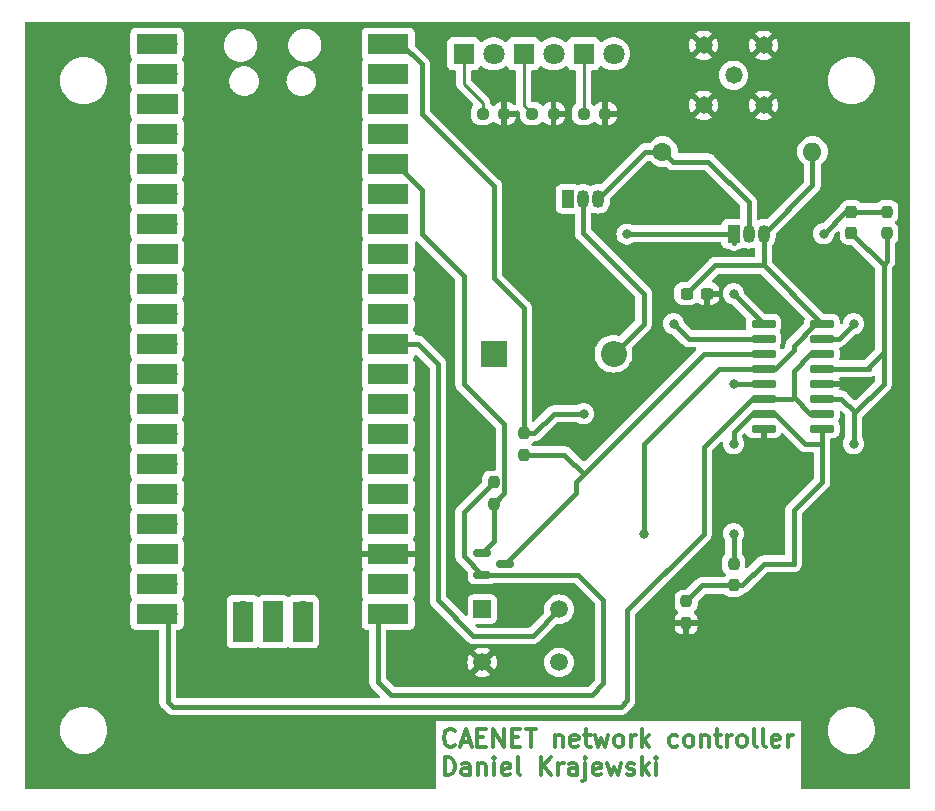
<source format=gtl>
G04 #@! TF.GenerationSoftware,KiCad,Pcbnew,7.0.8-7.0.8~ubuntu22.04.1*
G04 #@! TF.CreationDate,2023-12-12T02:33:24+01:00*
G04 #@! TF.ProjectId,kicad,6b696361-642e-46b6-9963-61645f706362,rev?*
G04 #@! TF.SameCoordinates,Original*
G04 #@! TF.FileFunction,Copper,L1,Top*
G04 #@! TF.FilePolarity,Positive*
%FSLAX46Y46*%
G04 Gerber Fmt 4.6, Leading zero omitted, Abs format (unit mm)*
G04 Created by KiCad (PCBNEW 7.0.8-7.0.8~ubuntu22.04.1) date 2023-12-12 02:33:24*
%MOMM*%
%LPD*%
G01*
G04 APERTURE LIST*
G04 Aperture macros list*
%AMRoundRect*
0 Rectangle with rounded corners*
0 $1 Rounding radius*
0 $2 $3 $4 $5 $6 $7 $8 $9 X,Y pos of 4 corners*
0 Add a 4 corners polygon primitive as box body*
4,1,4,$2,$3,$4,$5,$6,$7,$8,$9,$2,$3,0*
0 Add four circle primitives for the rounded corners*
1,1,$1+$1,$2,$3*
1,1,$1+$1,$4,$5*
1,1,$1+$1,$6,$7*
1,1,$1+$1,$8,$9*
0 Add four rect primitives between the rounded corners*
20,1,$1+$1,$2,$3,$4,$5,0*
20,1,$1+$1,$4,$5,$6,$7,0*
20,1,$1+$1,$6,$7,$8,$9,0*
20,1,$1+$1,$8,$9,$2,$3,0*%
G04 Aperture macros list end*
%ADD10C,0.300000*%
G04 #@! TA.AperFunction,NonConductor*
%ADD11C,0.300000*%
G04 #@! TD*
G04 #@! TA.AperFunction,SMDPad,CuDef*
%ADD12RoundRect,0.042000X-0.943000X-0.258000X0.943000X-0.258000X0.943000X0.258000X-0.943000X0.258000X0*%
G04 #@! TD*
G04 #@! TA.AperFunction,ComponentPad*
%ADD13R,1.800000X1.800000*%
G04 #@! TD*
G04 #@! TA.AperFunction,ComponentPad*
%ADD14C,1.800000*%
G04 #@! TD*
G04 #@! TA.AperFunction,ComponentPad*
%ADD15O,1.700000X1.700000*%
G04 #@! TD*
G04 #@! TA.AperFunction,SMDPad,CuDef*
%ADD16R,3.500000X1.700000*%
G04 #@! TD*
G04 #@! TA.AperFunction,ComponentPad*
%ADD17R,1.700000X1.700000*%
G04 #@! TD*
G04 #@! TA.AperFunction,SMDPad,CuDef*
%ADD18R,1.700000X3.500000*%
G04 #@! TD*
G04 #@! TA.AperFunction,SMDPad,CuDef*
%ADD19RoundRect,0.237500X-0.237500X0.250000X-0.237500X-0.250000X0.237500X-0.250000X0.237500X0.250000X0*%
G04 #@! TD*
G04 #@! TA.AperFunction,SMDPad,CuDef*
%ADD20RoundRect,0.237500X-0.300000X-0.237500X0.300000X-0.237500X0.300000X0.237500X-0.300000X0.237500X0*%
G04 #@! TD*
G04 #@! TA.AperFunction,ComponentPad*
%ADD21R,1.050000X1.500000*%
G04 #@! TD*
G04 #@! TA.AperFunction,ComponentPad*
%ADD22O,1.050000X1.500000*%
G04 #@! TD*
G04 #@! TA.AperFunction,ComponentPad*
%ADD23R,2.200000X2.200000*%
G04 #@! TD*
G04 #@! TA.AperFunction,ComponentPad*
%ADD24O,2.200000X2.200000*%
G04 #@! TD*
G04 #@! TA.AperFunction,SMDPad,CuDef*
%ADD25RoundRect,0.237500X-0.237500X0.300000X-0.237500X-0.300000X0.237500X-0.300000X0.237500X0.300000X0*%
G04 #@! TD*
G04 #@! TA.AperFunction,ComponentPad*
%ADD26C,1.473200*%
G04 #@! TD*
G04 #@! TA.AperFunction,SMDPad,CuDef*
%ADD27RoundRect,0.237500X-0.250000X-0.237500X0.250000X-0.237500X0.250000X0.237500X-0.250000X0.237500X0*%
G04 #@! TD*
G04 #@! TA.AperFunction,SMDPad,CuDef*
%ADD28RoundRect,0.237500X0.237500X-0.250000X0.237500X0.250000X-0.237500X0.250000X-0.237500X-0.250000X0*%
G04 #@! TD*
G04 #@! TA.AperFunction,ComponentPad*
%ADD29R,1.498000X1.498000*%
G04 #@! TD*
G04 #@! TA.AperFunction,ComponentPad*
%ADD30C,1.498000*%
G04 #@! TD*
G04 #@! TA.AperFunction,ComponentPad*
%ADD31C,1.600000*%
G04 #@! TD*
G04 #@! TA.AperFunction,ComponentPad*
%ADD32O,1.600000X1.600000*%
G04 #@! TD*
G04 #@! TA.AperFunction,SMDPad,CuDef*
%ADD33RoundRect,0.150000X-0.587500X-0.150000X0.587500X-0.150000X0.587500X0.150000X-0.587500X0.150000X0*%
G04 #@! TD*
G04 #@! TA.AperFunction,ViaPad*
%ADD34C,0.800000*%
G04 #@! TD*
G04 #@! TA.AperFunction,Conductor*
%ADD35C,0.400000*%
G04 #@! TD*
G04 #@! TA.AperFunction,Conductor*
%ADD36C,0.250000*%
G04 #@! TD*
G04 APERTURE END LIST*
D10*
D11*
X136411653Y-104242971D02*
X136340225Y-104314400D01*
X136340225Y-104314400D02*
X136125939Y-104385828D01*
X136125939Y-104385828D02*
X135983082Y-104385828D01*
X135983082Y-104385828D02*
X135768796Y-104314400D01*
X135768796Y-104314400D02*
X135625939Y-104171542D01*
X135625939Y-104171542D02*
X135554510Y-104028685D01*
X135554510Y-104028685D02*
X135483082Y-103742971D01*
X135483082Y-103742971D02*
X135483082Y-103528685D01*
X135483082Y-103528685D02*
X135554510Y-103242971D01*
X135554510Y-103242971D02*
X135625939Y-103100114D01*
X135625939Y-103100114D02*
X135768796Y-102957257D01*
X135768796Y-102957257D02*
X135983082Y-102885828D01*
X135983082Y-102885828D02*
X136125939Y-102885828D01*
X136125939Y-102885828D02*
X136340225Y-102957257D01*
X136340225Y-102957257D02*
X136411653Y-103028685D01*
X136983082Y-103957257D02*
X137697368Y-103957257D01*
X136840225Y-104385828D02*
X137340225Y-102885828D01*
X137340225Y-102885828D02*
X137840225Y-104385828D01*
X138340224Y-103600114D02*
X138840224Y-103600114D01*
X139054510Y-104385828D02*
X138340224Y-104385828D01*
X138340224Y-104385828D02*
X138340224Y-102885828D01*
X138340224Y-102885828D02*
X139054510Y-102885828D01*
X139697367Y-104385828D02*
X139697367Y-102885828D01*
X139697367Y-102885828D02*
X140554510Y-104385828D01*
X140554510Y-104385828D02*
X140554510Y-102885828D01*
X141268796Y-103600114D02*
X141768796Y-103600114D01*
X141983082Y-104385828D02*
X141268796Y-104385828D01*
X141268796Y-104385828D02*
X141268796Y-102885828D01*
X141268796Y-102885828D02*
X141983082Y-102885828D01*
X142411654Y-102885828D02*
X143268797Y-102885828D01*
X142840225Y-104385828D02*
X142840225Y-102885828D01*
X144911653Y-103385828D02*
X144911653Y-104385828D01*
X144911653Y-103528685D02*
X144983082Y-103457257D01*
X144983082Y-103457257D02*
X145125939Y-103385828D01*
X145125939Y-103385828D02*
X145340225Y-103385828D01*
X145340225Y-103385828D02*
X145483082Y-103457257D01*
X145483082Y-103457257D02*
X145554511Y-103600114D01*
X145554511Y-103600114D02*
X145554511Y-104385828D01*
X146840225Y-104314400D02*
X146697368Y-104385828D01*
X146697368Y-104385828D02*
X146411654Y-104385828D01*
X146411654Y-104385828D02*
X146268796Y-104314400D01*
X146268796Y-104314400D02*
X146197368Y-104171542D01*
X146197368Y-104171542D02*
X146197368Y-103600114D01*
X146197368Y-103600114D02*
X146268796Y-103457257D01*
X146268796Y-103457257D02*
X146411654Y-103385828D01*
X146411654Y-103385828D02*
X146697368Y-103385828D01*
X146697368Y-103385828D02*
X146840225Y-103457257D01*
X146840225Y-103457257D02*
X146911654Y-103600114D01*
X146911654Y-103600114D02*
X146911654Y-103742971D01*
X146911654Y-103742971D02*
X146197368Y-103885828D01*
X147340225Y-103385828D02*
X147911653Y-103385828D01*
X147554510Y-102885828D02*
X147554510Y-104171542D01*
X147554510Y-104171542D02*
X147625939Y-104314400D01*
X147625939Y-104314400D02*
X147768796Y-104385828D01*
X147768796Y-104385828D02*
X147911653Y-104385828D01*
X148268796Y-103385828D02*
X148554511Y-104385828D01*
X148554511Y-104385828D02*
X148840225Y-103671542D01*
X148840225Y-103671542D02*
X149125939Y-104385828D01*
X149125939Y-104385828D02*
X149411653Y-103385828D01*
X150197368Y-104385828D02*
X150054511Y-104314400D01*
X150054511Y-104314400D02*
X149983082Y-104242971D01*
X149983082Y-104242971D02*
X149911654Y-104100114D01*
X149911654Y-104100114D02*
X149911654Y-103671542D01*
X149911654Y-103671542D02*
X149983082Y-103528685D01*
X149983082Y-103528685D02*
X150054511Y-103457257D01*
X150054511Y-103457257D02*
X150197368Y-103385828D01*
X150197368Y-103385828D02*
X150411654Y-103385828D01*
X150411654Y-103385828D02*
X150554511Y-103457257D01*
X150554511Y-103457257D02*
X150625940Y-103528685D01*
X150625940Y-103528685D02*
X150697368Y-103671542D01*
X150697368Y-103671542D02*
X150697368Y-104100114D01*
X150697368Y-104100114D02*
X150625940Y-104242971D01*
X150625940Y-104242971D02*
X150554511Y-104314400D01*
X150554511Y-104314400D02*
X150411654Y-104385828D01*
X150411654Y-104385828D02*
X150197368Y-104385828D01*
X151340225Y-104385828D02*
X151340225Y-103385828D01*
X151340225Y-103671542D02*
X151411654Y-103528685D01*
X151411654Y-103528685D02*
X151483083Y-103457257D01*
X151483083Y-103457257D02*
X151625940Y-103385828D01*
X151625940Y-103385828D02*
X151768797Y-103385828D01*
X152268796Y-104385828D02*
X152268796Y-102885828D01*
X152411654Y-103814400D02*
X152840225Y-104385828D01*
X152840225Y-103385828D02*
X152268796Y-103957257D01*
X155268797Y-104314400D02*
X155125939Y-104385828D01*
X155125939Y-104385828D02*
X154840225Y-104385828D01*
X154840225Y-104385828D02*
X154697368Y-104314400D01*
X154697368Y-104314400D02*
X154625939Y-104242971D01*
X154625939Y-104242971D02*
X154554511Y-104100114D01*
X154554511Y-104100114D02*
X154554511Y-103671542D01*
X154554511Y-103671542D02*
X154625939Y-103528685D01*
X154625939Y-103528685D02*
X154697368Y-103457257D01*
X154697368Y-103457257D02*
X154840225Y-103385828D01*
X154840225Y-103385828D02*
X155125939Y-103385828D01*
X155125939Y-103385828D02*
X155268797Y-103457257D01*
X156125939Y-104385828D02*
X155983082Y-104314400D01*
X155983082Y-104314400D02*
X155911653Y-104242971D01*
X155911653Y-104242971D02*
X155840225Y-104100114D01*
X155840225Y-104100114D02*
X155840225Y-103671542D01*
X155840225Y-103671542D02*
X155911653Y-103528685D01*
X155911653Y-103528685D02*
X155983082Y-103457257D01*
X155983082Y-103457257D02*
X156125939Y-103385828D01*
X156125939Y-103385828D02*
X156340225Y-103385828D01*
X156340225Y-103385828D02*
X156483082Y-103457257D01*
X156483082Y-103457257D02*
X156554511Y-103528685D01*
X156554511Y-103528685D02*
X156625939Y-103671542D01*
X156625939Y-103671542D02*
X156625939Y-104100114D01*
X156625939Y-104100114D02*
X156554511Y-104242971D01*
X156554511Y-104242971D02*
X156483082Y-104314400D01*
X156483082Y-104314400D02*
X156340225Y-104385828D01*
X156340225Y-104385828D02*
X156125939Y-104385828D01*
X157268796Y-103385828D02*
X157268796Y-104385828D01*
X157268796Y-103528685D02*
X157340225Y-103457257D01*
X157340225Y-103457257D02*
X157483082Y-103385828D01*
X157483082Y-103385828D02*
X157697368Y-103385828D01*
X157697368Y-103385828D02*
X157840225Y-103457257D01*
X157840225Y-103457257D02*
X157911654Y-103600114D01*
X157911654Y-103600114D02*
X157911654Y-104385828D01*
X158411654Y-103385828D02*
X158983082Y-103385828D01*
X158625939Y-102885828D02*
X158625939Y-104171542D01*
X158625939Y-104171542D02*
X158697368Y-104314400D01*
X158697368Y-104314400D02*
X158840225Y-104385828D01*
X158840225Y-104385828D02*
X158983082Y-104385828D01*
X159483082Y-104385828D02*
X159483082Y-103385828D01*
X159483082Y-103671542D02*
X159554511Y-103528685D01*
X159554511Y-103528685D02*
X159625940Y-103457257D01*
X159625940Y-103457257D02*
X159768797Y-103385828D01*
X159768797Y-103385828D02*
X159911654Y-103385828D01*
X160625939Y-104385828D02*
X160483082Y-104314400D01*
X160483082Y-104314400D02*
X160411653Y-104242971D01*
X160411653Y-104242971D02*
X160340225Y-104100114D01*
X160340225Y-104100114D02*
X160340225Y-103671542D01*
X160340225Y-103671542D02*
X160411653Y-103528685D01*
X160411653Y-103528685D02*
X160483082Y-103457257D01*
X160483082Y-103457257D02*
X160625939Y-103385828D01*
X160625939Y-103385828D02*
X160840225Y-103385828D01*
X160840225Y-103385828D02*
X160983082Y-103457257D01*
X160983082Y-103457257D02*
X161054511Y-103528685D01*
X161054511Y-103528685D02*
X161125939Y-103671542D01*
X161125939Y-103671542D02*
X161125939Y-104100114D01*
X161125939Y-104100114D02*
X161054511Y-104242971D01*
X161054511Y-104242971D02*
X160983082Y-104314400D01*
X160983082Y-104314400D02*
X160840225Y-104385828D01*
X160840225Y-104385828D02*
X160625939Y-104385828D01*
X161983082Y-104385828D02*
X161840225Y-104314400D01*
X161840225Y-104314400D02*
X161768796Y-104171542D01*
X161768796Y-104171542D02*
X161768796Y-102885828D01*
X162768796Y-104385828D02*
X162625939Y-104314400D01*
X162625939Y-104314400D02*
X162554510Y-104171542D01*
X162554510Y-104171542D02*
X162554510Y-102885828D01*
X163911653Y-104314400D02*
X163768796Y-104385828D01*
X163768796Y-104385828D02*
X163483082Y-104385828D01*
X163483082Y-104385828D02*
X163340224Y-104314400D01*
X163340224Y-104314400D02*
X163268796Y-104171542D01*
X163268796Y-104171542D02*
X163268796Y-103600114D01*
X163268796Y-103600114D02*
X163340224Y-103457257D01*
X163340224Y-103457257D02*
X163483082Y-103385828D01*
X163483082Y-103385828D02*
X163768796Y-103385828D01*
X163768796Y-103385828D02*
X163911653Y-103457257D01*
X163911653Y-103457257D02*
X163983082Y-103600114D01*
X163983082Y-103600114D02*
X163983082Y-103742971D01*
X163983082Y-103742971D02*
X163268796Y-103885828D01*
X164625938Y-104385828D02*
X164625938Y-103385828D01*
X164625938Y-103671542D02*
X164697367Y-103528685D01*
X164697367Y-103528685D02*
X164768796Y-103457257D01*
X164768796Y-103457257D02*
X164911653Y-103385828D01*
X164911653Y-103385828D02*
X165054510Y-103385828D01*
X135554510Y-106800828D02*
X135554510Y-105300828D01*
X135554510Y-105300828D02*
X135911653Y-105300828D01*
X135911653Y-105300828D02*
X136125939Y-105372257D01*
X136125939Y-105372257D02*
X136268796Y-105515114D01*
X136268796Y-105515114D02*
X136340225Y-105657971D01*
X136340225Y-105657971D02*
X136411653Y-105943685D01*
X136411653Y-105943685D02*
X136411653Y-106157971D01*
X136411653Y-106157971D02*
X136340225Y-106443685D01*
X136340225Y-106443685D02*
X136268796Y-106586542D01*
X136268796Y-106586542D02*
X136125939Y-106729400D01*
X136125939Y-106729400D02*
X135911653Y-106800828D01*
X135911653Y-106800828D02*
X135554510Y-106800828D01*
X137697368Y-106800828D02*
X137697368Y-106015114D01*
X137697368Y-106015114D02*
X137625939Y-105872257D01*
X137625939Y-105872257D02*
X137483082Y-105800828D01*
X137483082Y-105800828D02*
X137197368Y-105800828D01*
X137197368Y-105800828D02*
X137054510Y-105872257D01*
X137697368Y-106729400D02*
X137554510Y-106800828D01*
X137554510Y-106800828D02*
X137197368Y-106800828D01*
X137197368Y-106800828D02*
X137054510Y-106729400D01*
X137054510Y-106729400D02*
X136983082Y-106586542D01*
X136983082Y-106586542D02*
X136983082Y-106443685D01*
X136983082Y-106443685D02*
X137054510Y-106300828D01*
X137054510Y-106300828D02*
X137197368Y-106229400D01*
X137197368Y-106229400D02*
X137554510Y-106229400D01*
X137554510Y-106229400D02*
X137697368Y-106157971D01*
X138411653Y-105800828D02*
X138411653Y-106800828D01*
X138411653Y-105943685D02*
X138483082Y-105872257D01*
X138483082Y-105872257D02*
X138625939Y-105800828D01*
X138625939Y-105800828D02*
X138840225Y-105800828D01*
X138840225Y-105800828D02*
X138983082Y-105872257D01*
X138983082Y-105872257D02*
X139054511Y-106015114D01*
X139054511Y-106015114D02*
X139054511Y-106800828D01*
X139768796Y-106800828D02*
X139768796Y-105800828D01*
X139768796Y-105300828D02*
X139697368Y-105372257D01*
X139697368Y-105372257D02*
X139768796Y-105443685D01*
X139768796Y-105443685D02*
X139840225Y-105372257D01*
X139840225Y-105372257D02*
X139768796Y-105300828D01*
X139768796Y-105300828D02*
X139768796Y-105443685D01*
X141054511Y-106729400D02*
X140911654Y-106800828D01*
X140911654Y-106800828D02*
X140625940Y-106800828D01*
X140625940Y-106800828D02*
X140483082Y-106729400D01*
X140483082Y-106729400D02*
X140411654Y-106586542D01*
X140411654Y-106586542D02*
X140411654Y-106015114D01*
X140411654Y-106015114D02*
X140483082Y-105872257D01*
X140483082Y-105872257D02*
X140625940Y-105800828D01*
X140625940Y-105800828D02*
X140911654Y-105800828D01*
X140911654Y-105800828D02*
X141054511Y-105872257D01*
X141054511Y-105872257D02*
X141125940Y-106015114D01*
X141125940Y-106015114D02*
X141125940Y-106157971D01*
X141125940Y-106157971D02*
X140411654Y-106300828D01*
X141983082Y-106800828D02*
X141840225Y-106729400D01*
X141840225Y-106729400D02*
X141768796Y-106586542D01*
X141768796Y-106586542D02*
X141768796Y-105300828D01*
X143697367Y-106800828D02*
X143697367Y-105300828D01*
X144554510Y-106800828D02*
X143911653Y-105943685D01*
X144554510Y-105300828D02*
X143697367Y-106157971D01*
X145197367Y-106800828D02*
X145197367Y-105800828D01*
X145197367Y-106086542D02*
X145268796Y-105943685D01*
X145268796Y-105943685D02*
X145340225Y-105872257D01*
X145340225Y-105872257D02*
X145483082Y-105800828D01*
X145483082Y-105800828D02*
X145625939Y-105800828D01*
X146768796Y-106800828D02*
X146768796Y-106015114D01*
X146768796Y-106015114D02*
X146697367Y-105872257D01*
X146697367Y-105872257D02*
X146554510Y-105800828D01*
X146554510Y-105800828D02*
X146268796Y-105800828D01*
X146268796Y-105800828D02*
X146125938Y-105872257D01*
X146768796Y-106729400D02*
X146625938Y-106800828D01*
X146625938Y-106800828D02*
X146268796Y-106800828D01*
X146268796Y-106800828D02*
X146125938Y-106729400D01*
X146125938Y-106729400D02*
X146054510Y-106586542D01*
X146054510Y-106586542D02*
X146054510Y-106443685D01*
X146054510Y-106443685D02*
X146125938Y-106300828D01*
X146125938Y-106300828D02*
X146268796Y-106229400D01*
X146268796Y-106229400D02*
X146625938Y-106229400D01*
X146625938Y-106229400D02*
X146768796Y-106157971D01*
X147483081Y-105800828D02*
X147483081Y-107086542D01*
X147483081Y-107086542D02*
X147411653Y-107229400D01*
X147411653Y-107229400D02*
X147268796Y-107300828D01*
X147268796Y-107300828D02*
X147197367Y-107300828D01*
X147483081Y-105300828D02*
X147411653Y-105372257D01*
X147411653Y-105372257D02*
X147483081Y-105443685D01*
X147483081Y-105443685D02*
X147554510Y-105372257D01*
X147554510Y-105372257D02*
X147483081Y-105300828D01*
X147483081Y-105300828D02*
X147483081Y-105443685D01*
X148768796Y-106729400D02*
X148625939Y-106800828D01*
X148625939Y-106800828D02*
X148340225Y-106800828D01*
X148340225Y-106800828D02*
X148197367Y-106729400D01*
X148197367Y-106729400D02*
X148125939Y-106586542D01*
X148125939Y-106586542D02*
X148125939Y-106015114D01*
X148125939Y-106015114D02*
X148197367Y-105872257D01*
X148197367Y-105872257D02*
X148340225Y-105800828D01*
X148340225Y-105800828D02*
X148625939Y-105800828D01*
X148625939Y-105800828D02*
X148768796Y-105872257D01*
X148768796Y-105872257D02*
X148840225Y-106015114D01*
X148840225Y-106015114D02*
X148840225Y-106157971D01*
X148840225Y-106157971D02*
X148125939Y-106300828D01*
X149340224Y-105800828D02*
X149625939Y-106800828D01*
X149625939Y-106800828D02*
X149911653Y-106086542D01*
X149911653Y-106086542D02*
X150197367Y-106800828D01*
X150197367Y-106800828D02*
X150483081Y-105800828D01*
X150983082Y-106729400D02*
X151125939Y-106800828D01*
X151125939Y-106800828D02*
X151411653Y-106800828D01*
X151411653Y-106800828D02*
X151554510Y-106729400D01*
X151554510Y-106729400D02*
X151625939Y-106586542D01*
X151625939Y-106586542D02*
X151625939Y-106515114D01*
X151625939Y-106515114D02*
X151554510Y-106372257D01*
X151554510Y-106372257D02*
X151411653Y-106300828D01*
X151411653Y-106300828D02*
X151197368Y-106300828D01*
X151197368Y-106300828D02*
X151054510Y-106229400D01*
X151054510Y-106229400D02*
X150983082Y-106086542D01*
X150983082Y-106086542D02*
X150983082Y-106015114D01*
X150983082Y-106015114D02*
X151054510Y-105872257D01*
X151054510Y-105872257D02*
X151197368Y-105800828D01*
X151197368Y-105800828D02*
X151411653Y-105800828D01*
X151411653Y-105800828D02*
X151554510Y-105872257D01*
X152268796Y-106800828D02*
X152268796Y-105300828D01*
X152411654Y-106229400D02*
X152840225Y-106800828D01*
X152840225Y-105800828D02*
X152268796Y-106372257D01*
X153483082Y-106800828D02*
X153483082Y-105800828D01*
X153483082Y-105300828D02*
X153411654Y-105372257D01*
X153411654Y-105372257D02*
X153483082Y-105443685D01*
X153483082Y-105443685D02*
X153554511Y-105372257D01*
X153554511Y-105372257D02*
X153483082Y-105300828D01*
X153483082Y-105300828D02*
X153483082Y-105443685D01*
D12*
X162560000Y-68580000D03*
X162560000Y-69850000D03*
X162560000Y-71120000D03*
X162560000Y-72390000D03*
X162560000Y-73660000D03*
X162560000Y-74930000D03*
X162560000Y-76200000D03*
X162560000Y-77470000D03*
X167510000Y-77470000D03*
X167510000Y-76200000D03*
X167510000Y-74930000D03*
X167510000Y-73660000D03*
X167510000Y-72390000D03*
X167510000Y-71120000D03*
X167510000Y-69850000D03*
X167510000Y-68580000D03*
D13*
X137160000Y-45720000D03*
D14*
X139700000Y-45720000D03*
D15*
X112110000Y-44870000D03*
D16*
X111210000Y-44870000D03*
D15*
X112110000Y-47410000D03*
D16*
X111210000Y-47410000D03*
D17*
X112110000Y-49950000D03*
D16*
X111210000Y-49950000D03*
D15*
X112110000Y-52490000D03*
D16*
X111210000Y-52490000D03*
D15*
X112110000Y-55030000D03*
D16*
X111210000Y-55030000D03*
D15*
X112110000Y-57570000D03*
D16*
X111210000Y-57570000D03*
D15*
X112110000Y-60110000D03*
D16*
X111210000Y-60110000D03*
D17*
X112110000Y-62650000D03*
D16*
X111210000Y-62650000D03*
D15*
X112110000Y-65190000D03*
D16*
X111210000Y-65190000D03*
D15*
X112110000Y-67730000D03*
D16*
X111210000Y-67730000D03*
D15*
X112110000Y-70270000D03*
D16*
X111210000Y-70270000D03*
D15*
X112110000Y-72810000D03*
D16*
X111210000Y-72810000D03*
D17*
X112110000Y-75350000D03*
D16*
X111210000Y-75350000D03*
D15*
X112110000Y-77890000D03*
D16*
X111210000Y-77890000D03*
D15*
X112110000Y-80430000D03*
D16*
X111210000Y-80430000D03*
D15*
X112110000Y-82970000D03*
D16*
X111210000Y-82970000D03*
D15*
X112110000Y-85510000D03*
D16*
X111210000Y-85510000D03*
D17*
X112110000Y-88050000D03*
D16*
X111210000Y-88050000D03*
D15*
X112110000Y-90590000D03*
D16*
X111210000Y-90590000D03*
D15*
X112110000Y-93130000D03*
D16*
X111210000Y-93130000D03*
D15*
X129890000Y-93130000D03*
D16*
X130790000Y-93130000D03*
D15*
X129890000Y-90590000D03*
D16*
X130790000Y-90590000D03*
D17*
X129890000Y-88050000D03*
D16*
X130790000Y-88050000D03*
D15*
X129890000Y-85510000D03*
D16*
X130790000Y-85510000D03*
D15*
X129890000Y-82970000D03*
D16*
X130790000Y-82970000D03*
D15*
X129890000Y-80430000D03*
D16*
X130790000Y-80430000D03*
D15*
X129890000Y-77890000D03*
D16*
X130790000Y-77890000D03*
D17*
X129890000Y-75350000D03*
D16*
X130790000Y-75350000D03*
D15*
X129890000Y-72810000D03*
D16*
X130790000Y-72810000D03*
D15*
X129890000Y-70270000D03*
D16*
X130790000Y-70270000D03*
D15*
X129890000Y-67730000D03*
D16*
X130790000Y-67730000D03*
D15*
X129890000Y-65190000D03*
D16*
X130790000Y-65190000D03*
D17*
X129890000Y-62650000D03*
D16*
X130790000Y-62650000D03*
D15*
X129890000Y-60110000D03*
D16*
X130790000Y-60110000D03*
D15*
X129890000Y-57570000D03*
D16*
X130790000Y-57570000D03*
D15*
X129890000Y-55030000D03*
D16*
X130790000Y-55030000D03*
D15*
X129890000Y-52490000D03*
D16*
X130790000Y-52490000D03*
D17*
X129890000Y-49950000D03*
D16*
X130790000Y-49950000D03*
D15*
X129890000Y-47410000D03*
D16*
X130790000Y-47410000D03*
D15*
X129890000Y-44870000D03*
D16*
X130790000Y-44870000D03*
D15*
X118460000Y-92900000D03*
D18*
X118460000Y-93800000D03*
D17*
X121000000Y-92900000D03*
D18*
X121000000Y-93800000D03*
D15*
X123540000Y-92900000D03*
D18*
X123540000Y-93800000D03*
D19*
X173000000Y-59087500D03*
X173000000Y-60912500D03*
D20*
X156050000Y-66040000D03*
X157775000Y-66040000D03*
D21*
X160020000Y-60960000D03*
D22*
X161290000Y-60960000D03*
X162560000Y-60960000D03*
D13*
X142240000Y-45720000D03*
D14*
X144780000Y-45720000D03*
D23*
X139700000Y-71120000D03*
D24*
X149860000Y-71120000D03*
D19*
X156000000Y-92087500D03*
X156000000Y-93912500D03*
D25*
X170000000Y-59137500D03*
X170000000Y-60862500D03*
D26*
X160020000Y-47540000D03*
X157480000Y-45000000D03*
X157480000Y-50080000D03*
X162560000Y-50080000D03*
X162560000Y-45000000D03*
D13*
X147320000Y-45720000D03*
D14*
X149860000Y-45720000D03*
D27*
X138787500Y-50800000D03*
X140612500Y-50800000D03*
D28*
X139700000Y-83820000D03*
X139700000Y-81995000D03*
D19*
X142240000Y-77827500D03*
X142240000Y-79652500D03*
D28*
X160020000Y-90725000D03*
X160020000Y-88900000D03*
D29*
X138750000Y-92750000D03*
D30*
X138750000Y-97250000D03*
X145250000Y-92750000D03*
X145250000Y-97250000D03*
D21*
X146000000Y-58000000D03*
D22*
X147270000Y-58000000D03*
X148540000Y-58000000D03*
D27*
X142955000Y-50800000D03*
X144780000Y-50800000D03*
D31*
X154000000Y-54000000D03*
D32*
X166700000Y-54000000D03*
D27*
X147320000Y-50800000D03*
X149145000Y-50800000D03*
D33*
X138762500Y-87950000D03*
X138762500Y-89850000D03*
X140637500Y-88900000D03*
D34*
X160020000Y-73660000D03*
X170180000Y-78740000D03*
X160020000Y-66040000D03*
X147320000Y-76200000D03*
X160020000Y-86360000D03*
X152400000Y-86360000D03*
X170180000Y-73660000D03*
X165100000Y-81280000D03*
X160020000Y-78740000D03*
X154940000Y-68580000D03*
X170180000Y-68580000D03*
X167640000Y-60960000D03*
X151000000Y-61000000D03*
D35*
X171330000Y-72390000D02*
X172720000Y-71000000D01*
X171000000Y-72390000D02*
X171330000Y-72390000D01*
X172720000Y-73660000D02*
X170300000Y-76080000D01*
X167510000Y-74930000D02*
X168910000Y-74930000D01*
X173000000Y-60912500D02*
X173000000Y-63302500D01*
X170180000Y-78740000D02*
X170180000Y-76200000D01*
X172720000Y-63582500D02*
X172720000Y-71000000D01*
X172720000Y-71000000D02*
X172720000Y-73660000D01*
X170000000Y-60862500D02*
X170050000Y-60912500D01*
X162560000Y-73660000D02*
X160020000Y-73660000D01*
X173000000Y-63302500D02*
X172720000Y-63582500D01*
X170300000Y-76080000D02*
X169150000Y-74930000D01*
X171000000Y-72390000D02*
X171450000Y-72390000D01*
X170180000Y-76200000D02*
X170300000Y-76080000D01*
X169150000Y-74930000D02*
X167510000Y-74930000D01*
X170000000Y-60862500D02*
X172720000Y-63582500D01*
X167510000Y-72390000D02*
X171000000Y-72390000D01*
X160020000Y-66040000D02*
X162560000Y-68580000D01*
X152400000Y-66040000D02*
X147270000Y-60910000D01*
X147270000Y-60910000D02*
X147270000Y-58000000D01*
X152400000Y-68580000D02*
X152400000Y-66040000D01*
X149860000Y-71120000D02*
X152400000Y-68580000D01*
X138762500Y-87950000D02*
X139700000Y-87012500D01*
X140575000Y-82945000D02*
X139700000Y-83820000D01*
X133605686Y-57220000D02*
X133605686Y-60960000D01*
X131415686Y-55030000D02*
X133605686Y-57220000D01*
X140575000Y-77075000D02*
X140575000Y-82945000D01*
X137160000Y-73660000D02*
X140575000Y-77075000D01*
X129890000Y-55030000D02*
X131415686Y-55030000D01*
X137160000Y-64514314D02*
X137160000Y-73660000D01*
X139700000Y-87012500D02*
X139700000Y-83820000D01*
X133605686Y-60960000D02*
X137160000Y-64514314D01*
X131415686Y-93130000D02*
X129890000Y-93130000D01*
X137160000Y-88247500D02*
X138762500Y-89850000D01*
X149000000Y-99000000D02*
X149000000Y-92000000D01*
X137160000Y-84535000D02*
X137160000Y-86360000D01*
X146850000Y-89850000D02*
X138762500Y-89850000D01*
X149000000Y-92000000D02*
X146850000Y-89850000D01*
X148000000Y-100000000D02*
X149000000Y-99000000D01*
X131000000Y-100000000D02*
X148000000Y-100000000D01*
X129890000Y-98890000D02*
X131000000Y-100000000D01*
X139700000Y-81995000D02*
X137160000Y-84535000D01*
X137160000Y-86360000D02*
X137160000Y-88247500D01*
X129890000Y-93130000D02*
X129890000Y-98890000D01*
X147320000Y-81280000D02*
X145692500Y-79652500D01*
X146655000Y-81945000D02*
X146655000Y-82882500D01*
X145692500Y-79652500D02*
X142240000Y-79652500D01*
X147320000Y-81280000D02*
X146655000Y-81945000D01*
X162560000Y-71120000D02*
X157480000Y-71120000D01*
X157480000Y-71120000D02*
X147320000Y-81280000D01*
X146655000Y-82882500D02*
X140637500Y-88900000D01*
X158750000Y-72390000D02*
X162560000Y-72390000D01*
X133605686Y-46605686D02*
X133605686Y-50800000D01*
X167510000Y-68580000D02*
X162560000Y-63630000D01*
X152400000Y-78740000D02*
X158750000Y-72390000D01*
X152400000Y-86360000D02*
X152400000Y-78740000D01*
X143152500Y-77827500D02*
X144780000Y-76200000D01*
X131870000Y-44870000D02*
X133605686Y-46605686D01*
X142240000Y-77827500D02*
X143152500Y-77827500D01*
X139700000Y-56894314D02*
X139700000Y-64700000D01*
X142240000Y-67240000D02*
X142240000Y-77827500D01*
X162560000Y-72390000D02*
X163545000Y-72390000D01*
X165100000Y-70433918D02*
X166953918Y-68580000D01*
X129890000Y-44870000D02*
X131870000Y-44870000D01*
X162560000Y-60960000D02*
X166700000Y-56820000D01*
X158445000Y-63630000D02*
X156345000Y-65730000D01*
X133605686Y-50800000D02*
X139700000Y-56894314D01*
X162560000Y-63630000D02*
X158445000Y-63630000D01*
X163545000Y-72390000D02*
X165100000Y-70835000D01*
X156345000Y-65730000D02*
X156345000Y-66040000D01*
X144780000Y-76200000D02*
X147320000Y-76200000D01*
X166953918Y-68580000D02*
X167510000Y-68580000D01*
X162560000Y-63630000D02*
X162560000Y-60960000D01*
X165100000Y-70835000D02*
X165100000Y-70433918D01*
X166700000Y-56820000D02*
X166700000Y-54000000D01*
X139700000Y-64700000D02*
X142240000Y-67240000D01*
X160020000Y-88900000D02*
X160020000Y-86360000D01*
X162560000Y-81280000D02*
X165100000Y-81280000D01*
X162560000Y-81280000D02*
X162560000Y-77470000D01*
X170180000Y-73660000D02*
X167510000Y-73660000D01*
X166525000Y-71120000D02*
X165100000Y-72545000D01*
X150460000Y-101000000D02*
X112545000Y-101000000D01*
X165100000Y-74775000D02*
X166525000Y-76200000D01*
X167510000Y-71120000D02*
X166525000Y-71120000D01*
X157480000Y-79025000D02*
X157480000Y-86360000D01*
X161575000Y-74930000D02*
X157480000Y-79025000D01*
X151000000Y-100460000D02*
X150460000Y-101000000D01*
X164945000Y-74930000D02*
X165100000Y-74775000D01*
X112545000Y-101000000D02*
X112110000Y-100565000D01*
X157480000Y-86360000D02*
X151000000Y-92840000D01*
X112110000Y-100565000D02*
X112110000Y-93130000D01*
X162560000Y-74930000D02*
X164945000Y-74930000D01*
X162560000Y-74930000D02*
X161575000Y-74930000D01*
X151000000Y-92840000D02*
X151000000Y-100460000D01*
X166525000Y-76200000D02*
X167510000Y-76200000D01*
X165100000Y-72545000D02*
X165100000Y-74775000D01*
D36*
X138787500Y-49887500D02*
X138787500Y-50800000D01*
X137160000Y-48260000D02*
X138787500Y-49887500D01*
X137160000Y-45720000D02*
X137160000Y-48260000D01*
X142240000Y-50085000D02*
X142955000Y-50800000D01*
X142240000Y-45720000D02*
X142240000Y-50085000D01*
D35*
X143000000Y-95000000D02*
X145250000Y-92750000D01*
X135000000Y-92000000D02*
X138000000Y-95000000D01*
X138000000Y-95000000D02*
X143000000Y-95000000D01*
X129890000Y-70270000D02*
X133270000Y-70270000D01*
X133270000Y-70270000D02*
X135000000Y-72000000D01*
X135000000Y-72000000D02*
X135000000Y-92000000D01*
X157362500Y-90725000D02*
X156000000Y-92087500D01*
X165100000Y-84385686D02*
X167510000Y-81975686D01*
X167510000Y-81975686D02*
X167510000Y-78740000D01*
X168910000Y-69850000D02*
X170180000Y-68580000D01*
X156210000Y-69850000D02*
X162560000Y-69850000D01*
X160020000Y-77755000D02*
X161575000Y-76200000D01*
X162560000Y-88900000D02*
X165100000Y-88900000D01*
X167510000Y-78740000D02*
X167510000Y-77470000D01*
X163545000Y-76200000D02*
X166085000Y-78740000D01*
X162560000Y-88900000D02*
X160735000Y-90725000D01*
X154940000Y-68580000D02*
X156210000Y-69850000D01*
X167510000Y-69850000D02*
X168910000Y-69850000D01*
X160020000Y-78740000D02*
X160020000Y-77755000D01*
X161575000Y-76200000D02*
X162560000Y-76200000D01*
X160020000Y-90725000D02*
X157362500Y-90725000D01*
X165100000Y-88900000D02*
X165100000Y-84385686D01*
X162560000Y-76200000D02*
X163545000Y-76200000D01*
X160735000Y-90725000D02*
X160020000Y-90725000D01*
X166085000Y-78740000D02*
X167510000Y-78740000D01*
D36*
X147320000Y-45720000D02*
X147320000Y-50800000D01*
D35*
X152483675Y-60960000D02*
X151040000Y-60960000D01*
X160020000Y-61710000D02*
X160020000Y-60960000D01*
X169462500Y-59137500D02*
X170000000Y-59137500D01*
X170050000Y-59087500D02*
X170000000Y-59137500D01*
X160020000Y-60960000D02*
X152483675Y-60960000D01*
X151040000Y-60960000D02*
X151000000Y-61000000D01*
X167640000Y-60960000D02*
X169462500Y-59137500D01*
X173000000Y-59087500D02*
X170050000Y-59087500D01*
X154860000Y-54860000D02*
X157860000Y-54860000D01*
X157860000Y-54860000D02*
X161290000Y-58290000D01*
X161290000Y-58290000D02*
X161290000Y-60960000D01*
X154000000Y-54000000D02*
X152540000Y-54000000D01*
X152540000Y-54000000D02*
X148540000Y-58000000D01*
X154000000Y-54000000D02*
X154860000Y-54860000D01*
G04 #@! TA.AperFunction,Conductor*
G36*
X133227915Y-61575671D02*
G01*
X133244875Y-61589846D01*
X136423181Y-64768152D01*
X136456666Y-64829475D01*
X136459500Y-64855833D01*
X136459500Y-73636951D01*
X136459387Y-73640696D01*
X136455642Y-73702606D01*
X136456607Y-73707870D01*
X136466821Y-73763612D01*
X136467384Y-73767313D01*
X136474859Y-73828870D01*
X136474860Y-73828874D01*
X136478451Y-73838343D01*
X136484474Y-73859946D01*
X136486304Y-73869930D01*
X136511759Y-73926490D01*
X136513189Y-73929941D01*
X136535182Y-73987930D01*
X136535183Y-73987931D01*
X136540936Y-73996266D01*
X136551961Y-74015813D01*
X136556120Y-74025055D01*
X136556124Y-74025060D01*
X136558650Y-74028284D01*
X136594365Y-74073871D01*
X136594371Y-74073878D01*
X136596591Y-74076896D01*
X136631812Y-74127924D01*
X136631816Y-74127928D01*
X136631817Y-74127929D01*
X136678250Y-74169064D01*
X136680941Y-74171598D01*
X138290201Y-75780858D01*
X139838181Y-77328838D01*
X139871666Y-77390161D01*
X139874500Y-77416519D01*
X139874500Y-80883000D01*
X139854815Y-80950039D01*
X139802011Y-80995794D01*
X139750500Y-81007000D01*
X139413331Y-81007000D01*
X139413312Y-81007001D01*
X139312247Y-81017325D01*
X139148484Y-81071592D01*
X139148481Y-81071593D01*
X139001648Y-81162161D01*
X138879661Y-81284148D01*
X138789093Y-81430981D01*
X138789091Y-81430986D01*
X138787858Y-81434708D01*
X138734826Y-81594747D01*
X138734826Y-81594748D01*
X138734825Y-81594748D01*
X138724500Y-81695815D01*
X138724500Y-81928480D01*
X138704815Y-81995519D01*
X138688181Y-82016161D01*
X136680966Y-84023375D01*
X136678240Y-84025942D01*
X136631818Y-84067068D01*
X136596586Y-84118109D01*
X136594368Y-84121124D01*
X136556124Y-84169939D01*
X136556119Y-84169948D01*
X136551960Y-84179188D01*
X136540942Y-84198723D01*
X136535187Y-84207061D01*
X136535183Y-84207067D01*
X136535182Y-84207070D01*
X136535180Y-84207074D01*
X136535179Y-84207077D01*
X136513189Y-84265055D01*
X136511757Y-84268513D01*
X136486305Y-84325068D01*
X136484477Y-84335042D01*
X136478453Y-84356653D01*
X136474860Y-84366127D01*
X136474859Y-84366128D01*
X136467384Y-84427685D01*
X136466821Y-84431386D01*
X136455642Y-84492390D01*
X136455642Y-84492395D01*
X136459387Y-84554302D01*
X136459500Y-84558047D01*
X136459500Y-88224451D01*
X136459387Y-88228196D01*
X136455642Y-88290106D01*
X136457455Y-88300000D01*
X136466821Y-88351112D01*
X136467384Y-88354813D01*
X136474859Y-88416370D01*
X136474860Y-88416374D01*
X136478451Y-88425843D01*
X136484474Y-88447446D01*
X136486304Y-88457430D01*
X136511759Y-88513990D01*
X136513189Y-88517441D01*
X136535182Y-88575430D01*
X136535183Y-88575431D01*
X136540936Y-88583766D01*
X136551961Y-88603313D01*
X136556120Y-88612555D01*
X136556124Y-88612560D01*
X136594371Y-88661378D01*
X136596591Y-88664396D01*
X136631812Y-88715424D01*
X136631816Y-88715428D01*
X136631817Y-88715429D01*
X136678250Y-88756564D01*
X136680941Y-88759098D01*
X137086702Y-89164859D01*
X137488181Y-89566338D01*
X137521666Y-89627661D01*
X137524500Y-89654019D01*
X137524500Y-90065696D01*
X137527401Y-90102567D01*
X137527402Y-90102573D01*
X137573254Y-90260393D01*
X137573255Y-90260396D01*
X137656917Y-90401862D01*
X137656923Y-90401870D01*
X137773129Y-90518076D01*
X137773133Y-90518079D01*
X137773135Y-90518081D01*
X137914602Y-90601744D01*
X137956224Y-90613836D01*
X138072426Y-90647597D01*
X138072429Y-90647597D01*
X138072431Y-90647598D01*
X138084722Y-90648565D01*
X138109304Y-90650500D01*
X138109306Y-90650500D01*
X139415696Y-90650500D01*
X139435123Y-90648971D01*
X139452569Y-90647598D01*
X139452571Y-90647597D01*
X139452573Y-90647597D01*
X139494191Y-90635505D01*
X139610398Y-90601744D01*
X139667848Y-90567767D01*
X139730969Y-90550500D01*
X146508481Y-90550500D01*
X146575520Y-90570185D01*
X146596162Y-90586819D01*
X148263181Y-92253838D01*
X148296666Y-92315161D01*
X148299500Y-92341519D01*
X148299500Y-98658481D01*
X148279815Y-98725520D01*
X148263181Y-98746162D01*
X147746162Y-99263181D01*
X147684839Y-99296666D01*
X147658481Y-99299500D01*
X131341519Y-99299500D01*
X131274480Y-99279815D01*
X131253838Y-99263181D01*
X130626819Y-98636162D01*
X130593334Y-98574839D01*
X130590500Y-98548481D01*
X130590500Y-97250000D01*
X137496229Y-97250000D01*
X137515276Y-97467710D01*
X137515278Y-97467720D01*
X137571838Y-97678807D01*
X137571843Y-97678821D01*
X137664199Y-97876880D01*
X137664202Y-97876886D01*
X137707592Y-97938853D01*
X137707593Y-97938854D01*
X138270951Y-97375495D01*
X138295102Y-97457745D01*
X138372057Y-97577489D01*
X138479631Y-97670702D01*
X138609108Y-97729833D01*
X138621882Y-97731669D01*
X138061144Y-98292406D01*
X138123120Y-98335801D01*
X138321178Y-98428156D01*
X138321192Y-98428161D01*
X138532279Y-98484721D01*
X138532289Y-98484723D01*
X138749999Y-98503771D01*
X138750001Y-98503771D01*
X138967710Y-98484723D01*
X138967720Y-98484721D01*
X139178807Y-98428161D01*
X139178821Y-98428156D01*
X139376882Y-98335799D01*
X139376884Y-98335798D01*
X139438854Y-98292406D01*
X138878117Y-97731669D01*
X138890892Y-97729833D01*
X139020369Y-97670702D01*
X139127943Y-97577489D01*
X139204898Y-97457745D01*
X139229048Y-97375496D01*
X139792406Y-97938854D01*
X139835798Y-97876884D01*
X139835799Y-97876882D01*
X139928156Y-97678821D01*
X139928161Y-97678807D01*
X139984721Y-97467720D01*
X139984723Y-97467710D01*
X140003771Y-97250001D01*
X143995727Y-97250001D01*
X144014781Y-97467796D01*
X144014783Y-97467807D01*
X144071366Y-97678979D01*
X144071368Y-97678983D01*
X144071369Y-97678987D01*
X144163648Y-97876880D01*
X144163768Y-97877137D01*
X144163770Y-97877141D01*
X144289167Y-98056226D01*
X144289172Y-98056232D01*
X144443767Y-98210827D01*
X144443773Y-98210832D01*
X144622858Y-98336229D01*
X144622860Y-98336230D01*
X144622863Y-98336232D01*
X144821013Y-98428631D01*
X145032198Y-98485218D01*
X145187770Y-98498828D01*
X145249998Y-98504273D01*
X145250000Y-98504273D01*
X145250002Y-98504273D01*
X145304450Y-98499509D01*
X145467802Y-98485218D01*
X145678987Y-98428631D01*
X145877137Y-98336232D01*
X146056231Y-98210829D01*
X146210829Y-98056231D01*
X146336232Y-97877137D01*
X146428631Y-97678987D01*
X146485218Y-97467802D01*
X146504273Y-97250000D01*
X146485218Y-97032198D01*
X146428631Y-96821013D01*
X146336352Y-96623121D01*
X146336233Y-96622866D01*
X146210830Y-96443770D01*
X146210826Y-96443766D01*
X146056231Y-96289171D01*
X146056227Y-96289168D01*
X146056226Y-96289167D01*
X145877141Y-96163770D01*
X145877137Y-96163768D01*
X145877133Y-96163766D01*
X145678987Y-96071369D01*
X145678983Y-96071368D01*
X145678979Y-96071366D01*
X145467807Y-96014783D01*
X145467803Y-96014782D01*
X145467802Y-96014782D01*
X145467801Y-96014781D01*
X145467796Y-96014781D01*
X145250002Y-95995727D01*
X145249998Y-95995727D01*
X145032203Y-96014781D01*
X145032192Y-96014783D01*
X144821020Y-96071366D01*
X144821011Y-96071370D01*
X144622866Y-96163766D01*
X144443766Y-96289172D01*
X144289172Y-96443766D01*
X144163766Y-96622866D01*
X144071370Y-96821011D01*
X144071366Y-96821020D01*
X144014783Y-97032192D01*
X144014781Y-97032203D01*
X143995727Y-97249998D01*
X143995727Y-97250001D01*
X140003771Y-97250001D01*
X140003771Y-97250000D01*
X140003771Y-97249999D01*
X139984723Y-97032289D01*
X139984721Y-97032279D01*
X139928161Y-96821192D01*
X139928156Y-96821178D01*
X139835799Y-96623118D01*
X139835793Y-96623108D01*
X139792406Y-96561145D01*
X139229048Y-97124503D01*
X139204898Y-97042255D01*
X139127943Y-96922511D01*
X139020369Y-96829298D01*
X138890892Y-96770167D01*
X138878117Y-96768330D01*
X139438854Y-96207593D01*
X139438853Y-96207592D01*
X139376886Y-96164202D01*
X139376880Y-96164199D01*
X139178821Y-96071843D01*
X139178807Y-96071838D01*
X138967720Y-96015278D01*
X138967710Y-96015276D01*
X138750001Y-95996229D01*
X138749999Y-95996229D01*
X138532289Y-96015276D01*
X138532279Y-96015278D01*
X138321192Y-96071838D01*
X138321178Y-96071843D01*
X138123121Y-96164198D01*
X138061145Y-96207593D01*
X138621883Y-96768330D01*
X138609108Y-96770167D01*
X138479631Y-96829298D01*
X138372057Y-96922511D01*
X138295102Y-97042255D01*
X138270951Y-97124503D01*
X137707593Y-96561145D01*
X137664198Y-96623121D01*
X137571843Y-96821178D01*
X137571838Y-96821192D01*
X137515278Y-97032279D01*
X137515276Y-97032289D01*
X137496229Y-97249999D01*
X137496229Y-97250000D01*
X130590500Y-97250000D01*
X130590500Y-94604499D01*
X130610185Y-94537460D01*
X130662989Y-94491705D01*
X130714500Y-94480499D01*
X132587871Y-94480499D01*
X132587872Y-94480499D01*
X132647483Y-94474091D01*
X132782331Y-94423796D01*
X132897546Y-94337546D01*
X132983796Y-94222331D01*
X133034091Y-94087483D01*
X133040500Y-94027873D01*
X133040499Y-92232128D01*
X133034091Y-92172517D01*
X133032732Y-92168874D01*
X132983797Y-92037671D01*
X132983795Y-92037668D01*
X132957195Y-92002135D01*
X132906421Y-91934309D01*
X132882004Y-91868848D01*
X132896855Y-91800575D01*
X132906416Y-91785696D01*
X132983796Y-91682331D01*
X133034091Y-91547483D01*
X133040500Y-91487873D01*
X133040499Y-89692128D01*
X133035299Y-89643757D01*
X133034091Y-89632516D01*
X132983797Y-89497671D01*
X132983795Y-89497668D01*
X132971118Y-89480734D01*
X132906109Y-89393893D01*
X132881692Y-89328430D01*
X132896543Y-89260157D01*
X132906110Y-89245271D01*
X132983352Y-89142089D01*
X132983354Y-89142086D01*
X133033596Y-89007379D01*
X133033598Y-89007372D01*
X133039999Y-88947844D01*
X133040000Y-88947827D01*
X133040000Y-88300000D01*
X130335572Y-88300000D01*
X130358682Y-88264040D01*
X130400000Y-88123327D01*
X130400000Y-87976673D01*
X130358682Y-87835960D01*
X130335572Y-87800000D01*
X133040000Y-87800000D01*
X133040000Y-87152172D01*
X133039999Y-87152155D01*
X133033598Y-87092627D01*
X133033596Y-87092620D01*
X132983354Y-86957913D01*
X132983352Y-86957910D01*
X132906110Y-86854729D01*
X132881692Y-86789265D01*
X132896543Y-86720992D01*
X132906105Y-86706111D01*
X132983796Y-86602331D01*
X133034091Y-86467483D01*
X133040500Y-86407873D01*
X133040499Y-84612128D01*
X133035299Y-84563757D01*
X133034091Y-84552516D01*
X132983797Y-84417671D01*
X132983795Y-84417668D01*
X132906421Y-84314309D01*
X132882004Y-84248848D01*
X132896855Y-84180575D01*
X132906416Y-84165696D01*
X132983796Y-84062331D01*
X133034091Y-83927483D01*
X133040500Y-83867873D01*
X133040499Y-82072128D01*
X133034091Y-82012517D01*
X133027751Y-81995519D01*
X132983797Y-81877671D01*
X132983795Y-81877668D01*
X132906421Y-81774309D01*
X132882004Y-81708848D01*
X132896855Y-81640575D01*
X132906416Y-81625696D01*
X132983796Y-81522331D01*
X133034091Y-81387483D01*
X133040500Y-81327873D01*
X133040499Y-79532128D01*
X133034091Y-79472517D01*
X133029491Y-79460185D01*
X132983797Y-79337671D01*
X132983795Y-79337668D01*
X132906421Y-79234309D01*
X132882004Y-79168848D01*
X132896855Y-79100575D01*
X132906416Y-79085696D01*
X132983796Y-78982331D01*
X133034091Y-78847483D01*
X133040500Y-78787873D01*
X133040499Y-76992128D01*
X133035284Y-76943613D01*
X133034091Y-76932516D01*
X132983797Y-76797671D01*
X132983795Y-76797668D01*
X132983745Y-76797601D01*
X132906421Y-76694309D01*
X132882004Y-76628848D01*
X132896855Y-76560575D01*
X132906416Y-76545696D01*
X132983796Y-76442331D01*
X133034091Y-76307483D01*
X133040500Y-76247873D01*
X133040499Y-74452128D01*
X133034091Y-74392517D01*
X133030982Y-74384182D01*
X132983797Y-74257671D01*
X132983795Y-74257668D01*
X132974206Y-74244859D01*
X132906421Y-74154309D01*
X132882004Y-74088848D01*
X132896855Y-74020575D01*
X132906416Y-74005696D01*
X132983796Y-73902331D01*
X133034091Y-73767483D01*
X133040500Y-73707873D01*
X133040499Y-71912128D01*
X133035091Y-71861817D01*
X133034091Y-71852516D01*
X132983797Y-71717671D01*
X132983795Y-71717668D01*
X132906421Y-71614309D01*
X132882004Y-71548848D01*
X132896855Y-71480575D01*
X132906416Y-71465696D01*
X132983796Y-71362331D01*
X133021737Y-71260606D01*
X133063608Y-71204672D01*
X133129072Y-71180254D01*
X133197345Y-71195105D01*
X133225600Y-71216257D01*
X134263181Y-72253838D01*
X134296666Y-72315161D01*
X134299500Y-72341519D01*
X134299500Y-91976951D01*
X134299387Y-91980696D01*
X134295642Y-92042603D01*
X134295642Y-92042605D01*
X134306821Y-92103612D01*
X134307384Y-92107313D01*
X134314859Y-92168870D01*
X134314860Y-92168874D01*
X134318451Y-92178343D01*
X134324474Y-92199946D01*
X134326304Y-92209930D01*
X134351759Y-92266490D01*
X134353189Y-92269941D01*
X134375182Y-92327930D01*
X134377261Y-92330942D01*
X134380936Y-92336266D01*
X134391961Y-92355813D01*
X134396120Y-92365055D01*
X134396124Y-92365060D01*
X134434371Y-92413878D01*
X134436591Y-92416896D01*
X134471812Y-92467924D01*
X134471816Y-92467928D01*
X134471817Y-92467929D01*
X134518250Y-92509064D01*
X134520941Y-92511598D01*
X137488399Y-95479056D01*
X137490935Y-95481750D01*
X137532071Y-95528183D01*
X137583130Y-95563427D01*
X137586112Y-95565621D01*
X137627283Y-95597876D01*
X137634947Y-95603880D01*
X137634946Y-95603880D01*
X137644177Y-95608034D01*
X137663731Y-95619062D01*
X137672066Y-95624816D01*
X137672068Y-95624816D01*
X137672070Y-95624818D01*
X137730079Y-95646817D01*
X137733476Y-95648224D01*
X137780770Y-95669509D01*
X137790064Y-95673693D01*
X137790065Y-95673693D01*
X137790069Y-95673695D01*
X137800034Y-95675521D01*
X137821656Y-95681548D01*
X137821667Y-95681552D01*
X137831128Y-95685140D01*
X137876251Y-95690618D01*
X137892674Y-95692613D01*
X137896371Y-95693175D01*
X137957394Y-95704358D01*
X138012752Y-95701009D01*
X138019303Y-95700613D01*
X138023048Y-95700500D01*
X142976952Y-95700500D01*
X142980697Y-95700613D01*
X142988042Y-95701057D01*
X143042606Y-95704358D01*
X143080314Y-95697447D01*
X143103621Y-95693177D01*
X143107325Y-95692613D01*
X143125170Y-95690446D01*
X143168872Y-95685140D01*
X143178335Y-95681550D01*
X143199961Y-95675522D01*
X143200893Y-95675351D01*
X143209932Y-95673695D01*
X143266512Y-95648229D01*
X143269942Y-95646809D01*
X143327930Y-95624818D01*
X143336266Y-95619062D01*
X143355821Y-95608034D01*
X143365057Y-95603878D01*
X143413896Y-95565613D01*
X143416876Y-95563421D01*
X143467929Y-95528183D01*
X143509065Y-95481748D01*
X143511599Y-95479056D01*
X144966706Y-94023949D01*
X145028027Y-93990466D01*
X145065188Y-93988104D01*
X145228289Y-94002373D01*
X145249999Y-94004273D01*
X145250000Y-94004273D01*
X145250002Y-94004273D01*
X145304579Y-93999498D01*
X145467802Y-93985218D01*
X145678987Y-93928631D01*
X145877137Y-93836232D01*
X146056231Y-93710829D01*
X146210829Y-93556231D01*
X146336232Y-93377137D01*
X146428631Y-93178987D01*
X146485218Y-92967802D01*
X146504273Y-92750000D01*
X146485218Y-92532198D01*
X146432718Y-92336266D01*
X146428633Y-92321020D01*
X146428632Y-92321019D01*
X146428631Y-92321013D01*
X146336232Y-92122864D01*
X146251692Y-92002128D01*
X146210830Y-91943770D01*
X146135908Y-91868848D01*
X146056231Y-91789171D01*
X146056227Y-91789168D01*
X146056226Y-91789167D01*
X145877141Y-91663770D01*
X145877137Y-91663768D01*
X145835130Y-91644180D01*
X145678987Y-91571369D01*
X145678983Y-91571368D01*
X145678979Y-91571366D01*
X145467807Y-91514783D01*
X145467803Y-91514782D01*
X145467802Y-91514782D01*
X145467801Y-91514781D01*
X145467796Y-91514781D01*
X145250002Y-91495727D01*
X145249998Y-91495727D01*
X145032203Y-91514781D01*
X145032192Y-91514783D01*
X144821020Y-91571366D01*
X144821011Y-91571370D01*
X144622866Y-91663766D01*
X144443766Y-91789172D01*
X144289172Y-91943766D01*
X144163766Y-92122866D01*
X144071370Y-92321011D01*
X144071366Y-92321020D01*
X144014783Y-92532192D01*
X144014781Y-92532203D01*
X143995727Y-92749998D01*
X143995727Y-92750002D01*
X144011895Y-92934805D01*
X143998128Y-93003305D01*
X143976048Y-93033293D01*
X142746162Y-94263181D01*
X142684839Y-94296666D01*
X142658481Y-94299500D01*
X138341519Y-94299500D01*
X138274480Y-94279815D01*
X138253838Y-94263181D01*
X138201837Y-94211180D01*
X138168352Y-94149857D01*
X138173336Y-94080165D01*
X138215208Y-94024232D01*
X138280672Y-93999815D01*
X138289518Y-93999499D01*
X139546871Y-93999499D01*
X139546872Y-93999499D01*
X139606483Y-93993091D01*
X139741331Y-93942796D01*
X139856546Y-93856546D01*
X139942796Y-93741331D01*
X139993091Y-93606483D01*
X139999500Y-93546873D01*
X139999499Y-91953128D01*
X139993091Y-91893517D01*
X139992782Y-91892689D01*
X139942797Y-91758671D01*
X139942793Y-91758664D01*
X139856547Y-91643455D01*
X139856544Y-91643452D01*
X139741335Y-91557206D01*
X139741328Y-91557202D01*
X139606482Y-91506908D01*
X139606483Y-91506908D01*
X139546883Y-91500501D01*
X139546881Y-91500500D01*
X139546873Y-91500500D01*
X139546864Y-91500500D01*
X137953129Y-91500500D01*
X137953123Y-91500501D01*
X137893516Y-91506908D01*
X137758671Y-91557202D01*
X137758664Y-91557206D01*
X137643455Y-91643452D01*
X137643452Y-91643455D01*
X137557206Y-91758664D01*
X137557202Y-91758671D01*
X137506908Y-91893517D01*
X137501506Y-91943766D01*
X137500501Y-91953123D01*
X137500500Y-91953135D01*
X137500500Y-93210481D01*
X137480815Y-93277520D01*
X137428011Y-93323275D01*
X137358853Y-93333219D01*
X137295297Y-93304194D01*
X137288819Y-93298162D01*
X135736819Y-91746162D01*
X135703334Y-91684839D01*
X135700500Y-91658481D01*
X135700500Y-72023035D01*
X135700613Y-72019290D01*
X135704357Y-71957394D01*
X135693177Y-71896386D01*
X135692615Y-71892689D01*
X135685140Y-71831129D01*
X135685139Y-71831125D01*
X135681546Y-71821651D01*
X135675519Y-71800029D01*
X135673694Y-71790070D01*
X135673694Y-71790068D01*
X135648239Y-71733512D01*
X135646809Y-71730057D01*
X135642111Y-71717669D01*
X135624818Y-71672070D01*
X135619059Y-71663727D01*
X135608030Y-71644172D01*
X135603877Y-71634943D01*
X135603874Y-71634938D01*
X135565633Y-71586127D01*
X135563413Y-71583110D01*
X135539076Y-71547853D01*
X135528183Y-71532071D01*
X135481750Y-71490935D01*
X135479056Y-71488399D01*
X133781598Y-69790941D01*
X133779064Y-69788250D01*
X133737929Y-69741817D01*
X133737928Y-69741816D01*
X133737924Y-69741812D01*
X133686896Y-69706591D01*
X133683887Y-69704377D01*
X133635060Y-69666124D01*
X133635055Y-69666120D01*
X133625813Y-69661961D01*
X133606266Y-69650936D01*
X133597931Y-69645183D01*
X133597932Y-69645183D01*
X133597930Y-69645182D01*
X133539941Y-69623189D01*
X133536490Y-69621759D01*
X133479930Y-69596304D01*
X133469946Y-69594474D01*
X133448343Y-69588451D01*
X133438874Y-69584860D01*
X133438870Y-69584859D01*
X133377313Y-69577384D01*
X133373612Y-69576821D01*
X133312608Y-69565642D01*
X133312603Y-69565642D01*
X133250697Y-69569387D01*
X133246952Y-69569500D01*
X133164499Y-69569500D01*
X133097460Y-69549815D01*
X133051705Y-69497011D01*
X133040499Y-69445500D01*
X133040499Y-69372129D01*
X133040498Y-69372123D01*
X133040497Y-69372116D01*
X133034091Y-69312517D01*
X132983796Y-69177669D01*
X132906421Y-69074309D01*
X132882004Y-69008848D01*
X132896855Y-68940575D01*
X132906416Y-68925696D01*
X132983796Y-68822331D01*
X133034091Y-68687483D01*
X133040500Y-68627873D01*
X133040499Y-66832128D01*
X133034091Y-66772517D01*
X133021231Y-66738038D01*
X132983797Y-66637671D01*
X132983795Y-66637668D01*
X132949247Y-66591518D01*
X132906421Y-66534309D01*
X132882004Y-66468848D01*
X132896855Y-66400575D01*
X132906416Y-66385696D01*
X132983796Y-66282331D01*
X133034091Y-66147483D01*
X133040500Y-66087873D01*
X133040499Y-64292128D01*
X133034091Y-64232517D01*
X133010315Y-64168771D01*
X132983797Y-64097671D01*
X132983795Y-64097668D01*
X132906421Y-63994309D01*
X132882004Y-63928848D01*
X132896855Y-63860575D01*
X132906416Y-63845696D01*
X132983796Y-63742331D01*
X133034091Y-63607483D01*
X133040500Y-63547873D01*
X133040499Y-61752128D01*
X133034091Y-61692517D01*
X133034090Y-61692515D01*
X133033904Y-61690781D01*
X133046310Y-61622022D01*
X133093921Y-61570885D01*
X133161621Y-61553606D01*
X133227915Y-61575671D01*
G37*
G04 #@! TD.AperFunction*
G04 #@! TA.AperFunction,Conductor*
G36*
X171959065Y-72977868D02*
G01*
X172006536Y-73029135D01*
X172019500Y-73084336D01*
X172019500Y-73318480D01*
X171999815Y-73385519D01*
X171983181Y-73406161D01*
X170387680Y-75001661D01*
X170326357Y-75035146D01*
X170256665Y-75030162D01*
X170212318Y-75001661D01*
X169956941Y-74746285D01*
X169661598Y-74450941D01*
X169659064Y-74448250D01*
X169617929Y-74401817D01*
X169617928Y-74401816D01*
X169617924Y-74401812D01*
X169566896Y-74366591D01*
X169563887Y-74364377D01*
X169515060Y-74326124D01*
X169515055Y-74326120D01*
X169505813Y-74321961D01*
X169486266Y-74310936D01*
X169477931Y-74305183D01*
X169477932Y-74305183D01*
X169477930Y-74305182D01*
X169419941Y-74283189D01*
X169416490Y-74281759D01*
X169359930Y-74256304D01*
X169349946Y-74254474D01*
X169328343Y-74248451D01*
X169318874Y-74244860D01*
X169318870Y-74244859D01*
X169257313Y-74237384D01*
X169253612Y-74236821D01*
X169192608Y-74225642D01*
X169192603Y-74225642D01*
X169130697Y-74229387D01*
X169126952Y-74229500D01*
X169094974Y-74229500D01*
X169027935Y-74209815D01*
X168982180Y-74157011D01*
X168972236Y-74087853D01*
X168979620Y-74060010D01*
X168984538Y-74047538D01*
X168984540Y-74047530D01*
X168995000Y-73960434D01*
X168995000Y-73910000D01*
X167384000Y-73910000D01*
X167316961Y-73890315D01*
X167271206Y-73837511D01*
X167260000Y-73786000D01*
X167260000Y-73534000D01*
X167279685Y-73466961D01*
X167332489Y-73421206D01*
X167384000Y-73410000D01*
X168995000Y-73410000D01*
X168995000Y-73359565D01*
X168984540Y-73272469D01*
X168984538Y-73272461D01*
X168979620Y-73259990D01*
X168973338Y-73190404D01*
X169005675Y-73128467D01*
X169066363Y-73093846D01*
X169094974Y-73090500D01*
X170957628Y-73090500D01*
X171306952Y-73090500D01*
X171310697Y-73090613D01*
X171318516Y-73091085D01*
X171372606Y-73094358D01*
X171382576Y-73092531D01*
X171404927Y-73090500D01*
X171492374Y-73090500D01*
X171534538Y-73085380D01*
X171618872Y-73075140D01*
X171777930Y-73014818D01*
X171825059Y-72982287D01*
X171891414Y-72960403D01*
X171959065Y-72977868D01*
G37*
G04 #@! TD.AperFunction*
G04 #@! TA.AperFunction,Conductor*
G36*
X174942539Y-43020185D02*
G01*
X174988294Y-43072989D01*
X174999500Y-43124500D01*
X174999500Y-107875500D01*
X174979815Y-107942539D01*
X174927011Y-107988294D01*
X174875500Y-107999500D01*
X165834301Y-107999500D01*
X165767262Y-107979815D01*
X165721507Y-107927011D01*
X165710301Y-107875500D01*
X165710301Y-103000001D01*
X167994390Y-103000001D01*
X168014804Y-103285433D01*
X168075628Y-103565037D01*
X168175635Y-103833166D01*
X168312770Y-104084309D01*
X168312775Y-104084317D01*
X168484254Y-104313387D01*
X168484270Y-104313405D01*
X168686594Y-104515729D01*
X168686612Y-104515745D01*
X168915682Y-104687224D01*
X168915690Y-104687229D01*
X169166833Y-104824364D01*
X169166832Y-104824364D01*
X169166836Y-104824365D01*
X169166839Y-104824367D01*
X169434954Y-104924369D01*
X169434960Y-104924370D01*
X169434962Y-104924371D01*
X169714566Y-104985195D01*
X169714568Y-104985195D01*
X169714572Y-104985196D01*
X169928552Y-105000500D01*
X170071448Y-105000500D01*
X170285428Y-104985196D01*
X170565046Y-104924369D01*
X170833161Y-104824367D01*
X171084315Y-104687226D01*
X171313395Y-104515739D01*
X171515739Y-104313395D01*
X171687226Y-104084315D01*
X171824367Y-103833161D01*
X171924369Y-103565046D01*
X171985196Y-103285428D01*
X172005610Y-103000000D01*
X171985196Y-102714572D01*
X171924369Y-102434954D01*
X171824367Y-102166839D01*
X171687226Y-101915685D01*
X171529029Y-101704358D01*
X171515745Y-101686612D01*
X171515729Y-101686594D01*
X171313405Y-101484270D01*
X171313387Y-101484254D01*
X171084317Y-101312775D01*
X171084309Y-101312770D01*
X170833166Y-101175635D01*
X170833167Y-101175635D01*
X170725915Y-101135632D01*
X170565046Y-101075631D01*
X170565043Y-101075630D01*
X170565037Y-101075628D01*
X170285433Y-101014804D01*
X170071448Y-100999500D01*
X169928552Y-100999500D01*
X169714566Y-101014804D01*
X169434962Y-101075628D01*
X169166833Y-101175635D01*
X168915690Y-101312770D01*
X168915682Y-101312775D01*
X168686612Y-101484254D01*
X168686594Y-101484270D01*
X168484270Y-101686594D01*
X168484254Y-101686612D01*
X168312775Y-101915682D01*
X168312770Y-101915690D01*
X168175635Y-102166833D01*
X168075628Y-102434962D01*
X168014804Y-102714566D01*
X167994390Y-102999998D01*
X167994390Y-103000001D01*
X165710301Y-103000001D01*
X165710301Y-102230037D01*
X134832271Y-102230037D01*
X134832271Y-107875500D01*
X134812586Y-107942539D01*
X134759782Y-107988294D01*
X134708271Y-107999500D01*
X100124500Y-107999500D01*
X100057461Y-107979815D01*
X100011706Y-107927011D01*
X100000500Y-107875500D01*
X100000500Y-103000001D01*
X102994390Y-103000001D01*
X103014804Y-103285433D01*
X103075628Y-103565037D01*
X103175635Y-103833166D01*
X103312770Y-104084309D01*
X103312775Y-104084317D01*
X103484254Y-104313387D01*
X103484270Y-104313405D01*
X103686594Y-104515729D01*
X103686612Y-104515745D01*
X103915682Y-104687224D01*
X103915690Y-104687229D01*
X104166833Y-104824364D01*
X104166832Y-104824364D01*
X104166836Y-104824365D01*
X104166839Y-104824367D01*
X104434954Y-104924369D01*
X104434960Y-104924370D01*
X104434962Y-104924371D01*
X104714566Y-104985195D01*
X104714568Y-104985195D01*
X104714572Y-104985196D01*
X104928552Y-105000500D01*
X105071448Y-105000500D01*
X105285428Y-104985196D01*
X105565046Y-104924369D01*
X105833161Y-104824367D01*
X106084315Y-104687226D01*
X106313395Y-104515739D01*
X106515739Y-104313395D01*
X106687226Y-104084315D01*
X106824367Y-103833161D01*
X106924369Y-103565046D01*
X106985196Y-103285428D01*
X107005610Y-103000000D01*
X106985196Y-102714572D01*
X106924369Y-102434954D01*
X106824367Y-102166839D01*
X106687226Y-101915685D01*
X106529029Y-101704358D01*
X106515745Y-101686612D01*
X106515729Y-101686594D01*
X106313405Y-101484270D01*
X106313387Y-101484254D01*
X106084317Y-101312775D01*
X106084309Y-101312770D01*
X105833166Y-101175635D01*
X105833167Y-101175635D01*
X105725915Y-101135632D01*
X105565046Y-101075631D01*
X105565043Y-101075630D01*
X105565037Y-101075628D01*
X105285433Y-101014804D01*
X105071448Y-100999500D01*
X104928552Y-100999500D01*
X104714566Y-101014804D01*
X104434962Y-101075628D01*
X104166833Y-101175635D01*
X103915690Y-101312770D01*
X103915682Y-101312775D01*
X103686612Y-101484254D01*
X103686594Y-101484270D01*
X103484270Y-101686594D01*
X103484254Y-101686612D01*
X103312775Y-101915682D01*
X103312770Y-101915690D01*
X103175635Y-102166833D01*
X103075628Y-102434962D01*
X103014804Y-102714566D01*
X102994390Y-102999998D01*
X102994390Y-103000001D01*
X100000500Y-103000001D01*
X100000500Y-94027870D01*
X108959500Y-94027870D01*
X108959501Y-94027876D01*
X108965908Y-94087483D01*
X109016202Y-94222328D01*
X109016206Y-94222335D01*
X109102452Y-94337544D01*
X109102455Y-94337547D01*
X109217664Y-94423793D01*
X109217671Y-94423797D01*
X109352517Y-94474091D01*
X109352516Y-94474091D01*
X109359444Y-94474835D01*
X109412127Y-94480500D01*
X111285500Y-94480499D01*
X111352539Y-94500184D01*
X111398294Y-94552987D01*
X111409500Y-94604499D01*
X111409500Y-100541951D01*
X111409387Y-100545696D01*
X111405642Y-100607603D01*
X111405642Y-100607605D01*
X111416821Y-100668612D01*
X111417384Y-100672313D01*
X111424859Y-100733870D01*
X111424860Y-100733874D01*
X111428451Y-100743343D01*
X111434474Y-100764946D01*
X111436304Y-100774930D01*
X111461759Y-100831490D01*
X111463189Y-100834941D01*
X111485182Y-100892930D01*
X111485183Y-100892931D01*
X111490936Y-100901266D01*
X111501961Y-100920813D01*
X111506120Y-100930055D01*
X111506122Y-100930057D01*
X111538681Y-100971616D01*
X111544371Y-100978878D01*
X111546591Y-100981896D01*
X111581812Y-101032924D01*
X111581816Y-101032928D01*
X111581817Y-101032929D01*
X111628250Y-101074064D01*
X111630941Y-101076598D01*
X112033399Y-101479056D01*
X112035935Y-101481750D01*
X112038160Y-101484261D01*
X112077070Y-101528182D01*
X112128106Y-101563410D01*
X112131122Y-101565630D01*
X112157490Y-101586287D01*
X112179943Y-101603878D01*
X112186845Y-101606984D01*
X112189182Y-101608036D01*
X112208733Y-101619063D01*
X112217070Y-101624818D01*
X112275065Y-101646812D01*
X112278474Y-101648223D01*
X112325787Y-101669517D01*
X112335064Y-101673693D01*
X112335065Y-101673693D01*
X112335069Y-101673695D01*
X112345034Y-101675521D01*
X112366656Y-101681548D01*
X112366667Y-101681552D01*
X112376128Y-101685140D01*
X112421251Y-101690618D01*
X112437674Y-101692613D01*
X112441371Y-101693175D01*
X112502394Y-101704358D01*
X112557752Y-101701009D01*
X112564303Y-101700613D01*
X112568048Y-101700500D01*
X150436952Y-101700500D01*
X150440697Y-101700613D01*
X150448042Y-101701057D01*
X150502606Y-101704358D01*
X150540314Y-101697447D01*
X150563621Y-101693177D01*
X150567325Y-101692613D01*
X150585170Y-101690446D01*
X150628872Y-101685140D01*
X150638335Y-101681550D01*
X150659961Y-101675522D01*
X150660893Y-101675351D01*
X150669932Y-101673695D01*
X150726512Y-101648229D01*
X150729942Y-101646809D01*
X150787930Y-101624818D01*
X150796266Y-101619062D01*
X150815821Y-101608034D01*
X150825057Y-101603878D01*
X150873896Y-101565613D01*
X150876876Y-101563421D01*
X150927929Y-101528183D01*
X150969065Y-101481748D01*
X150971599Y-101479056D01*
X151479056Y-100971599D01*
X151481748Y-100969065D01*
X151528183Y-100927929D01*
X151563427Y-100876866D01*
X151565617Y-100873890D01*
X151603877Y-100825057D01*
X151608029Y-100815828D01*
X151619062Y-100796268D01*
X151619419Y-100795750D01*
X151624818Y-100787930D01*
X151646812Y-100729933D01*
X151648231Y-100726505D01*
X151673694Y-100669932D01*
X151675520Y-100659965D01*
X151681548Y-100638340D01*
X151685140Y-100628872D01*
X151692615Y-100567309D01*
X151693179Y-100563605D01*
X151697456Y-100540258D01*
X151704357Y-100502606D01*
X151700613Y-100440707D01*
X151700500Y-100436963D01*
X151700500Y-94162500D01*
X155025001Y-94162500D01*
X155025001Y-94211654D01*
X155035319Y-94312652D01*
X155089546Y-94476300D01*
X155089551Y-94476311D01*
X155180052Y-94623034D01*
X155180055Y-94623038D01*
X155301961Y-94744944D01*
X155301965Y-94744947D01*
X155448688Y-94835448D01*
X155448699Y-94835453D01*
X155612347Y-94889680D01*
X155713352Y-94899999D01*
X155750000Y-94899999D01*
X155750000Y-94162500D01*
X156250000Y-94162500D01*
X156250000Y-94899999D01*
X156286640Y-94899999D01*
X156286654Y-94899998D01*
X156387652Y-94889680D01*
X156551300Y-94835453D01*
X156551311Y-94835448D01*
X156698034Y-94744947D01*
X156698038Y-94744944D01*
X156819944Y-94623038D01*
X156819947Y-94623034D01*
X156910448Y-94476311D01*
X156910453Y-94476300D01*
X156964680Y-94312652D01*
X156974999Y-94211654D01*
X156975000Y-94211641D01*
X156975000Y-94162500D01*
X156250000Y-94162500D01*
X155750000Y-94162500D01*
X155025001Y-94162500D01*
X151700500Y-94162500D01*
X151700500Y-93181518D01*
X151720185Y-93114479D01*
X151736814Y-93093842D01*
X157959056Y-86871599D01*
X157961748Y-86869065D01*
X158008183Y-86827929D01*
X158043421Y-86776876D01*
X158045613Y-86773896D01*
X158083878Y-86725057D01*
X158088034Y-86715821D01*
X158099062Y-86696266D01*
X158104818Y-86687930D01*
X158126812Y-86629931D01*
X158128227Y-86626515D01*
X158153695Y-86569931D01*
X158155522Y-86559959D01*
X158161546Y-86538347D01*
X158165140Y-86528872D01*
X158172613Y-86467324D01*
X158173177Y-86463619D01*
X158176535Y-86445289D01*
X158184358Y-86402606D01*
X158180613Y-86340696D01*
X158180500Y-86336951D01*
X158180500Y-79366517D01*
X158200185Y-79299478D01*
X158216814Y-79278840D01*
X158909088Y-78586566D01*
X158970409Y-78553083D01*
X159040100Y-78558067D01*
X159096034Y-78599938D01*
X159120451Y-78665403D01*
X159120088Y-78687209D01*
X159118993Y-78697628D01*
X159114540Y-78740000D01*
X159134326Y-78928256D01*
X159134327Y-78928259D01*
X159192818Y-79108277D01*
X159192821Y-79108284D01*
X159287467Y-79272216D01*
X159414129Y-79412888D01*
X159567265Y-79524148D01*
X159567270Y-79524151D01*
X159740192Y-79601142D01*
X159740197Y-79601144D01*
X159925354Y-79640500D01*
X159925355Y-79640500D01*
X160114644Y-79640500D01*
X160114646Y-79640500D01*
X160299803Y-79601144D01*
X160472730Y-79524151D01*
X160625871Y-79412888D01*
X160752533Y-79272216D01*
X160847179Y-79108284D01*
X160905674Y-78928256D01*
X160925460Y-78740000D01*
X160905674Y-78551744D01*
X160847179Y-78371716D01*
X160752533Y-78207784D01*
X160752344Y-78207574D01*
X160752273Y-78207427D01*
X160748714Y-78202528D01*
X160749610Y-78201876D01*
X160722119Y-78144580D01*
X160720500Y-78124608D01*
X160720500Y-78096519D01*
X160740185Y-78029480D01*
X160756813Y-78008843D01*
X160901628Y-77864028D01*
X160962947Y-77830546D01*
X161032639Y-77835530D01*
X161088573Y-77877401D01*
X161104661Y-77906222D01*
X161140119Y-77996139D01*
X161230144Y-78114855D01*
X161348860Y-78204880D01*
X161487468Y-78259540D01*
X161574566Y-78270000D01*
X162310000Y-78270000D01*
X162310000Y-77344000D01*
X162329685Y-77276961D01*
X162382489Y-77231206D01*
X162434000Y-77220000D01*
X162686000Y-77220000D01*
X162753039Y-77239685D01*
X162798794Y-77292489D01*
X162810000Y-77344000D01*
X162810000Y-78270000D01*
X163545434Y-78270000D01*
X163632530Y-78259540D01*
X163632531Y-78259540D01*
X163771139Y-78204880D01*
X163889855Y-78114855D01*
X163979880Y-77996139D01*
X163979881Y-77996137D01*
X164015338Y-77906223D01*
X164058243Y-77851079D01*
X164124151Y-77827885D01*
X164192135Y-77844005D01*
X164218374Y-77864031D01*
X165573399Y-79219056D01*
X165575935Y-79221750D01*
X165617071Y-79268183D01*
X165632505Y-79278836D01*
X165668110Y-79303413D01*
X165671127Y-79305633D01*
X165719938Y-79343874D01*
X165719943Y-79343877D01*
X165729174Y-79348031D01*
X165748727Y-79359059D01*
X165757070Y-79364818D01*
X165815057Y-79386809D01*
X165818512Y-79388239D01*
X165848093Y-79401553D01*
X165875063Y-79413692D01*
X165875064Y-79413692D01*
X165875068Y-79413694D01*
X165885030Y-79415519D01*
X165906651Y-79421546D01*
X165916125Y-79425139D01*
X165916128Y-79425140D01*
X165932871Y-79427173D01*
X165977689Y-79432615D01*
X165981386Y-79433177D01*
X166042394Y-79444357D01*
X166042395Y-79444356D01*
X166042396Y-79444357D01*
X166104292Y-79440613D01*
X166108036Y-79440500D01*
X166685500Y-79440500D01*
X166752539Y-79460185D01*
X166798294Y-79512989D01*
X166809500Y-79564500D01*
X166809500Y-81634166D01*
X166789815Y-81701205D01*
X166773181Y-81721847D01*
X164620966Y-83874061D01*
X164618240Y-83876628D01*
X164571818Y-83917754D01*
X164536586Y-83968795D01*
X164534368Y-83971810D01*
X164496124Y-84020625D01*
X164496119Y-84020634D01*
X164491960Y-84029874D01*
X164480942Y-84049409D01*
X164475187Y-84057747D01*
X164475183Y-84057753D01*
X164475182Y-84057756D01*
X164475180Y-84057760D01*
X164475179Y-84057763D01*
X164453189Y-84115741D01*
X164451757Y-84119199D01*
X164426305Y-84175754D01*
X164424477Y-84185728D01*
X164418453Y-84207339D01*
X164414860Y-84216813D01*
X164414859Y-84216814D01*
X164407384Y-84278371D01*
X164406821Y-84282072D01*
X164395642Y-84343076D01*
X164395642Y-84343081D01*
X164399387Y-84404988D01*
X164399500Y-84408733D01*
X164399500Y-88075500D01*
X164379815Y-88142539D01*
X164327011Y-88188294D01*
X164275500Y-88199500D01*
X162583048Y-88199500D01*
X162579303Y-88199387D01*
X162517396Y-88195642D01*
X162517389Y-88195642D01*
X162456386Y-88206821D01*
X162452685Y-88207384D01*
X162391128Y-88214859D01*
X162391121Y-88214861D01*
X162381647Y-88218454D01*
X162360049Y-88224475D01*
X162350069Y-88226304D01*
X162293519Y-88251755D01*
X162290060Y-88253188D01*
X162232071Y-88275181D01*
X162232066Y-88275184D01*
X162223722Y-88280943D01*
X162204187Y-88291961D01*
X162194947Y-88296120D01*
X162194945Y-88296121D01*
X162146136Y-88334359D01*
X162143122Y-88336576D01*
X162092070Y-88371817D01*
X162092068Y-88371818D01*
X162050942Y-88418240D01*
X162048375Y-88420966D01*
X161207180Y-89262161D01*
X161145857Y-89295646D01*
X161076165Y-89290662D01*
X161020232Y-89248790D01*
X160995815Y-89183326D01*
X160995499Y-89174506D01*
X160995499Y-88600824D01*
X160985174Y-88499747D01*
X160930908Y-88335984D01*
X160840340Y-88189150D01*
X160756819Y-88105629D01*
X160723334Y-88044306D01*
X160720500Y-88017948D01*
X160720500Y-86975391D01*
X160740185Y-86908352D01*
X160752352Y-86892417D01*
X160752533Y-86892216D01*
X160847179Y-86728284D01*
X160905674Y-86548256D01*
X160925460Y-86360000D01*
X160905674Y-86171744D01*
X160847179Y-85991716D01*
X160752533Y-85827784D01*
X160625871Y-85687112D01*
X160625870Y-85687111D01*
X160472734Y-85575851D01*
X160472729Y-85575848D01*
X160299807Y-85498857D01*
X160299802Y-85498855D01*
X160154001Y-85467865D01*
X160114646Y-85459500D01*
X159925354Y-85459500D01*
X159892897Y-85466398D01*
X159740197Y-85498855D01*
X159740192Y-85498857D01*
X159567270Y-85575848D01*
X159567265Y-85575851D01*
X159414129Y-85687111D01*
X159287466Y-85827785D01*
X159192821Y-85991715D01*
X159192818Y-85991722D01*
X159162342Y-86085519D01*
X159134326Y-86171744D01*
X159114540Y-86360000D01*
X159134326Y-86548256D01*
X159134327Y-86548259D01*
X159192818Y-86728277D01*
X159192821Y-86728284D01*
X159287466Y-86892215D01*
X159287648Y-86892417D01*
X159287716Y-86892559D01*
X159291285Y-86897471D01*
X159290386Y-86898123D01*
X159317879Y-86955408D01*
X159319500Y-86975391D01*
X159319500Y-88017948D01*
X159299815Y-88084987D01*
X159283181Y-88105629D01*
X159199661Y-88189148D01*
X159109093Y-88335981D01*
X159109091Y-88335986D01*
X159097218Y-88371817D01*
X159054826Y-88499747D01*
X159054826Y-88499748D01*
X159054825Y-88499748D01*
X159044500Y-88600815D01*
X159044500Y-89199169D01*
X159044501Y-89199187D01*
X159054825Y-89300252D01*
X159078256Y-89370959D01*
X159105253Y-89452432D01*
X159109092Y-89464015D01*
X159109093Y-89464018D01*
X159131637Y-89500567D01*
X159183801Y-89585139D01*
X159199661Y-89610851D01*
X159313629Y-89724819D01*
X159347114Y-89786142D01*
X159342130Y-89855834D01*
X159313629Y-89900181D01*
X159225629Y-89988181D01*
X159164306Y-90021666D01*
X159137948Y-90024500D01*
X157385548Y-90024500D01*
X157381803Y-90024387D01*
X157319896Y-90020642D01*
X157319890Y-90020642D01*
X157258886Y-90031821D01*
X157255185Y-90032384D01*
X157193628Y-90039859D01*
X157193627Y-90039860D01*
X157184153Y-90043453D01*
X157162542Y-90049477D01*
X157152568Y-90051305D01*
X157096013Y-90076757D01*
X157092555Y-90078189D01*
X157034577Y-90100179D01*
X157034574Y-90100180D01*
X157034570Y-90100182D01*
X157034567Y-90100183D01*
X157034561Y-90100187D01*
X157026223Y-90105942D01*
X157006688Y-90116960D01*
X156997448Y-90121119D01*
X156997439Y-90121124D01*
X156948624Y-90159368D01*
X156945609Y-90161586D01*
X156894568Y-90196818D01*
X156853442Y-90243240D01*
X156850875Y-90245966D01*
X156033660Y-91063181D01*
X155972337Y-91096666D01*
X155945980Y-91099500D01*
X155713331Y-91099500D01*
X155713312Y-91099501D01*
X155612247Y-91109825D01*
X155448484Y-91164092D01*
X155448481Y-91164093D01*
X155301648Y-91254661D01*
X155179661Y-91376648D01*
X155089093Y-91523481D01*
X155089091Y-91523486D01*
X155077708Y-91557838D01*
X155034826Y-91687247D01*
X155034826Y-91687248D01*
X155034825Y-91687248D01*
X155024500Y-91788315D01*
X155024500Y-92386669D01*
X155024501Y-92386687D01*
X155034825Y-92487752D01*
X155089092Y-92651515D01*
X155089093Y-92651518D01*
X155101188Y-92671127D01*
X155179070Y-92797394D01*
X155179661Y-92798351D01*
X155293982Y-92912672D01*
X155327467Y-92973995D01*
X155322483Y-93043687D01*
X155293983Y-93088034D01*
X155180052Y-93201965D01*
X155089551Y-93348688D01*
X155089546Y-93348699D01*
X155035319Y-93512347D01*
X155025000Y-93613345D01*
X155025000Y-93662500D01*
X156974999Y-93662500D01*
X156974999Y-93613360D01*
X156974998Y-93613345D01*
X156964680Y-93512347D01*
X156910453Y-93348699D01*
X156910448Y-93348688D01*
X156819947Y-93201965D01*
X156819944Y-93201961D01*
X156706017Y-93088034D01*
X156672532Y-93026711D01*
X156677516Y-92957019D01*
X156706013Y-92912676D01*
X156820340Y-92798350D01*
X156910908Y-92651516D01*
X156965174Y-92487753D01*
X156975500Y-92386677D01*
X156975499Y-92154018D01*
X156995183Y-92086979D01*
X157011813Y-92066342D01*
X157616338Y-91461819D01*
X157677661Y-91428334D01*
X157704019Y-91425500D01*
X159137948Y-91425500D01*
X159204987Y-91445185D01*
X159225629Y-91461819D01*
X159321650Y-91557840D01*
X159468484Y-91648408D01*
X159632247Y-91702674D01*
X159733323Y-91713000D01*
X160306676Y-91712999D01*
X160306684Y-91712998D01*
X160306687Y-91712998D01*
X160362030Y-91707344D01*
X160407753Y-91702674D01*
X160571516Y-91648408D01*
X160718350Y-91557840D01*
X160830566Y-91445624D01*
X160891889Y-91412139D01*
X160903301Y-91410209D01*
X160903872Y-91410140D01*
X160913338Y-91406549D01*
X160934962Y-91400522D01*
X160944928Y-91398696D01*
X160944929Y-91398695D01*
X160944932Y-91398695D01*
X161001512Y-91373229D01*
X161004942Y-91371809D01*
X161062930Y-91349818D01*
X161071266Y-91344062D01*
X161090821Y-91333034D01*
X161100057Y-91328878D01*
X161148896Y-91290613D01*
X161151876Y-91288421D01*
X161202929Y-91253183D01*
X161244065Y-91206748D01*
X161246599Y-91204056D01*
X162813838Y-89636819D01*
X162875161Y-89603334D01*
X162901519Y-89600500D01*
X165185058Y-89600500D01*
X165194590Y-89598149D01*
X165222875Y-89591177D01*
X165230206Y-89589834D01*
X165268872Y-89585140D01*
X165305277Y-89571333D01*
X165312427Y-89569106D01*
X165323744Y-89566316D01*
X165350225Y-89559790D01*
X165384707Y-89541691D01*
X165391507Y-89538630D01*
X165427930Y-89524818D01*
X165459981Y-89502693D01*
X165466379Y-89498825D01*
X165500852Y-89480734D01*
X165530002Y-89454908D01*
X165535871Y-89450310D01*
X165567929Y-89428183D01*
X165593748Y-89399037D01*
X165599037Y-89393748D01*
X165628183Y-89367929D01*
X165650310Y-89335871D01*
X165654908Y-89330002D01*
X165680734Y-89300852D01*
X165698825Y-89266379D01*
X165702693Y-89259981D01*
X165724818Y-89227930D01*
X165738630Y-89191507D01*
X165741691Y-89184707D01*
X165759790Y-89150225D01*
X165769106Y-89112427D01*
X165771335Y-89105271D01*
X165782053Y-89077011D01*
X165785140Y-89068872D01*
X165789834Y-89030206D01*
X165791177Y-89022875D01*
X165800500Y-88985056D01*
X165800500Y-88814944D01*
X165800500Y-84727204D01*
X165820185Y-84660165D01*
X165836814Y-84639528D01*
X167989056Y-82487285D01*
X167991748Y-82484751D01*
X168038183Y-82443615D01*
X168073417Y-82392569D01*
X168075620Y-82389573D01*
X168113878Y-82340742D01*
X168118037Y-82331499D01*
X168129061Y-82311954D01*
X168134818Y-82303616D01*
X168156810Y-82245625D01*
X168158232Y-82242189D01*
X168183695Y-82185617D01*
X168185522Y-82175645D01*
X168191546Y-82154033D01*
X168195140Y-82144558D01*
X168202613Y-82083010D01*
X168203177Y-82079305D01*
X168206535Y-82060975D01*
X168214358Y-82018292D01*
X168210613Y-81956382D01*
X168210500Y-81952637D01*
X168210500Y-78394500D01*
X168230185Y-78327461D01*
X168282989Y-78281706D01*
X168334500Y-78270500D01*
X168495469Y-78270500D01*
X168517264Y-78267882D01*
X168582652Y-78260030D01*
X168721384Y-78205321D01*
X168840212Y-78115212D01*
X168930321Y-77996384D01*
X168985030Y-77857652D01*
X168995500Y-77770468D01*
X168995500Y-77169532D01*
X168985030Y-77082348D01*
X168976667Y-77061142D01*
X168930322Y-76943619D01*
X168930321Y-76943616D01*
X168921904Y-76932517D01*
X168904773Y-76909926D01*
X168879949Y-76844615D01*
X168894376Y-76776251D01*
X168904773Y-76760074D01*
X168914635Y-76747069D01*
X168930321Y-76726384D01*
X168985030Y-76587652D01*
X168995500Y-76500468D01*
X168995500Y-76065518D01*
X169015185Y-75998479D01*
X169067989Y-75952724D01*
X169137147Y-75942780D01*
X169200703Y-75971805D01*
X169207173Y-75977830D01*
X169227823Y-75998479D01*
X169443181Y-76213837D01*
X169476666Y-76275160D01*
X169479500Y-76301518D01*
X169479500Y-78124608D01*
X169459815Y-78191647D01*
X169447656Y-78207574D01*
X169447468Y-78207782D01*
X169447464Y-78207787D01*
X169352821Y-78371715D01*
X169352818Y-78371722D01*
X169294327Y-78551740D01*
X169294326Y-78551744D01*
X169274540Y-78740000D01*
X169294326Y-78928256D01*
X169294327Y-78928259D01*
X169352818Y-79108277D01*
X169352821Y-79108284D01*
X169447467Y-79272216D01*
X169574129Y-79412888D01*
X169727265Y-79524148D01*
X169727270Y-79524151D01*
X169900192Y-79601142D01*
X169900197Y-79601144D01*
X170085354Y-79640500D01*
X170085355Y-79640500D01*
X170274644Y-79640500D01*
X170274646Y-79640500D01*
X170459803Y-79601144D01*
X170632730Y-79524151D01*
X170785871Y-79412888D01*
X170912533Y-79272216D01*
X171007179Y-79108284D01*
X171065674Y-78928256D01*
X171085460Y-78740000D01*
X171065674Y-78551744D01*
X171007179Y-78371716D01*
X170912533Y-78207784D01*
X170912344Y-78207574D01*
X170912273Y-78207427D01*
X170908714Y-78202528D01*
X170909610Y-78201876D01*
X170882119Y-78144580D01*
X170880500Y-78124608D01*
X170880500Y-76541518D01*
X170900185Y-76474479D01*
X170916814Y-76453842D01*
X173199056Y-74171599D01*
X173201748Y-74169065D01*
X173248183Y-74127929D01*
X173283417Y-74076883D01*
X173285628Y-74073878D01*
X173323878Y-74025056D01*
X173328037Y-74015813D01*
X173339061Y-73996268D01*
X173344818Y-73987930D01*
X173366810Y-73929939D01*
X173368232Y-73926503D01*
X173393695Y-73869931D01*
X173395522Y-73859959D01*
X173401546Y-73838347D01*
X173405140Y-73828872D01*
X173412613Y-73767324D01*
X173413177Y-73763619D01*
X173424358Y-73702605D01*
X173424357Y-73702604D01*
X173420613Y-73640696D01*
X173420500Y-73636951D01*
X173420500Y-71074927D01*
X173422531Y-71052575D01*
X173424358Y-71042606D01*
X173420613Y-70980696D01*
X173420500Y-70976951D01*
X173420500Y-63924019D01*
X173440185Y-63856980D01*
X173456817Y-63836340D01*
X173465096Y-63828059D01*
X173479063Y-63814092D01*
X173481757Y-63811556D01*
X173528183Y-63770429D01*
X173563417Y-63719383D01*
X173565620Y-63716387D01*
X173603878Y-63667556D01*
X173608037Y-63658313D01*
X173619061Y-63638768D01*
X173624818Y-63630430D01*
X173646810Y-63572439D01*
X173648232Y-63569003D01*
X173673695Y-63512431D01*
X173675522Y-63502459D01*
X173681546Y-63480847D01*
X173685140Y-63471372D01*
X173692613Y-63409824D01*
X173693177Y-63406119D01*
X173696535Y-63387789D01*
X173704358Y-63345106D01*
X173700613Y-63283196D01*
X173700500Y-63279451D01*
X173700500Y-61794552D01*
X173720185Y-61727513D01*
X173736819Y-61706871D01*
X173770802Y-61672888D01*
X173820340Y-61623350D01*
X173910908Y-61476516D01*
X173965174Y-61312753D01*
X173975500Y-61211677D01*
X173975499Y-60613324D01*
X173973292Y-60591722D01*
X173965174Y-60512247D01*
X173910908Y-60348484D01*
X173820340Y-60201650D01*
X173706371Y-60087681D01*
X173672886Y-60026358D01*
X173677870Y-59956666D01*
X173706371Y-59912319D01*
X173742089Y-59876601D01*
X173820340Y-59798350D01*
X173910908Y-59651516D01*
X173965174Y-59487753D01*
X173975500Y-59386677D01*
X173975499Y-58788324D01*
X173974707Y-58780575D01*
X173965174Y-58687247D01*
X173910908Y-58523484D01*
X173820340Y-58376650D01*
X173698350Y-58254660D01*
X173551516Y-58164092D01*
X173387753Y-58109826D01*
X173387751Y-58109825D01*
X173286678Y-58099500D01*
X172713330Y-58099500D01*
X172713312Y-58099501D01*
X172612247Y-58109825D01*
X172448484Y-58164092D01*
X172448481Y-58164093D01*
X172301648Y-58254661D01*
X172205629Y-58350681D01*
X172144306Y-58384166D01*
X172117948Y-58387000D01*
X170882052Y-58387000D01*
X170815013Y-58367315D01*
X170794371Y-58350681D01*
X170698351Y-58254661D01*
X170698350Y-58254660D01*
X170551516Y-58164092D01*
X170387753Y-58109826D01*
X170387751Y-58109825D01*
X170286678Y-58099500D01*
X169713330Y-58099500D01*
X169713312Y-58099501D01*
X169612247Y-58109825D01*
X169448484Y-58164092D01*
X169448481Y-58164093D01*
X169301648Y-58254661D01*
X169179660Y-58376649D01*
X169179657Y-58376653D01*
X169085300Y-58529630D01*
X169084431Y-58529094D01*
X169053476Y-58568066D01*
X169048629Y-58571863D01*
X169045612Y-58574084D01*
X168994568Y-58609318D01*
X168953442Y-58655740D01*
X168950875Y-58658466D01*
X167577026Y-60032316D01*
X167515703Y-60065801D01*
X167515126Y-60065925D01*
X167360197Y-60098855D01*
X167360192Y-60098857D01*
X167187270Y-60175848D01*
X167187265Y-60175851D01*
X167034129Y-60287111D01*
X166907466Y-60427785D01*
X166812821Y-60591715D01*
X166812818Y-60591722D01*
X166761607Y-60749335D01*
X166754326Y-60771744D01*
X166734540Y-60960000D01*
X166754326Y-61148256D01*
X166754327Y-61148259D01*
X166812818Y-61328277D01*
X166812821Y-61328284D01*
X166907467Y-61492216D01*
X166985915Y-61579341D01*
X167034129Y-61632888D01*
X167187265Y-61744148D01*
X167187270Y-61744151D01*
X167360192Y-61821142D01*
X167360197Y-61821144D01*
X167545354Y-61860500D01*
X167545355Y-61860500D01*
X167734644Y-61860500D01*
X167734646Y-61860500D01*
X167919803Y-61821144D01*
X168092730Y-61744151D01*
X168245871Y-61632888D01*
X168372533Y-61492216D01*
X168467179Y-61328284D01*
X168525674Y-61148256D01*
X168530864Y-61098869D01*
X168557447Y-61034258D01*
X168566494Y-61024161D01*
X168812821Y-60777834D01*
X168874142Y-60744351D01*
X168943834Y-60749335D01*
X168999767Y-60791207D01*
X169024184Y-60856671D01*
X169024500Y-60865517D01*
X169024500Y-61211669D01*
X169024501Y-61211687D01*
X169034825Y-61312752D01*
X169070049Y-61419047D01*
X169087029Y-61470291D01*
X169089092Y-61476515D01*
X169089093Y-61476518D01*
X169098776Y-61492216D01*
X169179660Y-61623350D01*
X169301650Y-61745340D01*
X169448484Y-61835908D01*
X169612247Y-61890174D01*
X169713323Y-61900500D01*
X169995980Y-61900499D01*
X170063019Y-61920183D01*
X170083661Y-61936818D01*
X171983181Y-63836338D01*
X172016666Y-63897661D01*
X172019500Y-63924019D01*
X172019500Y-70658481D01*
X171999815Y-70725520D01*
X171983181Y-70746162D01*
X171076162Y-71653181D01*
X171014839Y-71686666D01*
X170988481Y-71689500D01*
X169095511Y-71689500D01*
X169028472Y-71669815D01*
X168982717Y-71617011D01*
X168972773Y-71547853D01*
X168980157Y-71520010D01*
X168985028Y-71507657D01*
X168985027Y-71507657D01*
X168985030Y-71507652D01*
X168995500Y-71420468D01*
X168995500Y-70819532D01*
X168985030Y-70732348D01*
X168982363Y-70725584D01*
X168973959Y-70704273D01*
X168967677Y-70634686D01*
X169000014Y-70572750D01*
X169060703Y-70538129D01*
X169074369Y-70535687D01*
X169075949Y-70535494D01*
X169078872Y-70535140D01*
X169088335Y-70531550D01*
X169109961Y-70525522D01*
X169110893Y-70525351D01*
X169119932Y-70523695D01*
X169176512Y-70498229D01*
X169179948Y-70496807D01*
X169237930Y-70474818D01*
X169246266Y-70469062D01*
X169265821Y-70458034D01*
X169275057Y-70453878D01*
X169323896Y-70415613D01*
X169326876Y-70413421D01*
X169377929Y-70378183D01*
X169419065Y-70331748D01*
X169421599Y-70329056D01*
X170242976Y-69507680D01*
X170304295Y-69474198D01*
X170304304Y-69474195D01*
X170459803Y-69441144D01*
X170459807Y-69441142D01*
X170459808Y-69441142D01*
X170518058Y-69415206D01*
X170632730Y-69364151D01*
X170785871Y-69252888D01*
X170912533Y-69112216D01*
X171007179Y-68948284D01*
X171065674Y-68768256D01*
X171085460Y-68580000D01*
X171065674Y-68391744D01*
X171007179Y-68211716D01*
X170912533Y-68047784D01*
X170785871Y-67907112D01*
X170785870Y-67907111D01*
X170632734Y-67795851D01*
X170632729Y-67795848D01*
X170459807Y-67718857D01*
X170459802Y-67718855D01*
X170314001Y-67687865D01*
X170274646Y-67679500D01*
X170085354Y-67679500D01*
X170052897Y-67686398D01*
X169900197Y-67718855D01*
X169900192Y-67718857D01*
X169727270Y-67795848D01*
X169727265Y-67795851D01*
X169574129Y-67907111D01*
X169447466Y-68047785D01*
X169352821Y-68211715D01*
X169352818Y-68211722D01*
X169294327Y-68391739D01*
X169294325Y-68391750D01*
X169289134Y-68441129D01*
X169262549Y-68505743D01*
X169253496Y-68515845D01*
X169207182Y-68562160D01*
X169145859Y-68595646D01*
X169076168Y-68590662D01*
X169020234Y-68548792D01*
X168995816Y-68483327D01*
X168995500Y-68474480D01*
X168995500Y-68279531D01*
X168990570Y-68238480D01*
X168985030Y-68192348D01*
X168930321Y-68053616D01*
X168840212Y-67934788D01*
X168769535Y-67881193D01*
X168721386Y-67844680D01*
X168721380Y-67844677D01*
X168582657Y-67789971D01*
X168582649Y-67789969D01*
X168495469Y-67779500D01*
X168495468Y-67779500D01*
X167751519Y-67779500D01*
X167684480Y-67759815D01*
X167663838Y-67743181D01*
X163296819Y-63376162D01*
X163263334Y-63314839D01*
X163260500Y-63288481D01*
X163260500Y-61992312D01*
X163280185Y-61925273D01*
X163288647Y-61913647D01*
X163332263Y-61860500D01*
X163416798Y-61757494D01*
X163488500Y-61623350D01*
X163512021Y-61579345D01*
X163512021Y-61579344D01*
X163512023Y-61579341D01*
X163570662Y-61386033D01*
X163585500Y-61235380D01*
X163585500Y-60976518D01*
X163605185Y-60909479D01*
X163621814Y-60888842D01*
X167179056Y-57331599D01*
X167181748Y-57329065D01*
X167228183Y-57287929D01*
X167263436Y-57236855D01*
X167265613Y-57233896D01*
X167303878Y-57185057D01*
X167308037Y-57175815D01*
X167319062Y-57156268D01*
X167324818Y-57147930D01*
X167346820Y-57089912D01*
X167348235Y-57086495D01*
X167373694Y-57029932D01*
X167375520Y-57019965D01*
X167381548Y-56998340D01*
X167385140Y-56988872D01*
X167390434Y-56945266D01*
X167392615Y-56927309D01*
X167393179Y-56923605D01*
X167398958Y-56892066D01*
X167404357Y-56862606D01*
X167401202Y-56810454D01*
X167400613Y-56800707D01*
X167400500Y-56796963D01*
X167400500Y-55161672D01*
X167420185Y-55094633D01*
X167453375Y-55060098D01*
X167539139Y-55000047D01*
X167700047Y-54839139D01*
X167830568Y-54652734D01*
X167926739Y-54446496D01*
X167985635Y-54226692D01*
X168005468Y-54000000D01*
X167985635Y-53773308D01*
X167926739Y-53553504D01*
X167830568Y-53347266D01*
X167700047Y-53160861D01*
X167700045Y-53160858D01*
X167539141Y-52999954D01*
X167352734Y-52869432D01*
X167352732Y-52869431D01*
X167146497Y-52773261D01*
X167146488Y-52773258D01*
X166926697Y-52714366D01*
X166926693Y-52714365D01*
X166926692Y-52714365D01*
X166926691Y-52714364D01*
X166926686Y-52714364D01*
X166700002Y-52694532D01*
X166699998Y-52694532D01*
X166473313Y-52714364D01*
X166473302Y-52714366D01*
X166253511Y-52773258D01*
X166253502Y-52773261D01*
X166047267Y-52869431D01*
X166047265Y-52869432D01*
X165860858Y-52999954D01*
X165699954Y-53160858D01*
X165569432Y-53347265D01*
X165569431Y-53347267D01*
X165473261Y-53553502D01*
X165473258Y-53553511D01*
X165414366Y-53773302D01*
X165414364Y-53773313D01*
X165394532Y-53999998D01*
X165394532Y-54000001D01*
X165414364Y-54226686D01*
X165414366Y-54226697D01*
X165473258Y-54446488D01*
X165473261Y-54446497D01*
X165569431Y-54652732D01*
X165569432Y-54652734D01*
X165699954Y-54839141D01*
X165860857Y-55000044D01*
X165860860Y-55000046D01*
X165860861Y-55000047D01*
X165946623Y-55060097D01*
X165990248Y-55114673D01*
X165999500Y-55161672D01*
X165999500Y-56478480D01*
X165979815Y-56545519D01*
X165963181Y-56566161D01*
X162842532Y-59686809D01*
X162781209Y-59720294D01*
X162742698Y-59722531D01*
X162560001Y-59704538D01*
X162560000Y-59704538D01*
X162540201Y-59706488D01*
X162358968Y-59724337D01*
X162165651Y-59782979D01*
X162161939Y-59784517D01*
X162159841Y-59784742D01*
X162159829Y-59784746D01*
X162159828Y-59784743D01*
X162092469Y-59791977D01*
X162029994Y-59760695D01*
X161994348Y-59700602D01*
X161990500Y-59669950D01*
X161990500Y-58313047D01*
X161990613Y-58309302D01*
X161994358Y-58247394D01*
X161983175Y-58186371D01*
X161982613Y-58182674D01*
X161980357Y-58164093D01*
X161975140Y-58121128D01*
X161971548Y-58111656D01*
X161965521Y-58090034D01*
X161963695Y-58080071D01*
X161963695Y-58080069D01*
X161938224Y-58023476D01*
X161936817Y-58020079D01*
X161914818Y-57962070D01*
X161914816Y-57962068D01*
X161914816Y-57962066D01*
X161909062Y-57953731D01*
X161898034Y-57934177D01*
X161893881Y-57924949D01*
X161893878Y-57924945D01*
X161893878Y-57924944D01*
X161855626Y-57876120D01*
X161853416Y-57873115D01*
X161851011Y-57869631D01*
X161818183Y-57822071D01*
X161771742Y-57780928D01*
X161769048Y-57778392D01*
X158371598Y-54380941D01*
X158369064Y-54378250D01*
X158327929Y-54331817D01*
X158327928Y-54331816D01*
X158327924Y-54331812D01*
X158276896Y-54296591D01*
X158273887Y-54294377D01*
X158225060Y-54256124D01*
X158225055Y-54256120D01*
X158215813Y-54251961D01*
X158196266Y-54240936D01*
X158187931Y-54235183D01*
X158187932Y-54235183D01*
X158187930Y-54235182D01*
X158129941Y-54213189D01*
X158126490Y-54211759D01*
X158069930Y-54186304D01*
X158059946Y-54184474D01*
X158038343Y-54178451D01*
X158028874Y-54174860D01*
X158028870Y-54174859D01*
X157967313Y-54167384D01*
X157963612Y-54166821D01*
X157902608Y-54155642D01*
X157902603Y-54155642D01*
X157840697Y-54159387D01*
X157836952Y-54159500D01*
X155426836Y-54159500D01*
X155359797Y-54139815D01*
X155314042Y-54087011D01*
X155303308Y-54024693D01*
X155305468Y-54000002D01*
X155305468Y-53999998D01*
X155290972Y-53834311D01*
X155285635Y-53773308D01*
X155226739Y-53553504D01*
X155130568Y-53347266D01*
X155000047Y-53160861D01*
X155000045Y-53160858D01*
X154839141Y-52999954D01*
X154652734Y-52869432D01*
X154652732Y-52869431D01*
X154446497Y-52773261D01*
X154446488Y-52773258D01*
X154226697Y-52714366D01*
X154226693Y-52714365D01*
X154226692Y-52714365D01*
X154226691Y-52714364D01*
X154226686Y-52714364D01*
X154000002Y-52694532D01*
X153999998Y-52694532D01*
X153773313Y-52714364D01*
X153773302Y-52714366D01*
X153553511Y-52773258D01*
X153553502Y-52773261D01*
X153347267Y-52869431D01*
X153347265Y-52869432D01*
X153160858Y-52999954D01*
X152999954Y-53160858D01*
X152939902Y-53246623D01*
X152885325Y-53290248D01*
X152838327Y-53299500D01*
X152563037Y-53299500D01*
X152559293Y-53299387D01*
X152497397Y-53295643D01*
X152497390Y-53295643D01*
X152436402Y-53306819D01*
X152432701Y-53307382D01*
X152371125Y-53314860D01*
X152361642Y-53318456D01*
X152340038Y-53324478D01*
X152338535Y-53324754D01*
X152330065Y-53326306D01*
X152330063Y-53326307D01*
X152273527Y-53351752D01*
X152270069Y-53353184D01*
X152212069Y-53375182D01*
X152203724Y-53380942D01*
X152184183Y-53391964D01*
X152174944Y-53396122D01*
X152174939Y-53396125D01*
X152126121Y-53434370D01*
X152123106Y-53436589D01*
X152072072Y-53471816D01*
X152072065Y-53471822D01*
X152030942Y-53518240D01*
X152028375Y-53520966D01*
X148822532Y-56726809D01*
X148761209Y-56760294D01*
X148722698Y-56762531D01*
X148540001Y-56744538D01*
X148540000Y-56744538D01*
X148520201Y-56746488D01*
X148338968Y-56764337D01*
X148145654Y-56822978D01*
X147963453Y-56920367D01*
X147895050Y-56934609D01*
X147846547Y-56920367D01*
X147664345Y-56822978D01*
X147471031Y-56764337D01*
X147270000Y-56744538D01*
X147068968Y-56764337D01*
X146936062Y-56804654D01*
X146875659Y-56822977D01*
X146875658Y-56822977D01*
X146874575Y-56823306D01*
X146804708Y-56823929D01*
X146775618Y-56809529D01*
X146775114Y-56810454D01*
X146767328Y-56806202D01*
X146632482Y-56755908D01*
X146632483Y-56755908D01*
X146572883Y-56749501D01*
X146572881Y-56749500D01*
X146572873Y-56749500D01*
X146572864Y-56749500D01*
X145427129Y-56749500D01*
X145427123Y-56749501D01*
X145367516Y-56755908D01*
X145232671Y-56806202D01*
X145232664Y-56806206D01*
X145117455Y-56892452D01*
X145117452Y-56892455D01*
X145031206Y-57007664D01*
X145031202Y-57007671D01*
X144980908Y-57142517D01*
X144974501Y-57202116D01*
X144974500Y-57202135D01*
X144974500Y-58797870D01*
X144974501Y-58797876D01*
X144980908Y-58857483D01*
X145031202Y-58992328D01*
X145031206Y-58992335D01*
X145117452Y-59107544D01*
X145117455Y-59107547D01*
X145232664Y-59193793D01*
X145232671Y-59193797D01*
X145367517Y-59244091D01*
X145367516Y-59244091D01*
X145374444Y-59244835D01*
X145427127Y-59250500D01*
X146445500Y-59250499D01*
X146512539Y-59270183D01*
X146558294Y-59322987D01*
X146569500Y-59374499D01*
X146569500Y-60886951D01*
X146569387Y-60890696D01*
X146565642Y-60952603D01*
X146565642Y-60952605D01*
X146576821Y-61013612D01*
X146577384Y-61017313D01*
X146584859Y-61078870D01*
X146584860Y-61078874D01*
X146588451Y-61088343D01*
X146594474Y-61109946D01*
X146596304Y-61119930D01*
X146621759Y-61176490D01*
X146623189Y-61179941D01*
X146645182Y-61237930D01*
X146645183Y-61237931D01*
X146650936Y-61246266D01*
X146661961Y-61265813D01*
X146666120Y-61275055D01*
X146666122Y-61275057D01*
X146690120Y-61305689D01*
X146704371Y-61323878D01*
X146706591Y-61326896D01*
X146741812Y-61377924D01*
X146741816Y-61377928D01*
X146741817Y-61377929D01*
X146788250Y-61419064D01*
X146790941Y-61421598D01*
X149267005Y-63897661D01*
X151663181Y-66293837D01*
X151696666Y-66355160D01*
X151699500Y-66381518D01*
X151699500Y-68238480D01*
X151679815Y-68305519D01*
X151663181Y-68326161D01*
X150437555Y-69551786D01*
X150376232Y-69585271D01*
X150320928Y-69584679D01*
X150111152Y-69534318D01*
X150111148Y-69534317D01*
X149860000Y-69514551D01*
X149608848Y-69534317D01*
X149363889Y-69593126D01*
X149131140Y-69689533D01*
X148916346Y-69821160D01*
X148916343Y-69821161D01*
X148724776Y-69984776D01*
X148561161Y-70176343D01*
X148561160Y-70176346D01*
X148429533Y-70391140D01*
X148333126Y-70623889D01*
X148274317Y-70868848D01*
X148254551Y-71120000D01*
X148274317Y-71371151D01*
X148333126Y-71616110D01*
X148429533Y-71848859D01*
X148561160Y-72063653D01*
X148561161Y-72063656D01*
X148561164Y-72063659D01*
X148724776Y-72255224D01*
X148831362Y-72346257D01*
X148916343Y-72418838D01*
X148916346Y-72418839D01*
X149131140Y-72550466D01*
X149363889Y-72646873D01*
X149608852Y-72705683D01*
X149860000Y-72725449D01*
X150111148Y-72705683D01*
X150356111Y-72646873D01*
X150588859Y-72550466D01*
X150803659Y-72418836D01*
X150995224Y-72255224D01*
X151158836Y-72063659D01*
X151290466Y-71848859D01*
X151386873Y-71616111D01*
X151445683Y-71371148D01*
X151465449Y-71120000D01*
X151445683Y-70868852D01*
X151395319Y-70659069D01*
X151398810Y-70589289D01*
X151428210Y-70542445D01*
X152879056Y-69091599D01*
X152881748Y-69089065D01*
X152928183Y-69047929D01*
X152963427Y-68996866D01*
X152965617Y-68993890D01*
X153003877Y-68945057D01*
X153008029Y-68935828D01*
X153019062Y-68916268D01*
X153019419Y-68915750D01*
X153024818Y-68907930D01*
X153046812Y-68849933D01*
X153048231Y-68846505D01*
X153073694Y-68789932D01*
X153075520Y-68779965D01*
X153081548Y-68758340D01*
X153085140Y-68748872D01*
X153092615Y-68687309D01*
X153093179Y-68683605D01*
X153097456Y-68660258D01*
X153104357Y-68622606D01*
X153100613Y-68560707D01*
X153100500Y-68556963D01*
X153100500Y-66063047D01*
X153100613Y-66059302D01*
X153104358Y-65997394D01*
X153093175Y-65936371D01*
X153092613Y-65932674D01*
X153088782Y-65901125D01*
X153085140Y-65871128D01*
X153081548Y-65861656D01*
X153075521Y-65840034D01*
X153073695Y-65830071D01*
X153073695Y-65830069D01*
X153048224Y-65773476D01*
X153046817Y-65770079D01*
X153024818Y-65712070D01*
X153024816Y-65712068D01*
X153024816Y-65712066D01*
X153019062Y-65703731D01*
X153008034Y-65684177D01*
X153003881Y-65674949D01*
X153003878Y-65674945D01*
X153003878Y-65674944D01*
X152965626Y-65626120D01*
X152963416Y-65623115D01*
X152961011Y-65619631D01*
X152928183Y-65572071D01*
X152881742Y-65530928D01*
X152879048Y-65528392D01*
X148006819Y-60656162D01*
X147973334Y-60594839D01*
X147970500Y-60568481D01*
X147970500Y-59290049D01*
X147990185Y-59223010D01*
X148042989Y-59177255D01*
X148112147Y-59167311D01*
X148141950Y-59175487D01*
X148145652Y-59177020D01*
X148145655Y-59177020D01*
X148145659Y-59177023D01*
X148338967Y-59235662D01*
X148540000Y-59255462D01*
X148741033Y-59235662D01*
X148934341Y-59177023D01*
X149112494Y-59081798D01*
X149268647Y-58953647D01*
X149396798Y-58797494D01*
X149492023Y-58619341D01*
X149550662Y-58426033D01*
X149565500Y-58275380D01*
X149565500Y-58016519D01*
X149585185Y-57949480D01*
X149601819Y-57928838D01*
X151171231Y-56359426D01*
X152768436Y-54762220D01*
X152829757Y-54728737D01*
X152899449Y-54733721D01*
X152955382Y-54775593D01*
X152957671Y-54778753D01*
X152994361Y-54831153D01*
X152999955Y-54839142D01*
X153160858Y-55000045D01*
X153160861Y-55000047D01*
X153347266Y-55130568D01*
X153553504Y-55226739D01*
X153773308Y-55285635D01*
X153935230Y-55299801D01*
X153999998Y-55305468D01*
X154000000Y-55305468D01*
X154000001Y-55305468D01*
X154018304Y-55303866D01*
X154226692Y-55285635D01*
X154226697Y-55285633D01*
X154231881Y-55285180D01*
X154300381Y-55298946D01*
X154330370Y-55321027D01*
X154348399Y-55339056D01*
X154350935Y-55341750D01*
X154392071Y-55388183D01*
X154443130Y-55423427D01*
X154446112Y-55425621D01*
X154494944Y-55463878D01*
X154494947Y-55463880D01*
X154494946Y-55463880D01*
X154504177Y-55468034D01*
X154523731Y-55479062D01*
X154532066Y-55484816D01*
X154532068Y-55484816D01*
X154532070Y-55484818D01*
X154590079Y-55506817D01*
X154593476Y-55508224D01*
X154640770Y-55529509D01*
X154650064Y-55533693D01*
X154650065Y-55533693D01*
X154650069Y-55533695D01*
X154660034Y-55535521D01*
X154681656Y-55541548D01*
X154684777Y-55542731D01*
X154691128Y-55545140D01*
X154736251Y-55550618D01*
X154752674Y-55552613D01*
X154756371Y-55553175D01*
X154817394Y-55564358D01*
X154872752Y-55561009D01*
X154879303Y-55560613D01*
X154883048Y-55560500D01*
X157518481Y-55560500D01*
X157585520Y-55580185D01*
X157606162Y-55596819D01*
X160553181Y-58543837D01*
X160586666Y-58605160D01*
X160589500Y-58631518D01*
X160589500Y-59585500D01*
X160569815Y-59652539D01*
X160517011Y-59698294D01*
X160465500Y-59709500D01*
X159447129Y-59709500D01*
X159447123Y-59709501D01*
X159387516Y-59715908D01*
X159252671Y-59766202D01*
X159252664Y-59766206D01*
X159137455Y-59852452D01*
X159137452Y-59852455D01*
X159051206Y-59967664D01*
X159051202Y-59967671D01*
X159002274Y-60098856D01*
X159000909Y-60102517D01*
X158995937Y-60148757D01*
X158969201Y-60213306D01*
X158911809Y-60253154D01*
X158872649Y-60259500D01*
X151553101Y-60259500D01*
X151486062Y-60239815D01*
X151480216Y-60235818D01*
X151452734Y-60215851D01*
X151452729Y-60215848D01*
X151279807Y-60138857D01*
X151279802Y-60138855D01*
X151134001Y-60107865D01*
X151094646Y-60099500D01*
X150905354Y-60099500D01*
X150872897Y-60106398D01*
X150720197Y-60138855D01*
X150720192Y-60138857D01*
X150547270Y-60215848D01*
X150547265Y-60215851D01*
X150394129Y-60327111D01*
X150267466Y-60467785D01*
X150172821Y-60631715D01*
X150172818Y-60631722D01*
X150125343Y-60777836D01*
X150114326Y-60811744D01*
X150094540Y-61000000D01*
X150114326Y-61188256D01*
X150114327Y-61188259D01*
X150172818Y-61368277D01*
X150172821Y-61368284D01*
X150267467Y-61532216D01*
X150348329Y-61622022D01*
X150394129Y-61672888D01*
X150547265Y-61784148D01*
X150547270Y-61784151D01*
X150720192Y-61861142D01*
X150720197Y-61861144D01*
X150905354Y-61900500D01*
X150905355Y-61900500D01*
X151094644Y-61900500D01*
X151094646Y-61900500D01*
X151279803Y-61861144D01*
X151452730Y-61784151D01*
X151590326Y-61684181D01*
X151656132Y-61660702D01*
X151663211Y-61660500D01*
X152441303Y-61660500D01*
X158872649Y-61660500D01*
X158939688Y-61680185D01*
X158985443Y-61732989D01*
X158995939Y-61771248D01*
X159000908Y-61817483D01*
X159051202Y-61952328D01*
X159051206Y-61952335D01*
X159137452Y-62067544D01*
X159137455Y-62067547D01*
X159252664Y-62153793D01*
X159252671Y-62153797D01*
X159387516Y-62204091D01*
X159413419Y-62206875D01*
X159447127Y-62210500D01*
X159481553Y-62210499D01*
X159548592Y-62230182D01*
X159563778Y-62241680D01*
X159609901Y-62282542D01*
X159619149Y-62290735D01*
X159619154Y-62290738D01*
X159769773Y-62369789D01*
X159769775Y-62369790D01*
X159934944Y-62410500D01*
X160105056Y-62410500D01*
X160270225Y-62369790D01*
X160359547Y-62322909D01*
X160420845Y-62290738D01*
X160420850Y-62290735D01*
X160420849Y-62290735D01*
X160420852Y-62290734D01*
X160476218Y-62241683D01*
X160539450Y-62211962D01*
X160558445Y-62210499D01*
X160592871Y-62210499D01*
X160592872Y-62210499D01*
X160652483Y-62204091D01*
X160787331Y-62153796D01*
X160787335Y-62153792D01*
X160795118Y-62149544D01*
X160796252Y-62151621D01*
X160849715Y-62131671D01*
X160894576Y-62136694D01*
X160895656Y-62137021D01*
X160895659Y-62137023D01*
X161088967Y-62195662D01*
X161290000Y-62215462D01*
X161491033Y-62195662D01*
X161684341Y-62137023D01*
X161684347Y-62137020D01*
X161688050Y-62135487D01*
X161690145Y-62135261D01*
X161690171Y-62135254D01*
X161690172Y-62135258D01*
X161757520Y-62128020D01*
X161819998Y-62159296D01*
X161855649Y-62219386D01*
X161859500Y-62250049D01*
X161859500Y-62805500D01*
X161839815Y-62872539D01*
X161787011Y-62918294D01*
X161735500Y-62929500D01*
X158468036Y-62929500D01*
X158464292Y-62929387D01*
X158402397Y-62925643D01*
X158402390Y-62925643D01*
X158341402Y-62936819D01*
X158337701Y-62937382D01*
X158276125Y-62944860D01*
X158266642Y-62948456D01*
X158245038Y-62954478D01*
X158243535Y-62954754D01*
X158235065Y-62956306D01*
X158235063Y-62956307D01*
X158178527Y-62981752D01*
X158175069Y-62983184D01*
X158117069Y-63005182D01*
X158108724Y-63010942D01*
X158089183Y-63021964D01*
X158079941Y-63026123D01*
X158031129Y-63064364D01*
X158028114Y-63066583D01*
X157977072Y-63101816D01*
X157977065Y-63101822D01*
X157935935Y-63148248D01*
X157933368Y-63150974D01*
X156056160Y-65028181D01*
X155994837Y-65061666D01*
X155968479Y-65064500D01*
X155700831Y-65064500D01*
X155700812Y-65064501D01*
X155599747Y-65074825D01*
X155435984Y-65129092D01*
X155435981Y-65129093D01*
X155289148Y-65219661D01*
X155167161Y-65341648D01*
X155076593Y-65488481D01*
X155076591Y-65488486D01*
X155070196Y-65507785D01*
X155022326Y-65652247D01*
X155022326Y-65652248D01*
X155022325Y-65652248D01*
X155012000Y-65753315D01*
X155012000Y-66326669D01*
X155012001Y-66326687D01*
X155022325Y-66427752D01*
X155053707Y-66522454D01*
X155076592Y-66591516D01*
X155167160Y-66738350D01*
X155289150Y-66860340D01*
X155435984Y-66950908D01*
X155599747Y-67005174D01*
X155700823Y-67015500D01*
X156399176Y-67015499D01*
X156399184Y-67015498D01*
X156399187Y-67015498D01*
X156454530Y-67009844D01*
X156500253Y-67005174D01*
X156664016Y-66950908D01*
X156810850Y-66860340D01*
X156825171Y-66846018D01*
X156886489Y-66812533D01*
X156956181Y-66817514D01*
X157000534Y-66846017D01*
X157014461Y-66859944D01*
X157014465Y-66859947D01*
X157161188Y-66950448D01*
X157161199Y-66950453D01*
X157324847Y-67004680D01*
X157425851Y-67014999D01*
X157525000Y-67014998D01*
X157525000Y-66290000D01*
X158025000Y-66290000D01*
X158025000Y-67014999D01*
X158124140Y-67014999D01*
X158124154Y-67014998D01*
X158225152Y-67004680D01*
X158388800Y-66950453D01*
X158388811Y-66950448D01*
X158535534Y-66859947D01*
X158535538Y-66859944D01*
X158657444Y-66738038D01*
X158657447Y-66738034D01*
X158747948Y-66591311D01*
X158747953Y-66591300D01*
X158802180Y-66427652D01*
X158812499Y-66326654D01*
X158812500Y-66326641D01*
X158812500Y-66290000D01*
X158025000Y-66290000D01*
X157525000Y-66290000D01*
X157525000Y-65914000D01*
X157544685Y-65846961D01*
X157597489Y-65801206D01*
X157649000Y-65790000D01*
X158812499Y-65790000D01*
X158812499Y-65753360D01*
X158812498Y-65753345D01*
X158802180Y-65652347D01*
X158747953Y-65488699D01*
X158747948Y-65488688D01*
X158657447Y-65341965D01*
X158657444Y-65341961D01*
X158535538Y-65220055D01*
X158535534Y-65220052D01*
X158388811Y-65129551D01*
X158388800Y-65129546D01*
X158239609Y-65080109D01*
X158182164Y-65040336D01*
X158155341Y-64975820D01*
X158167656Y-64907044D01*
X158190926Y-64874729D01*
X158698837Y-64366819D01*
X158760160Y-64333334D01*
X158786518Y-64330500D01*
X162218481Y-64330500D01*
X162285520Y-64350185D01*
X162306162Y-64366819D01*
X166004814Y-68065471D01*
X166038299Y-68126794D01*
X166034210Y-68183962D01*
X166036917Y-68184647D01*
X166034969Y-68192348D01*
X166032643Y-68211722D01*
X166024500Y-68279532D01*
X166024500Y-68279538D01*
X166024500Y-68467398D01*
X166004815Y-68534437D01*
X165988181Y-68555079D01*
X164620966Y-69922293D01*
X164618240Y-69924860D01*
X164571818Y-69965986D01*
X164536586Y-70017027D01*
X164534368Y-70020042D01*
X164496124Y-70068857D01*
X164496119Y-70068866D01*
X164491960Y-70078106D01*
X164480942Y-70097641D01*
X164475187Y-70105979D01*
X164475183Y-70105985D01*
X164475182Y-70105988D01*
X164475180Y-70105992D01*
X164475179Y-70105995D01*
X164453189Y-70163973D01*
X164451757Y-70167431D01*
X164426305Y-70223986D01*
X164424477Y-70233960D01*
X164418453Y-70255571D01*
X164414860Y-70265045D01*
X164414859Y-70265046D01*
X164407384Y-70326603D01*
X164406821Y-70330304D01*
X164395642Y-70391308D01*
X164395642Y-70391313D01*
X164399387Y-70453220D01*
X164399500Y-70456965D01*
X164399500Y-70493481D01*
X164379815Y-70560520D01*
X164363185Y-70581157D01*
X164285862Y-70658481D01*
X164218759Y-70725584D01*
X164157436Y-70759068D01*
X164087744Y-70754084D01*
X164031811Y-70712212D01*
X164015725Y-70683395D01*
X163980321Y-70593616D01*
X163954772Y-70559925D01*
X163929949Y-70494615D01*
X163944376Y-70426251D01*
X163954773Y-70410074D01*
X163969000Y-70391313D01*
X163980321Y-70376384D01*
X164035030Y-70237652D01*
X164045500Y-70150468D01*
X164045500Y-69549532D01*
X164035030Y-69462348D01*
X164026667Y-69441142D01*
X163980322Y-69323619D01*
X163980321Y-69323616D01*
X163971904Y-69312517D01*
X163954773Y-69289926D01*
X163929949Y-69224615D01*
X163944376Y-69156251D01*
X163954773Y-69140074D01*
X163962553Y-69129815D01*
X163980321Y-69106384D01*
X164035030Y-68967652D01*
X164045500Y-68880468D01*
X164045500Y-68279532D01*
X164035030Y-68192348D01*
X163980321Y-68053616D01*
X163890212Y-67934788D01*
X163819535Y-67881193D01*
X163771386Y-67844680D01*
X163771380Y-67844677D01*
X163632657Y-67789971D01*
X163632649Y-67789969D01*
X163545469Y-67779500D01*
X163545468Y-67779500D01*
X162801519Y-67779500D01*
X162734480Y-67759815D01*
X162713838Y-67743181D01*
X160946503Y-65975846D01*
X160913018Y-65914523D01*
X160910865Y-65901143D01*
X160905674Y-65851744D01*
X160905472Y-65851123D01*
X160847181Y-65671722D01*
X160847180Y-65671721D01*
X160847179Y-65671716D01*
X160752533Y-65507784D01*
X160625871Y-65367112D01*
X160625870Y-65367111D01*
X160472734Y-65255851D01*
X160472729Y-65255848D01*
X160299807Y-65178857D01*
X160299802Y-65178855D01*
X160154001Y-65147865D01*
X160114646Y-65139500D01*
X159925354Y-65139500D01*
X159892897Y-65146398D01*
X159740197Y-65178855D01*
X159740192Y-65178857D01*
X159567270Y-65255848D01*
X159567265Y-65255851D01*
X159414129Y-65367111D01*
X159287466Y-65507785D01*
X159192821Y-65671715D01*
X159192818Y-65671722D01*
X159134327Y-65851740D01*
X159134326Y-65851744D01*
X159114540Y-66040000D01*
X159134326Y-66228256D01*
X159134327Y-66228259D01*
X159192818Y-66408277D01*
X159192821Y-66408284D01*
X159287467Y-66572216D01*
X159414129Y-66712888D01*
X159567265Y-66824148D01*
X159567270Y-66824151D01*
X159740191Y-66901142D01*
X159740193Y-66901142D01*
X159740197Y-66901144D01*
X159895130Y-66934075D01*
X159956607Y-66967266D01*
X159957026Y-66967683D01*
X161054814Y-68065471D01*
X161088299Y-68126794D01*
X161084210Y-68183962D01*
X161086917Y-68184647D01*
X161084969Y-68192348D01*
X161082643Y-68211722D01*
X161074500Y-68279532D01*
X161074500Y-68279538D01*
X161074500Y-68880468D01*
X161084969Y-68967649D01*
X161084971Y-68967657D01*
X161089843Y-68980010D01*
X161096125Y-69049597D01*
X161063788Y-69111533D01*
X161003099Y-69146154D01*
X160974489Y-69149500D01*
X156551519Y-69149500D01*
X156484480Y-69129815D01*
X156463838Y-69113181D01*
X155866503Y-68515846D01*
X155833018Y-68454523D01*
X155830864Y-68441129D01*
X155825674Y-68391744D01*
X155825672Y-68391739D01*
X155767181Y-68211722D01*
X155767180Y-68211721D01*
X155767179Y-68211716D01*
X155672533Y-68047784D01*
X155545871Y-67907112D01*
X155545870Y-67907111D01*
X155392734Y-67795851D01*
X155392729Y-67795848D01*
X155219807Y-67718857D01*
X155219802Y-67718855D01*
X155074001Y-67687865D01*
X155034646Y-67679500D01*
X154845354Y-67679500D01*
X154812897Y-67686398D01*
X154660197Y-67718855D01*
X154660192Y-67718857D01*
X154487270Y-67795848D01*
X154487265Y-67795851D01*
X154334129Y-67907111D01*
X154207466Y-68047785D01*
X154112821Y-68211715D01*
X154112818Y-68211722D01*
X154054327Y-68391740D01*
X154054326Y-68391744D01*
X154034540Y-68580000D01*
X154054326Y-68768256D01*
X154054327Y-68768259D01*
X154112818Y-68948277D01*
X154112821Y-68948284D01*
X154207467Y-69112216D01*
X154308672Y-69224615D01*
X154334129Y-69252888D01*
X154487265Y-69364148D01*
X154487270Y-69364151D01*
X154660191Y-69441142D01*
X154660193Y-69441142D01*
X154660197Y-69441144D01*
X154815130Y-69474075D01*
X154876607Y-69507266D01*
X154877026Y-69507683D01*
X155698399Y-70329056D01*
X155700935Y-70331750D01*
X155740474Y-70376380D01*
X155742073Y-70378185D01*
X155761091Y-70391312D01*
X155793117Y-70413417D01*
X155796107Y-70415617D01*
X155844943Y-70453878D01*
X155854171Y-70458031D01*
X155854180Y-70458035D01*
X155873726Y-70469058D01*
X155882070Y-70474818D01*
X155931282Y-70493481D01*
X155940052Y-70496807D01*
X155943514Y-70498241D01*
X156000068Y-70523694D01*
X156010030Y-70525519D01*
X156031651Y-70531546D01*
X156031667Y-70531552D01*
X156041128Y-70535140D01*
X156057871Y-70537173D01*
X156102689Y-70542615D01*
X156106386Y-70543177D01*
X156167394Y-70554357D01*
X156167395Y-70554356D01*
X156167396Y-70554357D01*
X156229293Y-70550613D01*
X156233037Y-70550500D01*
X156759480Y-70550500D01*
X156826519Y-70570185D01*
X156872274Y-70622989D01*
X156882218Y-70692147D01*
X156853193Y-70755703D01*
X156847161Y-70762181D01*
X147407680Y-80201661D01*
X147346357Y-80235146D01*
X147276665Y-80230162D01*
X147232318Y-80201661D01*
X146738910Y-79708253D01*
X146204098Y-79173441D01*
X146201564Y-79170750D01*
X146160429Y-79124317D01*
X146160428Y-79124316D01*
X146160424Y-79124312D01*
X146109396Y-79089091D01*
X146106387Y-79086877D01*
X146057560Y-79048624D01*
X146057555Y-79048620D01*
X146048313Y-79044461D01*
X146028766Y-79033436D01*
X146027157Y-79032326D01*
X146020430Y-79027682D01*
X145962441Y-79005689D01*
X145958990Y-79004259D01*
X145902430Y-78978804D01*
X145892446Y-78976974D01*
X145870843Y-78970951D01*
X145861374Y-78967360D01*
X145861370Y-78967359D01*
X145799813Y-78959884D01*
X145796112Y-78959321D01*
X145735108Y-78948142D01*
X145735103Y-78948142D01*
X145673197Y-78951887D01*
X145669452Y-78952000D01*
X143122052Y-78952000D01*
X143055013Y-78932315D01*
X143034371Y-78915681D01*
X142946371Y-78827681D01*
X142912886Y-78766358D01*
X142917870Y-78696666D01*
X142946371Y-78652319D01*
X143034371Y-78564319D01*
X143095694Y-78530834D01*
X143122052Y-78528000D01*
X143129452Y-78528000D01*
X143133197Y-78528113D01*
X143140542Y-78528557D01*
X143195106Y-78531858D01*
X143232814Y-78524947D01*
X143256121Y-78520677D01*
X143259825Y-78520113D01*
X143277670Y-78517946D01*
X143321372Y-78512640D01*
X143330835Y-78509050D01*
X143352461Y-78503022D01*
X143353393Y-78502851D01*
X143362432Y-78501195D01*
X143419012Y-78475729D01*
X143422442Y-78474309D01*
X143480430Y-78452318D01*
X143488766Y-78446562D01*
X143508321Y-78435534D01*
X143517557Y-78431378D01*
X143566396Y-78393113D01*
X143569376Y-78390921D01*
X143620429Y-78355683D01*
X143661565Y-78309248D01*
X143664099Y-78306556D01*
X145033837Y-76936819D01*
X145095160Y-76903334D01*
X145121518Y-76900500D01*
X146711844Y-76900500D01*
X146778883Y-76920185D01*
X146784729Y-76924182D01*
X146867265Y-76984148D01*
X146867270Y-76984151D01*
X147040192Y-77061142D01*
X147040197Y-77061144D01*
X147225354Y-77100500D01*
X147225355Y-77100500D01*
X147414644Y-77100500D01*
X147414646Y-77100500D01*
X147599803Y-77061144D01*
X147772730Y-76984151D01*
X147925871Y-76872888D01*
X148052533Y-76732216D01*
X148147179Y-76568284D01*
X148205674Y-76388256D01*
X148225460Y-76200000D01*
X148205674Y-76011744D01*
X148147179Y-75831716D01*
X148052533Y-75667784D01*
X147925871Y-75527112D01*
X147925870Y-75527111D01*
X147772734Y-75415851D01*
X147772729Y-75415848D01*
X147599807Y-75338857D01*
X147599802Y-75338855D01*
X147454001Y-75307865D01*
X147414646Y-75299500D01*
X147225354Y-75299500D01*
X147192897Y-75306398D01*
X147040197Y-75338855D01*
X147040192Y-75338857D01*
X146867270Y-75415848D01*
X146867265Y-75415851D01*
X146784729Y-75475818D01*
X146718923Y-75499298D01*
X146711844Y-75499500D01*
X144803048Y-75499500D01*
X144799303Y-75499387D01*
X144737396Y-75495642D01*
X144737389Y-75495642D01*
X144676386Y-75506821D01*
X144672685Y-75507384D01*
X144611128Y-75514859D01*
X144611121Y-75514861D01*
X144601647Y-75518454D01*
X144580049Y-75524475D01*
X144570069Y-75526304D01*
X144513519Y-75551755D01*
X144510060Y-75553188D01*
X144452071Y-75575181D01*
X144452063Y-75575185D01*
X144443721Y-75580943D01*
X144424189Y-75591960D01*
X144414946Y-75596120D01*
X144366135Y-75634360D01*
X144363120Y-75636579D01*
X144312072Y-75671816D01*
X144312065Y-75671822D01*
X144270935Y-75718248D01*
X144268368Y-75720974D01*
X143152181Y-76837161D01*
X143090858Y-76870646D01*
X143021166Y-76865662D01*
X142965233Y-76823790D01*
X142940816Y-76758326D01*
X142940500Y-76749480D01*
X142940500Y-67263035D01*
X142940613Y-67259290D01*
X142944357Y-67197394D01*
X142933177Y-67136386D01*
X142932615Y-67132689D01*
X142925140Y-67071129D01*
X142925139Y-67071125D01*
X142921546Y-67061651D01*
X142915519Y-67040029D01*
X142913694Y-67030070D01*
X142913694Y-67030068D01*
X142907136Y-67015498D01*
X142888243Y-66973520D01*
X142886809Y-66970057D01*
X142885909Y-66967683D01*
X142864818Y-66912070D01*
X142859059Y-66903727D01*
X142848030Y-66884172D01*
X142843877Y-66874943D01*
X142843874Y-66874938D01*
X142805633Y-66826127D01*
X142803413Y-66823110D01*
X142789829Y-66803431D01*
X142768183Y-66772071D01*
X142721750Y-66730935D01*
X142719056Y-66728399D01*
X140436819Y-64446162D01*
X140403334Y-64384839D01*
X140400500Y-64358481D01*
X140400500Y-56917361D01*
X140400613Y-56913616D01*
X140404358Y-56851708D01*
X140393175Y-56790685D01*
X140392613Y-56786988D01*
X140390618Y-56770565D01*
X140385140Y-56725442D01*
X140381548Y-56715970D01*
X140375521Y-56694348D01*
X140373695Y-56684385D01*
X140373695Y-56684383D01*
X140348224Y-56627790D01*
X140346817Y-56624393D01*
X140324818Y-56566384D01*
X140324816Y-56566382D01*
X140324816Y-56566380D01*
X140319062Y-56558045D01*
X140308034Y-56538491D01*
X140303881Y-56529263D01*
X140303878Y-56529259D01*
X140303878Y-56529258D01*
X140265626Y-56480434D01*
X140263416Y-56477429D01*
X140261011Y-56473945D01*
X140228183Y-56426385D01*
X140181742Y-56385242D01*
X140179048Y-56382706D01*
X134342505Y-50546162D01*
X134309020Y-50484839D01*
X134306186Y-50458481D01*
X134306186Y-46667870D01*
X135759500Y-46667870D01*
X135759501Y-46667876D01*
X135765908Y-46727483D01*
X135816202Y-46862328D01*
X135816206Y-46862335D01*
X135902452Y-46977544D01*
X135902455Y-46977547D01*
X136017664Y-47063793D01*
X136017671Y-47063797D01*
X136030018Y-47068402D01*
X136152517Y-47114091D01*
X136212127Y-47120500D01*
X136410500Y-47120499D01*
X136477539Y-47140183D01*
X136523294Y-47192987D01*
X136534500Y-47244499D01*
X136534500Y-48177255D01*
X136532775Y-48192872D01*
X136533061Y-48192899D01*
X136532326Y-48200665D01*
X136534500Y-48269814D01*
X136534500Y-48299343D01*
X136534501Y-48299360D01*
X136535368Y-48306231D01*
X136535826Y-48312050D01*
X136537290Y-48358624D01*
X136537291Y-48358627D01*
X136542880Y-48377867D01*
X136546824Y-48396911D01*
X136549336Y-48416791D01*
X136566490Y-48460119D01*
X136568382Y-48465647D01*
X136581381Y-48510388D01*
X136591580Y-48527634D01*
X136600138Y-48545103D01*
X136607514Y-48563732D01*
X136634898Y-48601423D01*
X136638106Y-48606307D01*
X136661827Y-48646416D01*
X136661833Y-48646424D01*
X136675990Y-48660580D01*
X136688628Y-48675376D01*
X136700405Y-48691586D01*
X136700406Y-48691587D01*
X136736309Y-48721288D01*
X136740620Y-48725210D01*
X137415458Y-49400048D01*
X137948339Y-49932929D01*
X137981824Y-49994252D01*
X137976840Y-50063944D01*
X137957929Y-50097515D01*
X137954663Y-50101645D01*
X137864093Y-50248481D01*
X137864091Y-50248486D01*
X137848496Y-50295549D01*
X137809826Y-50412247D01*
X137809826Y-50412248D01*
X137809825Y-50412248D01*
X137799500Y-50513315D01*
X137799500Y-51086669D01*
X137799501Y-51086687D01*
X137809825Y-51187752D01*
X137841207Y-51282454D01*
X137864092Y-51351516D01*
X137954660Y-51498350D01*
X138076650Y-51620340D01*
X138223484Y-51710908D01*
X138387247Y-51765174D01*
X138488323Y-51775500D01*
X139086676Y-51775499D01*
X139086684Y-51775498D01*
X139086687Y-51775498D01*
X139142030Y-51769844D01*
X139187753Y-51765174D01*
X139351516Y-51710908D01*
X139498350Y-51620340D01*
X139612675Y-51506014D01*
X139673994Y-51472532D01*
X139743686Y-51477516D01*
X139788034Y-51506017D01*
X139901961Y-51619944D01*
X139901965Y-51619947D01*
X140048688Y-51710448D01*
X140048699Y-51710453D01*
X140212347Y-51764680D01*
X140313351Y-51774999D01*
X140362499Y-51774998D01*
X140362500Y-51774998D01*
X140362500Y-51050000D01*
X140862500Y-51050000D01*
X140862500Y-51774999D01*
X140911640Y-51774999D01*
X140911654Y-51774998D01*
X141012652Y-51764680D01*
X141176300Y-51710453D01*
X141176311Y-51710448D01*
X141323034Y-51619947D01*
X141323038Y-51619944D01*
X141444944Y-51498038D01*
X141444947Y-51498034D01*
X141535448Y-51351311D01*
X141535453Y-51351300D01*
X141589680Y-51187652D01*
X141599999Y-51086654D01*
X141600000Y-51086641D01*
X141600000Y-51050000D01*
X140862500Y-51050000D01*
X140362500Y-51050000D01*
X140362500Y-49825000D01*
X140362499Y-49824999D01*
X140313361Y-49825000D01*
X140313343Y-49825001D01*
X140212347Y-49835319D01*
X140048699Y-49889546D01*
X140048688Y-49889551D01*
X139901965Y-49980052D01*
X139788034Y-50093983D01*
X139726711Y-50127467D01*
X139657019Y-50122483D01*
X139612672Y-50093982D01*
X139498347Y-49979657D01*
X139471901Y-49963345D01*
X139425178Y-49911397D01*
X139413000Y-49857808D01*
X139413000Y-49848156D01*
X139413000Y-49848150D01*
X139412131Y-49841279D01*
X139411673Y-49835452D01*
X139411345Y-49825001D01*
X139410210Y-49788873D01*
X139404619Y-49769630D01*
X139400673Y-49750578D01*
X139398164Y-49730708D01*
X139381004Y-49687367D01*
X139379124Y-49681879D01*
X139366118Y-49637110D01*
X139355922Y-49619870D01*
X139347361Y-49602394D01*
X139339987Y-49583770D01*
X139339986Y-49583768D01*
X139312579Y-49546045D01*
X139309388Y-49541186D01*
X139285672Y-49501083D01*
X139285665Y-49501074D01*
X139271506Y-49486915D01*
X139258868Y-49472119D01*
X139247094Y-49455913D01*
X139211188Y-49426209D01*
X139206876Y-49422286D01*
X137821819Y-48037228D01*
X137788334Y-47975905D01*
X137785500Y-47949547D01*
X137785500Y-47244499D01*
X137805185Y-47177460D01*
X137857989Y-47131705D01*
X137909500Y-47120499D01*
X138107871Y-47120499D01*
X138107872Y-47120499D01*
X138167483Y-47114091D01*
X138302331Y-47063796D01*
X138417546Y-46977546D01*
X138503796Y-46862331D01*
X138506738Y-46854444D01*
X138532455Y-46785493D01*
X138574326Y-46729559D01*
X138639790Y-46705141D01*
X138708063Y-46719992D01*
X138739866Y-46744843D01*
X138745046Y-46750469D01*
X138748215Y-46753912D01*
X138748222Y-46753918D01*
X138931365Y-46896464D01*
X138931371Y-46896468D01*
X138931374Y-46896470D01*
X139135497Y-47006936D01*
X139237457Y-47041939D01*
X139355015Y-47082297D01*
X139355017Y-47082297D01*
X139355019Y-47082298D01*
X139583951Y-47120500D01*
X139583952Y-47120500D01*
X139816048Y-47120500D01*
X139816049Y-47120500D01*
X140044981Y-47082298D01*
X140264503Y-47006936D01*
X140468626Y-46896470D01*
X140651784Y-46753913D01*
X140660130Y-46744846D01*
X140720010Y-46708854D01*
X140789849Y-46710949D01*
X140847468Y-46750469D01*
X140867544Y-46785491D01*
X140896203Y-46862330D01*
X140896206Y-46862335D01*
X140982452Y-46977544D01*
X140982455Y-46977547D01*
X141097664Y-47063793D01*
X141097671Y-47063797D01*
X141110018Y-47068402D01*
X141232517Y-47114091D01*
X141292127Y-47120500D01*
X141490500Y-47120499D01*
X141557539Y-47140183D01*
X141603294Y-47192987D01*
X141614500Y-47244499D01*
X141614500Y-49972155D01*
X141594815Y-50039194D01*
X141542011Y-50084949D01*
X141472853Y-50094893D01*
X141409297Y-50065868D01*
X141402819Y-50059836D01*
X141323038Y-49980055D01*
X141323034Y-49980052D01*
X141176311Y-49889551D01*
X141176300Y-49889546D01*
X141012652Y-49835319D01*
X140911654Y-49825000D01*
X140862500Y-49825000D01*
X140862500Y-50550000D01*
X141599998Y-50550000D01*
X141620176Y-50529822D01*
X141681499Y-50496336D01*
X141751191Y-50501320D01*
X141786897Y-50521957D01*
X141816156Y-50546162D01*
X141816308Y-50546287D01*
X141820631Y-50550221D01*
X141930681Y-50660271D01*
X141964166Y-50721594D01*
X141967000Y-50747952D01*
X141967000Y-51086668D01*
X141967001Y-51086687D01*
X141977325Y-51187752D01*
X142008707Y-51282454D01*
X142031592Y-51351516D01*
X142122160Y-51498350D01*
X142244150Y-51620340D01*
X142390984Y-51710908D01*
X142554747Y-51765174D01*
X142655823Y-51775500D01*
X143254176Y-51775499D01*
X143254184Y-51775498D01*
X143254187Y-51775498D01*
X143309530Y-51769844D01*
X143355253Y-51765174D01*
X143519016Y-51710908D01*
X143665850Y-51620340D01*
X143780175Y-51506014D01*
X143841494Y-51472532D01*
X143911186Y-51477516D01*
X143955534Y-51506017D01*
X144069461Y-51619944D01*
X144069465Y-51619947D01*
X144216188Y-51710448D01*
X144216199Y-51710453D01*
X144379847Y-51764680D01*
X144480851Y-51774999D01*
X144529999Y-51774998D01*
X144530000Y-51774998D01*
X144530000Y-51050000D01*
X145030000Y-51050000D01*
X145030000Y-51774999D01*
X145079140Y-51774999D01*
X145079154Y-51774998D01*
X145180152Y-51764680D01*
X145343800Y-51710453D01*
X145343811Y-51710448D01*
X145490534Y-51619947D01*
X145490538Y-51619944D01*
X145612444Y-51498038D01*
X145612447Y-51498034D01*
X145702948Y-51351311D01*
X145702953Y-51351300D01*
X145757180Y-51187652D01*
X145767499Y-51086654D01*
X145767500Y-51086641D01*
X145767500Y-51050000D01*
X145030000Y-51050000D01*
X144530000Y-51050000D01*
X144530000Y-49825000D01*
X145030000Y-49825000D01*
X145030000Y-50550000D01*
X145767499Y-50550000D01*
X145767499Y-50513360D01*
X145767498Y-50513345D01*
X145757180Y-50412347D01*
X145702953Y-50248699D01*
X145702948Y-50248688D01*
X145612447Y-50101965D01*
X145612444Y-50101961D01*
X145490538Y-49980055D01*
X145490534Y-49980052D01*
X145343811Y-49889551D01*
X145343800Y-49889546D01*
X145180152Y-49835319D01*
X145079154Y-49825000D01*
X145030000Y-49825000D01*
X144530000Y-49825000D01*
X144529999Y-49824999D01*
X144480861Y-49825000D01*
X144480843Y-49825001D01*
X144379847Y-49835319D01*
X144216199Y-49889546D01*
X144216188Y-49889551D01*
X144069465Y-49980052D01*
X143955534Y-50093983D01*
X143894211Y-50127467D01*
X143824519Y-50122483D01*
X143780172Y-50093982D01*
X143665851Y-49979661D01*
X143665850Y-49979660D01*
X143555178Y-49911397D01*
X143519018Y-49889093D01*
X143519013Y-49889091D01*
X143517569Y-49888612D01*
X143355253Y-49834826D01*
X143355251Y-49834825D01*
X143254184Y-49824500D01*
X143254177Y-49824500D01*
X142989500Y-49824500D01*
X142922461Y-49804815D01*
X142876706Y-49752011D01*
X142865500Y-49700500D01*
X142865500Y-47244499D01*
X142885185Y-47177460D01*
X142937989Y-47131705D01*
X142989500Y-47120499D01*
X143187871Y-47120499D01*
X143187872Y-47120499D01*
X143247483Y-47114091D01*
X143382331Y-47063796D01*
X143497546Y-46977546D01*
X143583796Y-46862331D01*
X143586738Y-46854444D01*
X143612455Y-46785493D01*
X143654326Y-46729559D01*
X143719790Y-46705141D01*
X143788063Y-46719992D01*
X143819866Y-46744843D01*
X143825046Y-46750469D01*
X143828215Y-46753912D01*
X143828222Y-46753918D01*
X144011365Y-46896464D01*
X144011371Y-46896468D01*
X144011374Y-46896470D01*
X144215497Y-47006936D01*
X144317457Y-47041939D01*
X144435015Y-47082297D01*
X144435017Y-47082297D01*
X144435019Y-47082298D01*
X144663951Y-47120500D01*
X144663952Y-47120500D01*
X144896048Y-47120500D01*
X144896049Y-47120500D01*
X145124981Y-47082298D01*
X145344503Y-47006936D01*
X145548626Y-46896470D01*
X145731784Y-46753913D01*
X145740130Y-46744846D01*
X145800010Y-46708854D01*
X145869849Y-46710949D01*
X145927468Y-46750469D01*
X145947544Y-46785491D01*
X145976203Y-46862330D01*
X145976206Y-46862335D01*
X146062452Y-46977544D01*
X146062455Y-46977547D01*
X146177664Y-47063793D01*
X146177671Y-47063797D01*
X146190018Y-47068402D01*
X146312517Y-47114091D01*
X146372127Y-47120500D01*
X146570500Y-47120499D01*
X146637539Y-47140183D01*
X146683294Y-47192987D01*
X146694500Y-47244499D01*
X146694500Y-49857808D01*
X146674815Y-49924847D01*
X146635599Y-49963345D01*
X146609152Y-49979657D01*
X146487161Y-50101648D01*
X146396593Y-50248481D01*
X146396591Y-50248486D01*
X146380996Y-50295549D01*
X146342326Y-50412247D01*
X146342326Y-50412248D01*
X146342325Y-50412248D01*
X146332000Y-50513315D01*
X146332000Y-51086669D01*
X146332001Y-51086687D01*
X146342325Y-51187752D01*
X146373707Y-51282454D01*
X146396592Y-51351516D01*
X146487160Y-51498350D01*
X146609150Y-51620340D01*
X146755984Y-51710908D01*
X146919747Y-51765174D01*
X147020823Y-51775500D01*
X147619176Y-51775499D01*
X147619184Y-51775498D01*
X147619187Y-51775498D01*
X147674530Y-51769844D01*
X147720253Y-51765174D01*
X147884016Y-51710908D01*
X148030850Y-51620340D01*
X148145175Y-51506014D01*
X148206494Y-51472532D01*
X148276186Y-51477516D01*
X148320534Y-51506017D01*
X148434461Y-51619944D01*
X148434465Y-51619947D01*
X148581188Y-51710448D01*
X148581199Y-51710453D01*
X148744847Y-51764680D01*
X148845851Y-51774999D01*
X148894999Y-51774998D01*
X148895000Y-51774998D01*
X148895000Y-51050000D01*
X149395000Y-51050000D01*
X149395000Y-51774999D01*
X149444140Y-51774999D01*
X149444154Y-51774998D01*
X149545152Y-51764680D01*
X149708800Y-51710453D01*
X149708811Y-51710448D01*
X149855534Y-51619947D01*
X149855538Y-51619944D01*
X149977444Y-51498038D01*
X149977447Y-51498034D01*
X150067948Y-51351311D01*
X150067953Y-51351300D01*
X150122180Y-51187652D01*
X150132499Y-51086654D01*
X150132500Y-51086641D01*
X150132500Y-51050000D01*
X149395000Y-51050000D01*
X148895000Y-51050000D01*
X148895000Y-49825000D01*
X149395000Y-49825000D01*
X149395000Y-50550000D01*
X150132499Y-50550000D01*
X150132499Y-50513360D01*
X150132498Y-50513345D01*
X150122180Y-50412347D01*
X150067953Y-50248699D01*
X150067948Y-50248688D01*
X149977447Y-50101965D01*
X149977444Y-50101961D01*
X149955483Y-50080000D01*
X156238676Y-50080000D01*
X156257534Y-50295549D01*
X156257536Y-50295559D01*
X156313534Y-50504550D01*
X156313538Y-50504559D01*
X156404981Y-50700661D01*
X156446496Y-50759950D01*
X157010941Y-50195505D01*
X157036497Y-50282541D01*
X157111524Y-50399286D01*
X157216404Y-50490164D01*
X157342638Y-50547813D01*
X157362835Y-50550717D01*
X156800048Y-51113502D01*
X156859340Y-51155019D01*
X157055440Y-51246461D01*
X157055449Y-51246465D01*
X157264440Y-51302463D01*
X157264450Y-51302465D01*
X157479999Y-51321324D01*
X157480001Y-51321324D01*
X157695549Y-51302465D01*
X157695559Y-51302463D01*
X157904550Y-51246465D01*
X157904559Y-51246461D01*
X158100663Y-51155017D01*
X158159950Y-51113502D01*
X157597164Y-50550716D01*
X157617362Y-50547813D01*
X157743596Y-50490164D01*
X157848476Y-50399286D01*
X157923503Y-50282541D01*
X157949058Y-50195505D01*
X158513502Y-50759949D01*
X158555017Y-50700663D01*
X158646461Y-50504559D01*
X158646465Y-50504550D01*
X158702463Y-50295559D01*
X158702465Y-50295549D01*
X158721324Y-50080000D01*
X161318676Y-50080000D01*
X161337534Y-50295549D01*
X161337536Y-50295559D01*
X161393534Y-50504550D01*
X161393538Y-50504559D01*
X161484981Y-50700661D01*
X161526496Y-50759950D01*
X162090941Y-50195505D01*
X162116497Y-50282541D01*
X162191524Y-50399286D01*
X162296404Y-50490164D01*
X162422638Y-50547813D01*
X162442835Y-50550717D01*
X161880048Y-51113502D01*
X161939340Y-51155019D01*
X162135440Y-51246461D01*
X162135449Y-51246465D01*
X162344440Y-51302463D01*
X162344450Y-51302465D01*
X162559999Y-51321324D01*
X162560001Y-51321324D01*
X162775549Y-51302465D01*
X162775559Y-51302463D01*
X162984550Y-51246465D01*
X162984559Y-51246461D01*
X163180663Y-51155017D01*
X163239950Y-51113502D01*
X162677164Y-50550716D01*
X162697362Y-50547813D01*
X162823596Y-50490164D01*
X162928476Y-50399286D01*
X163003503Y-50282541D01*
X163029058Y-50195505D01*
X163593502Y-50759949D01*
X163635017Y-50700663D01*
X163726461Y-50504559D01*
X163726465Y-50504550D01*
X163782463Y-50295559D01*
X163782465Y-50295549D01*
X163801324Y-50080000D01*
X163801324Y-50079999D01*
X163782465Y-49864450D01*
X163782463Y-49864440D01*
X163726465Y-49655449D01*
X163726461Y-49655440D01*
X163635019Y-49459340D01*
X163593502Y-49400048D01*
X163029058Y-49964493D01*
X163003503Y-49877459D01*
X162928476Y-49760714D01*
X162823596Y-49669836D01*
X162697362Y-49612187D01*
X162677164Y-49609283D01*
X163239950Y-49046496D01*
X163180661Y-49004981D01*
X162984559Y-48913538D01*
X162984550Y-48913534D01*
X162775559Y-48857536D01*
X162775549Y-48857534D01*
X162560001Y-48838676D01*
X162559999Y-48838676D01*
X162344450Y-48857534D01*
X162344440Y-48857536D01*
X162135449Y-48913534D01*
X162135440Y-48913538D01*
X161939339Y-49004981D01*
X161939337Y-49004982D01*
X161880049Y-49046496D01*
X161880048Y-49046496D01*
X162442835Y-49609282D01*
X162422638Y-49612187D01*
X162296404Y-49669836D01*
X162191524Y-49760714D01*
X162116497Y-49877459D01*
X162090941Y-49964493D01*
X161526496Y-49400048D01*
X161526496Y-49400049D01*
X161484982Y-49459337D01*
X161484981Y-49459339D01*
X161393538Y-49655440D01*
X161393534Y-49655449D01*
X161337536Y-49864440D01*
X161337534Y-49864450D01*
X161318676Y-50079999D01*
X161318676Y-50080000D01*
X158721324Y-50080000D01*
X158721324Y-50079999D01*
X158702465Y-49864450D01*
X158702463Y-49864440D01*
X158646465Y-49655449D01*
X158646461Y-49655440D01*
X158555019Y-49459340D01*
X158513502Y-49400048D01*
X157949058Y-49964493D01*
X157923503Y-49877459D01*
X157848476Y-49760714D01*
X157743596Y-49669836D01*
X157617362Y-49612187D01*
X157597164Y-49609283D01*
X158159950Y-49046496D01*
X158100661Y-49004981D01*
X157904559Y-48913538D01*
X157904550Y-48913534D01*
X157695559Y-48857536D01*
X157695549Y-48857534D01*
X157480001Y-48838676D01*
X157479999Y-48838676D01*
X157264450Y-48857534D01*
X157264440Y-48857536D01*
X157055449Y-48913534D01*
X157055440Y-48913538D01*
X156859339Y-49004981D01*
X156859337Y-49004982D01*
X156800049Y-49046496D01*
X156800048Y-49046496D01*
X157362835Y-49609282D01*
X157342638Y-49612187D01*
X157216404Y-49669836D01*
X157111524Y-49760714D01*
X157036497Y-49877459D01*
X157010941Y-49964493D01*
X156446496Y-49400048D01*
X156446496Y-49400049D01*
X156404982Y-49459337D01*
X156404981Y-49459339D01*
X156313538Y-49655440D01*
X156313534Y-49655449D01*
X156257536Y-49864440D01*
X156257534Y-49864450D01*
X156238676Y-50079999D01*
X156238676Y-50080000D01*
X149955483Y-50080000D01*
X149855538Y-49980055D01*
X149855534Y-49980052D01*
X149708811Y-49889551D01*
X149708800Y-49889546D01*
X149545152Y-49835319D01*
X149444154Y-49825000D01*
X149395000Y-49825000D01*
X148895000Y-49825000D01*
X148894999Y-49824999D01*
X148845861Y-49825000D01*
X148845843Y-49825001D01*
X148744847Y-49835319D01*
X148581199Y-49889546D01*
X148581188Y-49889551D01*
X148434465Y-49980052D01*
X148320534Y-50093983D01*
X148259211Y-50127467D01*
X148189519Y-50122483D01*
X148145172Y-50093982D01*
X148030847Y-49979657D01*
X148004401Y-49963345D01*
X147957678Y-49911397D01*
X147945500Y-49857808D01*
X147945500Y-47540001D01*
X158778174Y-47540001D01*
X158797039Y-47755635D01*
X158797041Y-47755646D01*
X158853062Y-47964722D01*
X158853064Y-47964726D01*
X158853065Y-47964730D01*
X158886872Y-48037228D01*
X158944545Y-48160910D01*
X158944546Y-48160912D01*
X158944547Y-48160913D01*
X159068706Y-48338230D01*
X159221770Y-48491294D01*
X159399087Y-48615453D01*
X159595270Y-48706935D01*
X159804359Y-48762960D01*
X159958388Y-48776435D01*
X160019998Y-48781826D01*
X160020000Y-48781826D01*
X160020002Y-48781826D01*
X160073910Y-48777109D01*
X160235641Y-48762960D01*
X160444730Y-48706935D01*
X160640913Y-48615453D01*
X160818230Y-48491294D01*
X160971294Y-48338230D01*
X161095453Y-48160913D01*
X161170488Y-48000001D01*
X167994390Y-48000001D01*
X168014804Y-48285433D01*
X168075628Y-48565037D01*
X168075630Y-48565043D01*
X168075631Y-48565046D01*
X168175591Y-48833049D01*
X168175635Y-48833166D01*
X168312770Y-49084309D01*
X168312775Y-49084317D01*
X168484254Y-49313387D01*
X168484270Y-49313405D01*
X168686594Y-49515729D01*
X168686612Y-49515745D01*
X168915682Y-49687224D01*
X168915690Y-49687229D01*
X169166833Y-49824364D01*
X169166832Y-49824364D01*
X169166836Y-49824365D01*
X169166839Y-49824367D01*
X169434954Y-49924369D01*
X169434960Y-49924370D01*
X169434962Y-49924371D01*
X169714566Y-49985195D01*
X169714568Y-49985195D01*
X169714572Y-49985196D01*
X169928552Y-50000500D01*
X170071448Y-50000500D01*
X170285428Y-49985196D01*
X170310891Y-49979657D01*
X170565037Y-49924371D01*
X170565037Y-49924370D01*
X170565046Y-49924369D01*
X170833161Y-49824367D01*
X171084315Y-49687226D01*
X171313395Y-49515739D01*
X171515739Y-49313395D01*
X171687226Y-49084315D01*
X171824367Y-48833161D01*
X171924369Y-48565046D01*
X171930681Y-48536032D01*
X171985195Y-48285433D01*
X171985195Y-48285432D01*
X171985196Y-48285428D01*
X172003564Y-48028595D01*
X172005610Y-48000001D01*
X172005610Y-47999998D01*
X171994140Y-47839625D01*
X171985196Y-47714572D01*
X171976865Y-47676276D01*
X171924371Y-47434962D01*
X171924370Y-47434960D01*
X171924369Y-47434954D01*
X171824367Y-47166839D01*
X171805182Y-47131705D01*
X171687229Y-46915690D01*
X171687224Y-46915682D01*
X171515745Y-46686612D01*
X171515729Y-46686594D01*
X171313405Y-46484270D01*
X171313387Y-46484254D01*
X171084317Y-46312775D01*
X171084309Y-46312770D01*
X170833166Y-46175635D01*
X170833167Y-46175635D01*
X170623719Y-46097515D01*
X170565046Y-46075631D01*
X170565043Y-46075630D01*
X170565037Y-46075628D01*
X170285433Y-46014804D01*
X170071448Y-45999500D01*
X169928552Y-45999500D01*
X169714566Y-46014804D01*
X169434962Y-46075628D01*
X169166833Y-46175635D01*
X168915690Y-46312770D01*
X168915682Y-46312775D01*
X168686612Y-46484254D01*
X168686594Y-46484270D01*
X168484270Y-46686594D01*
X168484254Y-46686612D01*
X168312775Y-46915682D01*
X168312770Y-46915690D01*
X168175635Y-47166833D01*
X168075628Y-47434962D01*
X168014804Y-47714566D01*
X167994390Y-47999998D01*
X167994390Y-48000001D01*
X161170488Y-48000001D01*
X161186935Y-47964730D01*
X161242960Y-47755641D01*
X161261826Y-47540000D01*
X161261523Y-47536541D01*
X161252643Y-47435035D01*
X161242960Y-47324359D01*
X161186935Y-47115270D01*
X161095453Y-46919087D01*
X160971294Y-46741770D01*
X160818230Y-46588706D01*
X160640913Y-46464547D01*
X160640912Y-46464546D01*
X160640910Y-46464545D01*
X160536996Y-46416089D01*
X160444730Y-46373065D01*
X160444726Y-46373064D01*
X160444722Y-46373062D01*
X160235646Y-46317041D01*
X160235642Y-46317040D01*
X160235641Y-46317040D01*
X160235640Y-46317039D01*
X160235635Y-46317039D01*
X160020002Y-46298174D01*
X160019998Y-46298174D01*
X159804364Y-46317039D01*
X159804353Y-46317041D01*
X159595277Y-46373062D01*
X159595268Y-46373066D01*
X159399089Y-46464545D01*
X159331136Y-46512127D01*
X159221770Y-46588706D01*
X159221768Y-46588707D01*
X159221765Y-46588710D01*
X159068710Y-46741765D01*
X159068707Y-46741768D01*
X159068706Y-46741770D01*
X159031727Y-46794581D01*
X158944545Y-46919089D01*
X158853066Y-47115268D01*
X158853062Y-47115277D01*
X158797041Y-47324353D01*
X158797039Y-47324364D01*
X158778174Y-47539998D01*
X158778174Y-47540001D01*
X147945500Y-47540001D01*
X147945500Y-47244499D01*
X147965185Y-47177460D01*
X148017989Y-47131705D01*
X148069500Y-47120499D01*
X148267871Y-47120499D01*
X148267872Y-47120499D01*
X148327483Y-47114091D01*
X148462331Y-47063796D01*
X148577546Y-46977546D01*
X148663796Y-46862331D01*
X148666738Y-46854444D01*
X148692455Y-46785493D01*
X148734326Y-46729559D01*
X148799790Y-46705141D01*
X148868063Y-46719992D01*
X148899866Y-46744843D01*
X148905046Y-46750469D01*
X148908215Y-46753912D01*
X148908222Y-46753918D01*
X149091365Y-46896464D01*
X149091371Y-46896468D01*
X149091374Y-46896470D01*
X149295497Y-47006936D01*
X149397457Y-47041939D01*
X149515015Y-47082297D01*
X149515017Y-47082297D01*
X149515019Y-47082298D01*
X149743951Y-47120500D01*
X149743952Y-47120500D01*
X149976048Y-47120500D01*
X149976049Y-47120500D01*
X150204981Y-47082298D01*
X150424503Y-47006936D01*
X150628626Y-46896470D01*
X150811784Y-46753913D01*
X150968979Y-46583153D01*
X151095924Y-46388849D01*
X151189157Y-46176300D01*
X151246134Y-45951305D01*
X151250947Y-45893220D01*
X151265300Y-45720006D01*
X151265300Y-45719993D01*
X151246135Y-45488702D01*
X151246133Y-45488691D01*
X151189157Y-45263699D01*
X151095924Y-45051151D01*
X151062506Y-45000000D01*
X156238676Y-45000000D01*
X156257534Y-45215549D01*
X156257536Y-45215559D01*
X156313534Y-45424550D01*
X156313538Y-45424559D01*
X156404981Y-45620661D01*
X156446496Y-45679950D01*
X157010941Y-45115505D01*
X157036497Y-45202541D01*
X157111524Y-45319286D01*
X157216404Y-45410164D01*
X157342638Y-45467813D01*
X157362835Y-45470717D01*
X156800048Y-46033502D01*
X156859340Y-46075019D01*
X157055440Y-46166461D01*
X157055449Y-46166465D01*
X157264440Y-46222463D01*
X157264450Y-46222465D01*
X157479999Y-46241324D01*
X157480001Y-46241324D01*
X157695549Y-46222465D01*
X157695559Y-46222463D01*
X157904550Y-46166465D01*
X157904559Y-46166461D01*
X158100663Y-46075017D01*
X158159949Y-46033502D01*
X157597164Y-45470716D01*
X157617362Y-45467813D01*
X157743596Y-45410164D01*
X157848476Y-45319286D01*
X157923503Y-45202541D01*
X157949058Y-45115505D01*
X158513502Y-45679949D01*
X158555017Y-45620663D01*
X158646461Y-45424559D01*
X158646465Y-45424550D01*
X158702463Y-45215559D01*
X158702465Y-45215549D01*
X158721324Y-45000000D01*
X161318676Y-45000000D01*
X161337534Y-45215549D01*
X161337536Y-45215559D01*
X161393534Y-45424550D01*
X161393538Y-45424559D01*
X161484981Y-45620661D01*
X161526496Y-45679950D01*
X162090941Y-45115505D01*
X162116497Y-45202541D01*
X162191524Y-45319286D01*
X162296404Y-45410164D01*
X162422638Y-45467813D01*
X162442835Y-45470717D01*
X161880048Y-46033502D01*
X161939340Y-46075019D01*
X162135440Y-46166461D01*
X162135449Y-46166465D01*
X162344440Y-46222463D01*
X162344450Y-46222465D01*
X162559999Y-46241324D01*
X162560001Y-46241324D01*
X162775549Y-46222465D01*
X162775559Y-46222463D01*
X162984550Y-46166465D01*
X162984559Y-46166461D01*
X163180663Y-46075017D01*
X163239949Y-46033502D01*
X162677164Y-45470716D01*
X162697362Y-45467813D01*
X162823596Y-45410164D01*
X162928476Y-45319286D01*
X163003503Y-45202541D01*
X163029058Y-45115505D01*
X163593502Y-45679949D01*
X163635017Y-45620663D01*
X163726461Y-45424559D01*
X163726465Y-45424550D01*
X163782463Y-45215559D01*
X163782465Y-45215549D01*
X163801324Y-45000000D01*
X163801324Y-44999999D01*
X163782465Y-44784450D01*
X163782463Y-44784440D01*
X163726465Y-44575449D01*
X163726461Y-44575440D01*
X163635019Y-44379340D01*
X163593502Y-44320048D01*
X163029058Y-44884493D01*
X163003503Y-44797459D01*
X162928476Y-44680714D01*
X162823596Y-44589836D01*
X162697362Y-44532187D01*
X162677164Y-44529283D01*
X163239950Y-43966496D01*
X163180661Y-43924981D01*
X162984559Y-43833538D01*
X162984550Y-43833534D01*
X162775559Y-43777536D01*
X162775549Y-43777534D01*
X162560001Y-43758676D01*
X162559999Y-43758676D01*
X162344450Y-43777534D01*
X162344440Y-43777536D01*
X162135449Y-43833534D01*
X162135440Y-43833538D01*
X161939339Y-43924981D01*
X161939337Y-43924982D01*
X161880049Y-43966496D01*
X161880048Y-43966496D01*
X162442835Y-44529282D01*
X162422638Y-44532187D01*
X162296404Y-44589836D01*
X162191524Y-44680714D01*
X162116497Y-44797459D01*
X162090941Y-44884493D01*
X161526496Y-44320048D01*
X161526496Y-44320049D01*
X161484982Y-44379337D01*
X161484981Y-44379339D01*
X161393538Y-44575440D01*
X161393534Y-44575449D01*
X161337536Y-44784440D01*
X161337534Y-44784450D01*
X161318676Y-44999999D01*
X161318676Y-45000000D01*
X158721324Y-45000000D01*
X158721324Y-44999999D01*
X158702465Y-44784450D01*
X158702463Y-44784440D01*
X158646465Y-44575449D01*
X158646461Y-44575440D01*
X158555019Y-44379340D01*
X158513502Y-44320048D01*
X157949058Y-44884493D01*
X157923503Y-44797459D01*
X157848476Y-44680714D01*
X157743596Y-44589836D01*
X157617362Y-44532187D01*
X157597164Y-44529283D01*
X158159950Y-43966496D01*
X158100661Y-43924981D01*
X157904559Y-43833538D01*
X157904550Y-43833534D01*
X157695559Y-43777536D01*
X157695549Y-43777534D01*
X157480001Y-43758676D01*
X157479999Y-43758676D01*
X157264450Y-43777534D01*
X157264440Y-43777536D01*
X157055449Y-43833534D01*
X157055440Y-43833538D01*
X156859339Y-43924981D01*
X156859337Y-43924982D01*
X156800049Y-43966496D01*
X156800048Y-43966496D01*
X157362835Y-44529282D01*
X157342638Y-44532187D01*
X157216404Y-44589836D01*
X157111524Y-44680714D01*
X157036497Y-44797459D01*
X157010941Y-44884493D01*
X156446496Y-44320048D01*
X156446496Y-44320049D01*
X156404982Y-44379337D01*
X156404981Y-44379339D01*
X156313538Y-44575440D01*
X156313534Y-44575449D01*
X156257536Y-44784440D01*
X156257534Y-44784450D01*
X156238676Y-44999999D01*
X156238676Y-45000000D01*
X151062506Y-45000000D01*
X150968983Y-44856852D01*
X150968980Y-44856849D01*
X150968979Y-44856847D01*
X150811784Y-44686087D01*
X150811779Y-44686083D01*
X150811777Y-44686081D01*
X150628634Y-44543535D01*
X150628628Y-44543531D01*
X150424504Y-44433064D01*
X150424495Y-44433061D01*
X150204984Y-44357702D01*
X150014450Y-44325908D01*
X149976049Y-44319500D01*
X149743951Y-44319500D01*
X149705550Y-44325908D01*
X149515015Y-44357702D01*
X149295504Y-44433061D01*
X149295495Y-44433064D01*
X149091371Y-44543531D01*
X149091365Y-44543535D01*
X148908222Y-44686081D01*
X148908218Y-44686085D01*
X148908216Y-44686086D01*
X148908216Y-44686087D01*
X148899870Y-44695154D01*
X148899866Y-44695158D01*
X148839979Y-44731148D01*
X148770141Y-44729047D01*
X148712525Y-44689522D01*
X148692455Y-44654507D01*
X148663797Y-44577671D01*
X148663793Y-44577664D01*
X148577547Y-44462455D01*
X148577544Y-44462452D01*
X148462335Y-44376206D01*
X148462328Y-44376202D01*
X148327482Y-44325908D01*
X148327483Y-44325908D01*
X148267883Y-44319501D01*
X148267881Y-44319500D01*
X148267873Y-44319500D01*
X148267864Y-44319500D01*
X146372129Y-44319500D01*
X146372123Y-44319501D01*
X146312516Y-44325908D01*
X146177671Y-44376202D01*
X146177664Y-44376206D01*
X146062455Y-44462452D01*
X146062452Y-44462455D01*
X145976206Y-44577664D01*
X145976203Y-44577670D01*
X145947544Y-44654508D01*
X145905672Y-44710441D01*
X145840208Y-44734858D01*
X145771935Y-44720006D01*
X145740135Y-44695158D01*
X145731784Y-44686087D01*
X145731778Y-44686082D01*
X145731777Y-44686081D01*
X145548634Y-44543535D01*
X145548628Y-44543531D01*
X145344504Y-44433064D01*
X145344495Y-44433061D01*
X145124984Y-44357702D01*
X144934450Y-44325908D01*
X144896049Y-44319500D01*
X144663951Y-44319500D01*
X144625550Y-44325908D01*
X144435015Y-44357702D01*
X144215504Y-44433061D01*
X144215495Y-44433064D01*
X144011371Y-44543531D01*
X144011365Y-44543535D01*
X143828222Y-44686081D01*
X143828218Y-44686085D01*
X143828216Y-44686086D01*
X143828216Y-44686087D01*
X143819870Y-44695154D01*
X143819866Y-44695158D01*
X143759979Y-44731148D01*
X143690141Y-44729047D01*
X143632525Y-44689522D01*
X143612455Y-44654507D01*
X143583797Y-44577671D01*
X143583793Y-44577664D01*
X143497547Y-44462455D01*
X143497544Y-44462452D01*
X143382335Y-44376206D01*
X143382328Y-44376202D01*
X143247482Y-44325908D01*
X143247483Y-44325908D01*
X143187883Y-44319501D01*
X143187881Y-44319500D01*
X143187873Y-44319500D01*
X143187864Y-44319500D01*
X141292129Y-44319500D01*
X141292123Y-44319501D01*
X141232516Y-44325908D01*
X141097671Y-44376202D01*
X141097664Y-44376206D01*
X140982455Y-44462452D01*
X140982452Y-44462455D01*
X140896206Y-44577664D01*
X140896203Y-44577670D01*
X140867544Y-44654508D01*
X140825672Y-44710441D01*
X140760208Y-44734858D01*
X140691935Y-44720006D01*
X140660135Y-44695158D01*
X140651784Y-44686087D01*
X140651778Y-44686082D01*
X140651777Y-44686081D01*
X140468634Y-44543535D01*
X140468628Y-44543531D01*
X140264504Y-44433064D01*
X140264495Y-44433061D01*
X140044984Y-44357702D01*
X139854450Y-44325908D01*
X139816049Y-44319500D01*
X139583951Y-44319500D01*
X139545550Y-44325908D01*
X139355015Y-44357702D01*
X139135504Y-44433061D01*
X139135495Y-44433064D01*
X138931371Y-44543531D01*
X138931365Y-44543535D01*
X138748222Y-44686081D01*
X138748218Y-44686085D01*
X138748216Y-44686086D01*
X138748216Y-44686087D01*
X138739870Y-44695154D01*
X138739866Y-44695158D01*
X138679979Y-44731148D01*
X138610141Y-44729047D01*
X138552525Y-44689522D01*
X138532455Y-44654507D01*
X138503797Y-44577671D01*
X138503793Y-44577664D01*
X138417547Y-44462455D01*
X138417544Y-44462452D01*
X138302335Y-44376206D01*
X138302328Y-44376202D01*
X138167482Y-44325908D01*
X138167483Y-44325908D01*
X138107883Y-44319501D01*
X138107881Y-44319500D01*
X138107873Y-44319500D01*
X138107864Y-44319500D01*
X136212129Y-44319500D01*
X136212123Y-44319501D01*
X136152516Y-44325908D01*
X136017671Y-44376202D01*
X136017664Y-44376206D01*
X135902455Y-44462452D01*
X135902452Y-44462455D01*
X135816206Y-44577664D01*
X135816202Y-44577671D01*
X135765908Y-44712517D01*
X135759501Y-44772116D01*
X135759500Y-44772135D01*
X135759500Y-46667870D01*
X134306186Y-46667870D01*
X134306186Y-46628733D01*
X134306299Y-46624988D01*
X134310044Y-46563080D01*
X134298861Y-46502057D01*
X134298299Y-46498360D01*
X134294193Y-46464545D01*
X134290826Y-46436814D01*
X134287234Y-46427342D01*
X134281207Y-46405720D01*
X134279381Y-46395757D01*
X134279381Y-46395755D01*
X134253910Y-46339162D01*
X134252503Y-46335765D01*
X134230504Y-46277756D01*
X134230502Y-46277754D01*
X134230502Y-46277752D01*
X134224748Y-46269417D01*
X134213720Y-46249863D01*
X134209566Y-46240633D01*
X134198946Y-46227077D01*
X134171307Y-46191798D01*
X134169113Y-46188816D01*
X134133869Y-46137757D01*
X134087436Y-46096621D01*
X134084742Y-46094085D01*
X133076818Y-45086161D01*
X133043333Y-45024838D01*
X133040499Y-44998480D01*
X133040499Y-43972129D01*
X133040498Y-43972123D01*
X133040497Y-43972116D01*
X133034091Y-43912517D01*
X133031817Y-43906421D01*
X132983797Y-43777671D01*
X132983793Y-43777664D01*
X132897547Y-43662455D01*
X132897544Y-43662452D01*
X132782335Y-43576206D01*
X132782328Y-43576202D01*
X132647482Y-43525908D01*
X132647483Y-43525908D01*
X132587883Y-43519501D01*
X132587881Y-43519500D01*
X132587873Y-43519500D01*
X132587865Y-43519500D01*
X129951680Y-43519500D01*
X129946278Y-43519264D01*
X129907494Y-43515871D01*
X129890001Y-43514341D01*
X129889998Y-43514341D01*
X129862715Y-43516727D01*
X129833719Y-43519264D01*
X129828319Y-43519500D01*
X128992129Y-43519500D01*
X128992123Y-43519501D01*
X128932516Y-43525908D01*
X128797671Y-43576202D01*
X128797664Y-43576206D01*
X128682455Y-43662452D01*
X128682452Y-43662455D01*
X128596206Y-43777664D01*
X128596202Y-43777671D01*
X128545908Y-43912517D01*
X128540105Y-43966496D01*
X128539501Y-43972123D01*
X128539500Y-43972135D01*
X128539500Y-44808322D01*
X128539264Y-44813728D01*
X128534341Y-44869998D01*
X128534341Y-44870001D01*
X128539264Y-44926271D01*
X128539500Y-44931677D01*
X128539500Y-45767870D01*
X128539501Y-45767876D01*
X128545908Y-45827483D01*
X128596202Y-45962328D01*
X128596203Y-45962330D01*
X128673578Y-46065689D01*
X128697995Y-46131153D01*
X128683144Y-46199426D01*
X128673578Y-46214311D01*
X128596203Y-46317669D01*
X128596202Y-46317671D01*
X128545908Y-46452517D01*
X128540582Y-46502064D01*
X128539501Y-46512123D01*
X128539500Y-46512135D01*
X128539500Y-47348322D01*
X128539264Y-47353728D01*
X128534341Y-47409998D01*
X128534341Y-47410001D01*
X128539264Y-47466271D01*
X128539500Y-47471677D01*
X128539500Y-48307870D01*
X128539501Y-48307876D01*
X128545908Y-48367483D01*
X128596202Y-48502328D01*
X128596203Y-48502330D01*
X128624512Y-48540146D01*
X128662561Y-48590973D01*
X128673578Y-48605689D01*
X128697995Y-48671153D01*
X128683144Y-48739426D01*
X128673578Y-48754311D01*
X128596203Y-48857669D01*
X128596202Y-48857671D01*
X128545908Y-48992517D01*
X128540184Y-49045765D01*
X128539501Y-49052123D01*
X128539500Y-49052135D01*
X128539500Y-50847870D01*
X128539501Y-50847876D01*
X128545908Y-50907483D01*
X128596202Y-51042328D01*
X128596203Y-51042330D01*
X128596204Y-51042331D01*
X128660283Y-51127930D01*
X128673578Y-51145689D01*
X128697995Y-51211153D01*
X128683144Y-51279426D01*
X128673578Y-51294311D01*
X128596203Y-51397669D01*
X128596202Y-51397671D01*
X128545908Y-51532517D01*
X128539501Y-51592116D01*
X128539501Y-51592125D01*
X128539500Y-51592135D01*
X128539500Y-52428322D01*
X128539264Y-52433728D01*
X128534341Y-52489998D01*
X128534341Y-52490001D01*
X128539264Y-52546271D01*
X128539500Y-52551677D01*
X128539500Y-53387870D01*
X128539501Y-53387876D01*
X128545908Y-53447483D01*
X128596202Y-53582328D01*
X128596203Y-53582330D01*
X128673578Y-53685689D01*
X128697995Y-53751153D01*
X128683144Y-53819426D01*
X128673578Y-53834311D01*
X128596203Y-53937669D01*
X128596202Y-53937671D01*
X128545908Y-54072517D01*
X128539501Y-54132116D01*
X128539501Y-54132123D01*
X128539500Y-54132135D01*
X128539500Y-54968322D01*
X128539264Y-54973728D01*
X128534341Y-55029998D01*
X128534341Y-55030001D01*
X128539264Y-55086271D01*
X128539500Y-55091677D01*
X128539500Y-55927870D01*
X128539501Y-55927876D01*
X128545908Y-55987483D01*
X128596202Y-56122328D01*
X128596203Y-56122330D01*
X128673578Y-56225689D01*
X128697995Y-56291153D01*
X128683144Y-56359426D01*
X128673578Y-56374311D01*
X128596203Y-56477669D01*
X128596202Y-56477671D01*
X128545908Y-56612517D01*
X128539501Y-56672116D01*
X128539501Y-56672123D01*
X128539500Y-56672135D01*
X128539500Y-57508322D01*
X128539264Y-57513728D01*
X128534341Y-57569998D01*
X128534341Y-57570001D01*
X128539264Y-57626271D01*
X128539500Y-57631677D01*
X128539500Y-58467870D01*
X128539501Y-58467876D01*
X128545908Y-58527483D01*
X128596202Y-58662328D01*
X128596203Y-58662330D01*
X128673578Y-58765689D01*
X128697995Y-58831153D01*
X128683144Y-58899426D01*
X128673578Y-58914311D01*
X128596203Y-59017669D01*
X128596202Y-59017671D01*
X128545908Y-59152517D01*
X128539501Y-59212116D01*
X128539501Y-59212123D01*
X128539500Y-59212135D01*
X128539500Y-60048322D01*
X128539264Y-60053728D01*
X128535260Y-60099500D01*
X128534341Y-60110000D01*
X128536865Y-60138857D01*
X128539264Y-60166271D01*
X128539500Y-60171677D01*
X128539500Y-61007870D01*
X128539501Y-61007876D01*
X128545908Y-61067483D01*
X128596202Y-61202328D01*
X128596203Y-61202330D01*
X128620944Y-61235380D01*
X128660283Y-61287930D01*
X128673578Y-61305689D01*
X128697995Y-61371153D01*
X128683144Y-61439426D01*
X128673578Y-61454311D01*
X128596203Y-61557669D01*
X128596202Y-61557671D01*
X128545908Y-61692517D01*
X128539501Y-61752116D01*
X128539501Y-61752125D01*
X128539500Y-61752135D01*
X128539500Y-63547870D01*
X128539501Y-63547876D01*
X128545908Y-63607483D01*
X128596202Y-63742328D01*
X128596203Y-63742330D01*
X128673578Y-63845689D01*
X128697995Y-63911153D01*
X128683144Y-63979426D01*
X128673578Y-63994311D01*
X128596203Y-64097669D01*
X128596202Y-64097671D01*
X128545908Y-64232517D01*
X128539501Y-64292116D01*
X128539501Y-64292123D01*
X128539500Y-64292135D01*
X128539500Y-65128322D01*
X128539264Y-65133728D01*
X128534341Y-65189998D01*
X128534341Y-65190001D01*
X128539264Y-65246271D01*
X128539500Y-65251677D01*
X128539500Y-66087870D01*
X128539501Y-66087876D01*
X128545908Y-66147483D01*
X128596202Y-66282328D01*
X128596203Y-66282330D01*
X128596204Y-66282331D01*
X128670455Y-66381518D01*
X128673578Y-66385689D01*
X128697995Y-66451153D01*
X128683144Y-66519426D01*
X128673578Y-66534311D01*
X128596203Y-66637669D01*
X128596202Y-66637671D01*
X128545908Y-66772517D01*
X128540303Y-66824655D01*
X128539501Y-66832123D01*
X128539500Y-66832135D01*
X128539500Y-67668322D01*
X128539264Y-67673723D01*
X128534341Y-67730000D01*
X128538671Y-67779500D01*
X128539264Y-67786271D01*
X128539500Y-67791677D01*
X128539500Y-68627870D01*
X128539501Y-68627876D01*
X128545908Y-68687483D01*
X128596202Y-68822328D01*
X128596203Y-68822330D01*
X128596204Y-68822331D01*
X128660283Y-68907930D01*
X128673578Y-68925689D01*
X128697995Y-68991153D01*
X128683144Y-69059426D01*
X128673578Y-69074311D01*
X128596203Y-69177669D01*
X128596202Y-69177671D01*
X128545908Y-69312517D01*
X128539501Y-69372116D01*
X128539501Y-69372123D01*
X128539500Y-69372135D01*
X128539500Y-70208322D01*
X128539264Y-70213723D01*
X128537494Y-70233960D01*
X128534341Y-70269998D01*
X128534341Y-70270001D01*
X128539264Y-70326271D01*
X128539500Y-70331677D01*
X128539500Y-71167870D01*
X128539501Y-71167876D01*
X128545908Y-71227483D01*
X128596202Y-71362328D01*
X128596203Y-71362330D01*
X128673578Y-71465689D01*
X128697995Y-71531153D01*
X128683144Y-71599426D01*
X128673578Y-71614311D01*
X128596203Y-71717669D01*
X128596202Y-71717671D01*
X128545908Y-71852517D01*
X128539768Y-71909634D01*
X128539501Y-71912123D01*
X128539500Y-71912135D01*
X128539500Y-72748322D01*
X128539264Y-72753728D01*
X128534341Y-72809998D01*
X128534341Y-72810001D01*
X128539264Y-72866271D01*
X128539500Y-72871677D01*
X128539500Y-73707870D01*
X128539501Y-73707876D01*
X128545908Y-73767483D01*
X128596202Y-73902328D01*
X128596203Y-73902330D01*
X128639700Y-73960434D01*
X128660283Y-73987930D01*
X128673578Y-74005689D01*
X128697995Y-74071153D01*
X128683144Y-74139426D01*
X128673578Y-74154311D01*
X128596203Y-74257669D01*
X128596202Y-74257671D01*
X128545908Y-74392517D01*
X128539501Y-74452116D01*
X128539501Y-74452123D01*
X128539500Y-74452135D01*
X128539500Y-76247870D01*
X128539501Y-76247876D01*
X128545908Y-76307483D01*
X128596202Y-76442328D01*
X128596203Y-76442330D01*
X128596204Y-76442331D01*
X128670455Y-76541518D01*
X128673578Y-76545689D01*
X128697995Y-76611153D01*
X128683144Y-76679426D01*
X128673578Y-76694311D01*
X128596203Y-76797669D01*
X128596202Y-76797671D01*
X128545908Y-76932517D01*
X128539752Y-76989780D01*
X128539501Y-76992123D01*
X128539500Y-76992135D01*
X128539500Y-77828322D01*
X128539264Y-77833728D01*
X128534341Y-77889998D01*
X128534341Y-77890001D01*
X128539264Y-77946271D01*
X128539500Y-77951677D01*
X128539500Y-78787870D01*
X128539501Y-78787876D01*
X128545908Y-78847483D01*
X128596202Y-78982328D01*
X128596203Y-78982330D01*
X128673578Y-79085689D01*
X128697995Y-79151153D01*
X128683144Y-79219426D01*
X128673578Y-79234311D01*
X128596203Y-79337669D01*
X128596202Y-79337671D01*
X128545908Y-79472517D01*
X128539501Y-79532116D01*
X128539501Y-79532123D01*
X128539500Y-79532135D01*
X128539500Y-80368322D01*
X128539264Y-80373723D01*
X128534341Y-80430000D01*
X128539182Y-80485340D01*
X128539264Y-80486271D01*
X128539500Y-80491677D01*
X128539500Y-81327870D01*
X128539501Y-81327876D01*
X128545908Y-81387483D01*
X128596202Y-81522328D01*
X128596203Y-81522330D01*
X128673578Y-81625689D01*
X128697995Y-81691153D01*
X128683144Y-81759426D01*
X128673578Y-81774309D01*
X128672218Y-81776128D01*
X128596203Y-81877669D01*
X128596202Y-81877671D01*
X128545908Y-82012517D01*
X128539501Y-82072116D01*
X128539501Y-82072123D01*
X128539500Y-82072135D01*
X128539500Y-82908322D01*
X128539264Y-82913723D01*
X128538217Y-82925696D01*
X128534341Y-82969998D01*
X128534341Y-82970001D01*
X128539264Y-83026271D01*
X128539500Y-83031677D01*
X128539500Y-83867870D01*
X128539501Y-83867876D01*
X128545908Y-83927483D01*
X128596202Y-84062328D01*
X128596203Y-84062330D01*
X128673578Y-84165689D01*
X128697995Y-84231153D01*
X128683144Y-84299426D01*
X128673578Y-84314311D01*
X128596203Y-84417669D01*
X128596202Y-84417671D01*
X128545908Y-84552517D01*
X128545516Y-84556168D01*
X128539501Y-84612123D01*
X128539500Y-84612135D01*
X128539500Y-85448322D01*
X128539264Y-85453728D01*
X128534341Y-85509998D01*
X128534341Y-85510001D01*
X128539264Y-85566271D01*
X128539500Y-85571677D01*
X128539500Y-86407870D01*
X128539501Y-86407876D01*
X128545908Y-86467483D01*
X128596202Y-86602328D01*
X128596206Y-86602335D01*
X128673889Y-86706105D01*
X128698307Y-86771569D01*
X128683456Y-86839842D01*
X128673890Y-86854727D01*
X128596647Y-86957910D01*
X128596645Y-86957913D01*
X128546403Y-87092620D01*
X128546401Y-87092627D01*
X128540000Y-87152155D01*
X128540000Y-87800000D01*
X129444428Y-87800000D01*
X129421318Y-87835960D01*
X129380000Y-87976673D01*
X129380000Y-88123327D01*
X129421318Y-88264040D01*
X129444428Y-88300000D01*
X128540000Y-88300000D01*
X128540000Y-88947844D01*
X128546401Y-89007372D01*
X128546403Y-89007379D01*
X128596645Y-89142086D01*
X128596646Y-89142088D01*
X128673890Y-89245272D01*
X128698307Y-89310736D01*
X128683456Y-89379009D01*
X128673890Y-89393894D01*
X128596204Y-89497669D01*
X128596202Y-89497671D01*
X128545908Y-89632517D01*
X128539501Y-89692116D01*
X128539501Y-89692123D01*
X128539500Y-89692135D01*
X128539500Y-90528322D01*
X128539264Y-90533728D01*
X128534341Y-90589998D01*
X128534341Y-90590001D01*
X128539264Y-90646271D01*
X128539500Y-90651677D01*
X128539500Y-91487870D01*
X128539501Y-91487876D01*
X128545908Y-91547483D01*
X128596202Y-91682328D01*
X128596203Y-91682330D01*
X128673578Y-91785689D01*
X128697995Y-91851153D01*
X128683144Y-91919426D01*
X128673578Y-91934311D01*
X128596203Y-92037669D01*
X128596202Y-92037671D01*
X128545908Y-92172517D01*
X128541886Y-92209932D01*
X128539501Y-92232123D01*
X128539500Y-92232135D01*
X128539500Y-93068322D01*
X128539264Y-93073723D01*
X128534341Y-93130000D01*
X128538626Y-93178987D01*
X128539264Y-93186271D01*
X128539500Y-93191677D01*
X128539500Y-94027870D01*
X128539501Y-94027876D01*
X128545908Y-94087483D01*
X128596202Y-94222328D01*
X128596206Y-94222335D01*
X128682452Y-94337544D01*
X128682455Y-94337547D01*
X128797664Y-94423793D01*
X128797671Y-94423797D01*
X128842618Y-94440561D01*
X128932517Y-94474091D01*
X128992127Y-94480500D01*
X129065500Y-94480499D01*
X129132538Y-94500183D01*
X129178294Y-94552986D01*
X129189500Y-94604499D01*
X129189500Y-98866951D01*
X129189387Y-98870696D01*
X129185642Y-98932606D01*
X129194454Y-98980696D01*
X129196821Y-98993612D01*
X129197384Y-98997313D01*
X129204859Y-99058870D01*
X129204860Y-99058874D01*
X129208451Y-99068343D01*
X129214474Y-99089946D01*
X129216304Y-99099930D01*
X129241759Y-99156490D01*
X129243189Y-99159941D01*
X129265182Y-99217930D01*
X129265183Y-99217931D01*
X129270936Y-99226266D01*
X129281961Y-99245813D01*
X129286120Y-99255055D01*
X129286124Y-99255060D01*
X129302926Y-99276506D01*
X129318720Y-99296666D01*
X129324371Y-99303878D01*
X129326591Y-99306896D01*
X129361812Y-99357924D01*
X129361816Y-99357928D01*
X129361817Y-99357929D01*
X129408250Y-99399064D01*
X129410941Y-99401598D01*
X130097162Y-100087819D01*
X130130647Y-100149142D01*
X130125663Y-100218834D01*
X130083791Y-100274767D01*
X130018327Y-100299184D01*
X130009481Y-100299500D01*
X112934500Y-100299500D01*
X112867461Y-100279815D01*
X112821706Y-100227011D01*
X112810500Y-100175500D01*
X112810500Y-94604499D01*
X112830185Y-94537460D01*
X112882989Y-94491705D01*
X112934500Y-94480499D01*
X113007871Y-94480499D01*
X113007872Y-94480499D01*
X113067483Y-94474091D01*
X113202331Y-94423796D01*
X113317546Y-94337546D01*
X113403796Y-94222331D01*
X113454091Y-94087483D01*
X113460500Y-94027873D01*
X113460499Y-93191677D01*
X113460735Y-93186272D01*
X113461373Y-93178988D01*
X113465659Y-93130000D01*
X113460734Y-93073722D01*
X113460499Y-93068319D01*
X113460499Y-92900001D01*
X117104341Y-92900001D01*
X117109264Y-92956269D01*
X117109500Y-92961675D01*
X117109500Y-95597870D01*
X117109501Y-95597876D01*
X117115908Y-95657483D01*
X117166202Y-95792328D01*
X117166206Y-95792335D01*
X117252452Y-95907544D01*
X117252455Y-95907547D01*
X117367664Y-95993793D01*
X117367671Y-95993797D01*
X117502517Y-96044091D01*
X117502516Y-96044091D01*
X117509444Y-96044835D01*
X117562127Y-96050500D01*
X119357872Y-96050499D01*
X119417483Y-96044091D01*
X119552331Y-95993796D01*
X119655690Y-95916421D01*
X119721152Y-95892004D01*
X119789425Y-95906855D01*
X119804303Y-95916416D01*
X119907665Y-95993793D01*
X119907668Y-95993795D01*
X119907671Y-95993797D01*
X120042517Y-96044091D01*
X120042516Y-96044091D01*
X120049444Y-96044835D01*
X120102127Y-96050500D01*
X121897872Y-96050499D01*
X121957483Y-96044091D01*
X122092331Y-95993796D01*
X122195690Y-95916421D01*
X122261152Y-95892004D01*
X122329425Y-95906855D01*
X122344303Y-95916416D01*
X122447665Y-95993793D01*
X122447668Y-95993795D01*
X122447671Y-95993797D01*
X122582517Y-96044091D01*
X122582516Y-96044091D01*
X122589444Y-96044835D01*
X122642127Y-96050500D01*
X124437872Y-96050499D01*
X124497483Y-96044091D01*
X124632331Y-95993796D01*
X124747546Y-95907546D01*
X124833796Y-95792331D01*
X124884091Y-95657483D01*
X124890500Y-95597873D01*
X124890499Y-92961675D01*
X124890735Y-92956274D01*
X124890736Y-92956269D01*
X124895659Y-92900000D01*
X124890734Y-92843720D01*
X124890499Y-92838316D01*
X124890499Y-92002129D01*
X124890498Y-92002123D01*
X124890497Y-92002116D01*
X124884091Y-91942517D01*
X124881030Y-91934311D01*
X124833797Y-91807671D01*
X124833793Y-91807664D01*
X124747547Y-91692455D01*
X124747544Y-91692452D01*
X124632335Y-91606206D01*
X124632328Y-91606202D01*
X124497482Y-91555908D01*
X124497483Y-91555908D01*
X124437883Y-91549501D01*
X124437881Y-91549500D01*
X124437873Y-91549500D01*
X124437865Y-91549500D01*
X123601677Y-91549500D01*
X123596275Y-91549264D01*
X123565849Y-91546602D01*
X123540002Y-91544341D01*
X123539999Y-91544341D01*
X123522750Y-91545849D01*
X123483722Y-91549264D01*
X123478322Y-91549500D01*
X122642129Y-91549500D01*
X122642123Y-91549501D01*
X122582516Y-91555908D01*
X122447671Y-91606202D01*
X122447669Y-91606203D01*
X122344311Y-91683578D01*
X122278847Y-91707995D01*
X122210574Y-91693144D01*
X122195689Y-91683578D01*
X122180316Y-91672070D01*
X122092331Y-91606204D01*
X122092330Y-91606203D01*
X122092328Y-91606202D01*
X121957482Y-91555908D01*
X121957483Y-91555908D01*
X121897883Y-91549501D01*
X121897881Y-91549500D01*
X121897873Y-91549500D01*
X121897864Y-91549500D01*
X120102129Y-91549500D01*
X120102123Y-91549501D01*
X120042516Y-91555908D01*
X119907671Y-91606202D01*
X119907669Y-91606203D01*
X119804311Y-91683578D01*
X119738847Y-91707995D01*
X119670574Y-91693144D01*
X119655689Y-91683578D01*
X119640316Y-91672070D01*
X119552331Y-91606204D01*
X119552330Y-91606203D01*
X119552328Y-91606202D01*
X119417482Y-91555908D01*
X119417483Y-91555908D01*
X119357883Y-91549501D01*
X119357881Y-91549500D01*
X119357873Y-91549500D01*
X119357865Y-91549500D01*
X118521677Y-91549500D01*
X118516275Y-91549264D01*
X118485849Y-91546602D01*
X118460002Y-91544341D01*
X118459999Y-91544341D01*
X118442750Y-91545849D01*
X118403722Y-91549264D01*
X118398322Y-91549500D01*
X117562129Y-91549500D01*
X117562123Y-91549501D01*
X117502516Y-91555908D01*
X117367671Y-91606202D01*
X117367664Y-91606206D01*
X117252455Y-91692452D01*
X117252452Y-91692455D01*
X117166206Y-91807664D01*
X117166202Y-91807671D01*
X117115908Y-91942517D01*
X117111804Y-91980696D01*
X117109501Y-92002123D01*
X117109500Y-92002135D01*
X117109500Y-92838324D01*
X117109264Y-92843730D01*
X117104341Y-92899998D01*
X117104341Y-92900001D01*
X113460499Y-92900001D01*
X113460499Y-92232129D01*
X113460498Y-92232123D01*
X113460497Y-92232116D01*
X113454091Y-92172517D01*
X113452732Y-92168874D01*
X113403797Y-92037671D01*
X113403795Y-92037668D01*
X113377195Y-92002135D01*
X113326421Y-91934309D01*
X113302004Y-91868848D01*
X113316855Y-91800575D01*
X113326416Y-91785696D01*
X113403796Y-91682331D01*
X113454091Y-91547483D01*
X113460500Y-91487873D01*
X113460499Y-90651677D01*
X113460735Y-90646272D01*
X113465659Y-90590000D01*
X113465659Y-90589999D01*
X113460735Y-90533726D01*
X113460499Y-90528319D01*
X113460499Y-89692129D01*
X113460498Y-89692123D01*
X113460497Y-89692116D01*
X113455299Y-89643757D01*
X113454091Y-89632516D01*
X113403797Y-89497671D01*
X113403795Y-89497668D01*
X113391118Y-89480734D01*
X113326421Y-89394309D01*
X113302004Y-89328848D01*
X113316855Y-89260575D01*
X113326416Y-89245696D01*
X113403796Y-89142331D01*
X113454091Y-89007483D01*
X113460500Y-88947873D01*
X113460499Y-87152128D01*
X113454091Y-87092517D01*
X113444244Y-87066117D01*
X113403797Y-86957671D01*
X113403795Y-86957668D01*
X113366877Y-86908352D01*
X113326421Y-86854309D01*
X113302004Y-86788848D01*
X113316855Y-86720575D01*
X113326416Y-86705696D01*
X113403796Y-86602331D01*
X113454091Y-86467483D01*
X113460500Y-86407873D01*
X113460499Y-85571677D01*
X113460735Y-85566272D01*
X113465659Y-85510000D01*
X113465659Y-85509999D01*
X113460735Y-85453726D01*
X113460499Y-85448319D01*
X113460499Y-84612129D01*
X113460498Y-84612123D01*
X113460497Y-84612116D01*
X113455299Y-84563757D01*
X113454091Y-84552516D01*
X113403797Y-84417671D01*
X113403795Y-84417668D01*
X113326421Y-84314309D01*
X113302004Y-84248848D01*
X113316855Y-84180575D01*
X113326416Y-84165696D01*
X113403796Y-84062331D01*
X113454091Y-83927483D01*
X113460500Y-83867873D01*
X113460499Y-83031677D01*
X113460735Y-83026272D01*
X113465659Y-82970000D01*
X113465659Y-82969999D01*
X113463891Y-82949795D01*
X113460734Y-82913722D01*
X113460499Y-82908319D01*
X113460499Y-82072129D01*
X113460498Y-82072123D01*
X113460497Y-82072116D01*
X113454091Y-82012517D01*
X113447751Y-81995519D01*
X113403797Y-81877671D01*
X113403795Y-81877668D01*
X113326421Y-81774309D01*
X113302004Y-81708848D01*
X113316855Y-81640575D01*
X113326416Y-81625696D01*
X113403796Y-81522331D01*
X113454091Y-81387483D01*
X113460500Y-81327873D01*
X113460499Y-80491677D01*
X113460735Y-80486272D01*
X113465659Y-80430000D01*
X113465659Y-80429999D01*
X113462668Y-80395814D01*
X113460734Y-80373722D01*
X113460499Y-80368319D01*
X113460499Y-79532129D01*
X113460498Y-79532123D01*
X113460497Y-79532116D01*
X113454091Y-79472517D01*
X113449491Y-79460185D01*
X113403797Y-79337671D01*
X113403795Y-79337668D01*
X113326421Y-79234309D01*
X113302004Y-79168848D01*
X113316855Y-79100575D01*
X113326416Y-79085696D01*
X113403796Y-78982331D01*
X113454091Y-78847483D01*
X113460500Y-78787873D01*
X113460499Y-77951677D01*
X113460735Y-77946272D01*
X113465659Y-77890000D01*
X113465659Y-77889999D01*
X113462828Y-77857649D01*
X113460734Y-77833722D01*
X113460499Y-77828319D01*
X113460499Y-76992129D01*
X113460498Y-76992123D01*
X113460497Y-76992116D01*
X113455284Y-76943613D01*
X113454091Y-76932516D01*
X113403797Y-76797671D01*
X113403795Y-76797668D01*
X113403745Y-76797601D01*
X113326421Y-76694309D01*
X113302004Y-76628848D01*
X113316855Y-76560575D01*
X113326416Y-76545696D01*
X113403796Y-76442331D01*
X113454091Y-76307483D01*
X113460500Y-76247873D01*
X113460499Y-74452128D01*
X113454091Y-74392517D01*
X113450982Y-74384182D01*
X113403797Y-74257671D01*
X113403795Y-74257668D01*
X113394206Y-74244859D01*
X113326421Y-74154309D01*
X113302004Y-74088848D01*
X113316855Y-74020575D01*
X113326416Y-74005696D01*
X113403796Y-73902331D01*
X113454091Y-73767483D01*
X113460500Y-73707873D01*
X113460499Y-72871677D01*
X113460735Y-72866272D01*
X113465659Y-72810000D01*
X113465659Y-72809999D01*
X113462829Y-72777652D01*
X113460734Y-72753722D01*
X113460499Y-72748319D01*
X113460499Y-71912129D01*
X113460498Y-71912123D01*
X113460497Y-71912116D01*
X113455091Y-71861817D01*
X113454091Y-71852516D01*
X113403797Y-71717671D01*
X113403795Y-71717668D01*
X113326421Y-71614309D01*
X113302004Y-71548848D01*
X113316855Y-71480575D01*
X113326416Y-71465696D01*
X113403796Y-71362331D01*
X113454091Y-71227483D01*
X113460500Y-71167873D01*
X113460499Y-70331677D01*
X113460735Y-70326272D01*
X113465659Y-70270000D01*
X113465659Y-70269999D01*
X113460735Y-70213726D01*
X113460499Y-70208319D01*
X113460499Y-69372129D01*
X113460498Y-69372123D01*
X113460497Y-69372116D01*
X113454091Y-69312517D01*
X113403796Y-69177669D01*
X113326421Y-69074309D01*
X113302004Y-69008848D01*
X113316855Y-68940575D01*
X113326416Y-68925696D01*
X113403796Y-68822331D01*
X113454091Y-68687483D01*
X113460500Y-68627873D01*
X113460499Y-67791677D01*
X113460735Y-67786272D01*
X113465659Y-67730000D01*
X113465659Y-67729999D01*
X113460735Y-67673726D01*
X113460499Y-67668319D01*
X113460499Y-66832129D01*
X113460498Y-66832123D01*
X113460497Y-66832116D01*
X113454091Y-66772517D01*
X113441231Y-66738038D01*
X113403797Y-66637671D01*
X113403795Y-66637668D01*
X113369247Y-66591518D01*
X113326421Y-66534309D01*
X113302004Y-66468848D01*
X113316855Y-66400575D01*
X113326416Y-66385696D01*
X113403796Y-66282331D01*
X113454091Y-66147483D01*
X113460500Y-66087873D01*
X113460499Y-65251677D01*
X113460735Y-65246272D01*
X113463884Y-65210291D01*
X113465659Y-65190000D01*
X113460734Y-65133722D01*
X113460499Y-65128319D01*
X113460499Y-64292129D01*
X113460498Y-64292123D01*
X113460497Y-64292116D01*
X113454091Y-64232517D01*
X113430315Y-64168771D01*
X113403797Y-64097671D01*
X113403795Y-64097668D01*
X113326421Y-63994309D01*
X113302004Y-63928848D01*
X113316855Y-63860575D01*
X113326416Y-63845696D01*
X113403796Y-63742331D01*
X113454091Y-63607483D01*
X113460500Y-63547873D01*
X113460499Y-61752128D01*
X113454091Y-61692517D01*
X113450982Y-61684182D01*
X113403797Y-61557671D01*
X113403795Y-61557668D01*
X113400754Y-61553606D01*
X113326421Y-61454309D01*
X113302004Y-61388848D01*
X113316855Y-61320575D01*
X113326416Y-61305696D01*
X113403796Y-61202331D01*
X113454091Y-61067483D01*
X113460500Y-61007873D01*
X113460499Y-60171677D01*
X113460735Y-60166272D01*
X113465659Y-60110000D01*
X113465659Y-60109999D01*
X113463004Y-60079660D01*
X113460734Y-60053722D01*
X113460499Y-60048319D01*
X113460499Y-59212129D01*
X113460498Y-59212123D01*
X113460497Y-59212116D01*
X113454091Y-59152517D01*
X113437318Y-59107547D01*
X113403797Y-59017671D01*
X113403795Y-59017668D01*
X113384828Y-58992331D01*
X113326421Y-58914309D01*
X113302004Y-58848848D01*
X113316855Y-58780575D01*
X113326416Y-58765696D01*
X113403796Y-58662331D01*
X113454091Y-58527483D01*
X113460500Y-58467873D01*
X113460499Y-57631677D01*
X113460735Y-57626272D01*
X113465659Y-57570000D01*
X113465659Y-57569999D01*
X113460735Y-57513726D01*
X113460499Y-57508319D01*
X113460499Y-56672129D01*
X113460498Y-56672123D01*
X113460497Y-56672116D01*
X113454091Y-56612517D01*
X113436801Y-56566161D01*
X113403797Y-56477671D01*
X113403795Y-56477668D01*
X113403616Y-56477429D01*
X113326421Y-56374309D01*
X113302004Y-56308848D01*
X113316855Y-56240575D01*
X113326416Y-56225696D01*
X113403796Y-56122331D01*
X113454091Y-55987483D01*
X113460500Y-55927873D01*
X113460499Y-55091677D01*
X113460735Y-55086272D01*
X113463026Y-55060096D01*
X113465659Y-55030000D01*
X113460734Y-54973722D01*
X113460499Y-54968319D01*
X113460499Y-54132129D01*
X113460498Y-54132123D01*
X113460497Y-54132116D01*
X113454091Y-54072517D01*
X113427044Y-54000001D01*
X113403797Y-53937671D01*
X113403795Y-53937668D01*
X113326421Y-53834309D01*
X113302004Y-53768848D01*
X113316855Y-53700575D01*
X113326416Y-53685696D01*
X113403796Y-53582331D01*
X113454091Y-53447483D01*
X113460500Y-53387873D01*
X113460499Y-52551677D01*
X113460735Y-52546272D01*
X113465659Y-52490000D01*
X113465659Y-52489999D01*
X113460735Y-52433726D01*
X113460499Y-52428319D01*
X113460499Y-51592129D01*
X113460499Y-51592127D01*
X113454091Y-51532517D01*
X113441231Y-51498038D01*
X113403797Y-51397671D01*
X113403795Y-51397668D01*
X113369247Y-51351518D01*
X113326421Y-51294309D01*
X113302004Y-51228848D01*
X113316855Y-51160575D01*
X113326416Y-51145696D01*
X113403796Y-51042331D01*
X113454091Y-50907483D01*
X113460500Y-50847873D01*
X113460499Y-49052128D01*
X113454091Y-48992517D01*
X113453748Y-48991598D01*
X113403797Y-48857671D01*
X113403795Y-48857668D01*
X113403695Y-48857534D01*
X113326421Y-48754309D01*
X113302004Y-48688848D01*
X113316855Y-48620575D01*
X113326416Y-48605696D01*
X113403796Y-48502331D01*
X113454091Y-48367483D01*
X113460500Y-48307873D01*
X113460500Y-48030003D01*
X117319723Y-48030003D01*
X117321688Y-48052470D01*
X117321862Y-48060660D01*
X117320709Y-48086324D01*
X117320710Y-48086328D01*
X117331641Y-48167031D01*
X117331966Y-48169949D01*
X117338792Y-48247972D01*
X117338795Y-48247987D01*
X117345482Y-48272941D01*
X117347034Y-48280670D01*
X117350924Y-48309381D01*
X117350926Y-48309392D01*
X117375075Y-48383713D01*
X117375997Y-48386825D01*
X117395423Y-48459324D01*
X117395427Y-48459336D01*
X117407736Y-48485732D01*
X117410512Y-48492779D01*
X117420483Y-48523464D01*
X117455970Y-48589411D01*
X117457558Y-48592576D01*
X117487898Y-48657639D01*
X117506490Y-48684191D01*
X117510303Y-48690378D01*
X117527146Y-48721678D01*
X117527152Y-48721687D01*
X117571792Y-48777663D01*
X117574106Y-48780758D01*
X117600510Y-48818465D01*
X117613402Y-48836877D01*
X117613405Y-48836880D01*
X117638646Y-48862121D01*
X117643283Y-48867309D01*
X117667492Y-48897666D01*
X117718959Y-48942632D01*
X117722008Y-48945483D01*
X117768116Y-48991592D01*
X117768122Y-48991597D01*
X117768123Y-48991598D01*
X117769434Y-48992516D01*
X117800055Y-49013957D01*
X117805290Y-49018057D01*
X117837004Y-49045765D01*
X117837013Y-49045771D01*
X117892849Y-49079131D01*
X117896613Y-49081568D01*
X117947359Y-49117101D01*
X117947364Y-49117104D01*
X117969917Y-49127620D01*
X117985677Y-49134969D01*
X117991271Y-49137935D01*
X118028349Y-49160088D01*
X118030236Y-49161215D01*
X118048828Y-49168192D01*
X118088083Y-49182925D01*
X118092503Y-49184782D01*
X118145670Y-49209575D01*
X118145674Y-49209577D01*
X118176069Y-49217720D01*
X118189677Y-49221366D01*
X118195413Y-49223207D01*
X118212264Y-49229531D01*
X118240976Y-49240307D01*
X118298545Y-49250754D01*
X118303511Y-49251868D01*
X118357023Y-49266207D01*
X118405689Y-49270464D01*
X118411306Y-49271218D01*
X118462453Y-49280500D01*
X118517691Y-49280500D01*
X118523092Y-49280735D01*
X118551548Y-49283225D01*
X118574998Y-49285277D01*
X118575000Y-49285277D01*
X118627992Y-49280640D01*
X118631121Y-49280500D01*
X118631155Y-49280500D01*
X118685172Y-49275638D01*
X118792977Y-49266207D01*
X118793000Y-49266200D01*
X118793475Y-49266117D01*
X118798713Y-49265419D01*
X118799188Y-49265377D01*
X118902997Y-49236726D01*
X119004330Y-49209575D01*
X119004337Y-49209571D01*
X119011254Y-49207053D01*
X119015948Y-49205554D01*
X119016170Y-49205493D01*
X119016181Y-49205487D01*
X119016183Y-49205487D01*
X119110454Y-49160088D01*
X119202639Y-49117102D01*
X119202644Y-49117097D01*
X119207327Y-49114395D01*
X119207400Y-49114522D01*
X119218164Y-49108218D01*
X119218973Y-49107829D01*
X119301156Y-49048118D01*
X119381877Y-48991598D01*
X119382747Y-48990727D01*
X119397550Y-48978084D01*
X119401078Y-48975522D01*
X119469131Y-48904343D01*
X119536598Y-48836877D01*
X119539285Y-48833039D01*
X119551239Y-48818465D01*
X119556629Y-48812828D01*
X119556628Y-48812828D01*
X119556632Y-48812825D01*
X119609164Y-48733241D01*
X119662102Y-48657639D01*
X119665543Y-48650259D01*
X119674432Y-48634364D01*
X119680635Y-48624968D01*
X119716889Y-48540146D01*
X119754575Y-48459330D01*
X119757570Y-48448148D01*
X119763325Y-48431505D01*
X119769103Y-48417988D01*
X119788936Y-48331092D01*
X119811207Y-48247977D01*
X119812887Y-48228766D01*
X119814206Y-48220377D01*
X119814445Y-48219325D01*
X119819191Y-48198537D01*
X119823050Y-48112602D01*
X119830277Y-48030003D01*
X122169723Y-48030003D01*
X122171688Y-48052470D01*
X122171862Y-48060660D01*
X122170709Y-48086324D01*
X122170710Y-48086328D01*
X122181641Y-48167031D01*
X122181966Y-48169949D01*
X122188792Y-48247972D01*
X122188795Y-48247987D01*
X122195482Y-48272941D01*
X122197034Y-48280670D01*
X122200924Y-48309381D01*
X122200926Y-48309392D01*
X122225075Y-48383713D01*
X122225997Y-48386825D01*
X122245423Y-48459324D01*
X122245427Y-48459336D01*
X122257736Y-48485732D01*
X122260512Y-48492779D01*
X122270483Y-48523464D01*
X122305970Y-48589411D01*
X122307558Y-48592576D01*
X122337898Y-48657639D01*
X122356490Y-48684191D01*
X122360303Y-48690378D01*
X122377146Y-48721678D01*
X122377152Y-48721687D01*
X122421792Y-48777663D01*
X122424106Y-48780758D01*
X122450510Y-48818465D01*
X122463402Y-48836877D01*
X122463405Y-48836880D01*
X122488646Y-48862121D01*
X122493283Y-48867309D01*
X122517492Y-48897666D01*
X122568959Y-48942632D01*
X122572008Y-48945483D01*
X122618116Y-48991592D01*
X122618122Y-48991597D01*
X122618123Y-48991598D01*
X122619434Y-48992516D01*
X122650055Y-49013957D01*
X122655290Y-49018057D01*
X122687004Y-49045765D01*
X122687013Y-49045771D01*
X122742849Y-49079131D01*
X122746613Y-49081568D01*
X122797359Y-49117101D01*
X122797364Y-49117104D01*
X122819917Y-49127620D01*
X122835677Y-49134969D01*
X122841271Y-49137935D01*
X122878349Y-49160088D01*
X122880236Y-49161215D01*
X122898828Y-49168192D01*
X122938083Y-49182925D01*
X122942503Y-49184782D01*
X122995670Y-49209575D01*
X122995674Y-49209577D01*
X123026069Y-49217720D01*
X123039677Y-49221366D01*
X123045413Y-49223207D01*
X123062264Y-49229531D01*
X123090976Y-49240307D01*
X123148545Y-49250754D01*
X123153511Y-49251868D01*
X123207023Y-49266207D01*
X123255689Y-49270464D01*
X123261306Y-49271218D01*
X123312453Y-49280500D01*
X123367691Y-49280500D01*
X123373092Y-49280735D01*
X123401548Y-49283225D01*
X123424998Y-49285277D01*
X123425000Y-49285277D01*
X123477992Y-49280640D01*
X123481121Y-49280500D01*
X123481155Y-49280500D01*
X123535172Y-49275638D01*
X123642977Y-49266207D01*
X123643000Y-49266200D01*
X123643475Y-49266117D01*
X123648713Y-49265419D01*
X123649188Y-49265377D01*
X123752997Y-49236726D01*
X123854330Y-49209575D01*
X123854337Y-49209571D01*
X123861254Y-49207053D01*
X123865948Y-49205554D01*
X123866170Y-49205493D01*
X123866181Y-49205487D01*
X123866183Y-49205487D01*
X123960454Y-49160088D01*
X124052639Y-49117102D01*
X124052644Y-49117097D01*
X124057327Y-49114395D01*
X124057400Y-49114522D01*
X124068164Y-49108218D01*
X124068973Y-49107829D01*
X124151156Y-49048118D01*
X124231877Y-48991598D01*
X124232747Y-48990727D01*
X124247550Y-48978084D01*
X124251078Y-48975522D01*
X124319131Y-48904343D01*
X124386598Y-48836877D01*
X124389285Y-48833039D01*
X124401239Y-48818465D01*
X124406629Y-48812828D01*
X124406628Y-48812828D01*
X124406632Y-48812825D01*
X124459164Y-48733241D01*
X124512102Y-48657639D01*
X124515543Y-48650259D01*
X124524432Y-48634364D01*
X124530635Y-48624968D01*
X124566889Y-48540146D01*
X124604575Y-48459330D01*
X124607570Y-48448148D01*
X124613325Y-48431505D01*
X124619103Y-48417988D01*
X124638936Y-48331092D01*
X124661207Y-48247977D01*
X124662887Y-48228766D01*
X124664206Y-48220377D01*
X124664445Y-48219325D01*
X124669191Y-48198537D01*
X124673050Y-48112602D01*
X124680277Y-48030000D01*
X124678310Y-48007528D01*
X124678137Y-47999334D01*
X124679290Y-47973670D01*
X124668353Y-47892939D01*
X124668034Y-47890067D01*
X124661207Y-47812023D01*
X124654515Y-47787053D01*
X124652963Y-47779322D01*
X124649076Y-47750618D01*
X124649075Y-47750616D01*
X124649075Y-47750613D01*
X124624921Y-47676276D01*
X124623998Y-47673161D01*
X124604576Y-47600673D01*
X124604574Y-47600669D01*
X124592266Y-47574274D01*
X124589488Y-47567222D01*
X124579519Y-47536541D01*
X124579517Y-47536537D01*
X124579517Y-47536536D01*
X124566988Y-47513253D01*
X124544027Y-47470583D01*
X124542432Y-47467405D01*
X124527338Y-47435036D01*
X124512102Y-47402362D01*
X124493512Y-47375813D01*
X124489698Y-47369625D01*
X124489359Y-47368995D01*
X124472852Y-47338319D01*
X124428192Y-47282318D01*
X124425896Y-47279247D01*
X124386598Y-47223123D01*
X124361353Y-47197878D01*
X124356715Y-47192689D01*
X124332508Y-47162334D01*
X124324866Y-47155657D01*
X124281039Y-47117366D01*
X124277990Y-47114515D01*
X124231878Y-47068402D01*
X124199940Y-47046039D01*
X124194705Y-47041939D01*
X124162996Y-47014235D01*
X124162994Y-47014233D01*
X124162992Y-47014232D01*
X124107149Y-46980868D01*
X124103386Y-46978431D01*
X124052641Y-46942899D01*
X124014333Y-46925035D01*
X124008735Y-46922067D01*
X123969769Y-46898787D01*
X123969767Y-46898786D01*
X123911928Y-46877079D01*
X123907515Y-46875226D01*
X123854330Y-46850425D01*
X123810321Y-46838632D01*
X123804581Y-46836790D01*
X123759025Y-46819692D01*
X123701456Y-46809245D01*
X123696480Y-46808128D01*
X123642977Y-46793793D01*
X123594327Y-46789536D01*
X123588659Y-46788775D01*
X123537551Y-46779500D01*
X123537547Y-46779500D01*
X123482309Y-46779500D01*
X123476907Y-46779264D01*
X123448451Y-46776774D01*
X123425002Y-46774723D01*
X123424997Y-46774723D01*
X123372050Y-46779355D01*
X123368862Y-46779499D01*
X123368851Y-46779500D01*
X123368845Y-46779500D01*
X123322671Y-46783655D01*
X123314826Y-46784361D01*
X123207020Y-46793793D01*
X123206468Y-46793891D01*
X123201275Y-46794581D01*
X123200812Y-46794622D01*
X123200809Y-46794623D01*
X123097002Y-46823273D01*
X122995659Y-46850428D01*
X122988739Y-46852946D01*
X122984050Y-46854444D01*
X122983849Y-46854499D01*
X122983832Y-46854505D01*
X122889528Y-46899919D01*
X122797358Y-46942899D01*
X122792670Y-46945606D01*
X122792598Y-46945481D01*
X122781871Y-46951764D01*
X122781030Y-46952168D01*
X122698831Y-47011889D01*
X122618123Y-47068401D01*
X122617241Y-47069284D01*
X122602461Y-47081906D01*
X122598928Y-47084472D01*
X122598916Y-47084483D01*
X122567477Y-47117366D01*
X122530868Y-47155656D01*
X122509064Y-47177460D01*
X122463403Y-47223120D01*
X122463402Y-47223121D01*
X122460711Y-47226965D01*
X122448773Y-47241521D01*
X122443368Y-47247174D01*
X122422476Y-47278822D01*
X122390828Y-47326768D01*
X122337898Y-47402362D01*
X122337891Y-47402374D01*
X122334457Y-47409738D01*
X122325572Y-47425628D01*
X122319362Y-47435035D01*
X122319362Y-47435036D01*
X122283108Y-47519859D01*
X122245425Y-47600669D01*
X122245424Y-47600671D01*
X122242425Y-47611860D01*
X122236681Y-47628475D01*
X122230899Y-47642005D01*
X122230896Y-47642016D01*
X122211063Y-47728907D01*
X122188793Y-47812022D01*
X122188793Y-47812023D01*
X122187112Y-47831226D01*
X122185793Y-47839625D01*
X122180809Y-47861459D01*
X122180809Y-47861464D01*
X122176949Y-47947397D01*
X122169723Y-48029996D01*
X122169723Y-48030003D01*
X119830277Y-48030003D01*
X119830277Y-48030000D01*
X119828310Y-48007528D01*
X119828137Y-47999334D01*
X119829290Y-47973670D01*
X119818353Y-47892939D01*
X119818034Y-47890067D01*
X119811207Y-47812023D01*
X119804515Y-47787053D01*
X119802963Y-47779322D01*
X119799076Y-47750618D01*
X119799075Y-47750616D01*
X119799075Y-47750613D01*
X119774921Y-47676276D01*
X119773998Y-47673161D01*
X119754576Y-47600673D01*
X119754574Y-47600669D01*
X119742266Y-47574274D01*
X119739488Y-47567222D01*
X119729519Y-47536541D01*
X119729517Y-47536537D01*
X119729517Y-47536536D01*
X119716988Y-47513253D01*
X119694027Y-47470583D01*
X119692432Y-47467405D01*
X119677338Y-47435036D01*
X119662102Y-47402362D01*
X119643512Y-47375813D01*
X119639698Y-47369625D01*
X119639359Y-47368995D01*
X119622852Y-47338319D01*
X119578192Y-47282318D01*
X119575896Y-47279247D01*
X119536598Y-47223123D01*
X119511353Y-47197878D01*
X119506715Y-47192689D01*
X119482508Y-47162334D01*
X119474866Y-47155657D01*
X119431039Y-47117366D01*
X119427990Y-47114515D01*
X119381878Y-47068402D01*
X119349940Y-47046039D01*
X119344705Y-47041939D01*
X119312996Y-47014235D01*
X119312994Y-47014233D01*
X119312992Y-47014232D01*
X119257149Y-46980868D01*
X119253386Y-46978431D01*
X119202641Y-46942899D01*
X119164333Y-46925035D01*
X119158735Y-46922067D01*
X119119769Y-46898787D01*
X119119767Y-46898786D01*
X119061928Y-46877079D01*
X119057515Y-46875226D01*
X119004330Y-46850425D01*
X118960321Y-46838632D01*
X118954581Y-46836790D01*
X118909025Y-46819692D01*
X118851456Y-46809245D01*
X118846480Y-46808128D01*
X118792977Y-46793793D01*
X118744327Y-46789536D01*
X118738659Y-46788775D01*
X118687551Y-46779500D01*
X118687547Y-46779500D01*
X118632309Y-46779500D01*
X118626907Y-46779264D01*
X118598451Y-46776774D01*
X118575002Y-46774723D01*
X118574997Y-46774723D01*
X118522050Y-46779355D01*
X118518862Y-46779499D01*
X118518851Y-46779500D01*
X118518845Y-46779500D01*
X118472671Y-46783655D01*
X118464826Y-46784361D01*
X118357020Y-46793793D01*
X118356468Y-46793891D01*
X118351275Y-46794581D01*
X118350812Y-46794622D01*
X118350809Y-46794623D01*
X118247002Y-46823273D01*
X118145659Y-46850428D01*
X118138739Y-46852946D01*
X118134050Y-46854444D01*
X118133849Y-46854499D01*
X118133832Y-46854505D01*
X118039528Y-46899919D01*
X117947358Y-46942899D01*
X117942670Y-46945606D01*
X117942598Y-46945481D01*
X117931871Y-46951764D01*
X117931030Y-46952168D01*
X117848831Y-47011889D01*
X117768123Y-47068401D01*
X117767241Y-47069284D01*
X117752461Y-47081906D01*
X117748928Y-47084472D01*
X117748916Y-47084483D01*
X117717477Y-47117366D01*
X117680868Y-47155656D01*
X117659064Y-47177460D01*
X117613403Y-47223120D01*
X117613402Y-47223121D01*
X117610711Y-47226965D01*
X117598773Y-47241521D01*
X117593368Y-47247174D01*
X117572476Y-47278822D01*
X117540828Y-47326768D01*
X117487898Y-47402362D01*
X117487891Y-47402374D01*
X117484457Y-47409738D01*
X117475572Y-47425628D01*
X117469362Y-47435035D01*
X117469362Y-47435036D01*
X117433108Y-47519859D01*
X117395425Y-47600669D01*
X117395424Y-47600671D01*
X117392425Y-47611860D01*
X117386681Y-47628475D01*
X117380899Y-47642005D01*
X117380896Y-47642016D01*
X117361063Y-47728907D01*
X117338793Y-47812022D01*
X117338793Y-47812023D01*
X117337112Y-47831226D01*
X117335793Y-47839625D01*
X117330809Y-47861459D01*
X117330809Y-47861464D01*
X117326949Y-47947397D01*
X117319723Y-48029996D01*
X117319723Y-48030003D01*
X113460500Y-48030003D01*
X113460499Y-47471677D01*
X113460735Y-47466272D01*
X113463476Y-47434954D01*
X113465659Y-47410000D01*
X113460734Y-47353722D01*
X113460499Y-47348319D01*
X113460499Y-46512129D01*
X113460498Y-46512123D01*
X113460497Y-46512116D01*
X113454091Y-46452517D01*
X113448234Y-46436814D01*
X113403797Y-46317671D01*
X113403795Y-46317668D01*
X113400132Y-46312775D01*
X113326421Y-46214309D01*
X113302004Y-46148848D01*
X113316855Y-46080575D01*
X113326416Y-46065696D01*
X113403796Y-45962331D01*
X113454091Y-45827483D01*
X113460500Y-45767873D01*
X113460499Y-45000000D01*
X116869700Y-45000000D01*
X116873938Y-45051151D01*
X116876955Y-45087567D01*
X116880819Y-45178523D01*
X116880820Y-45178534D01*
X116885939Y-45202284D01*
X116887120Y-45210233D01*
X116888865Y-45231301D01*
X116911205Y-45319519D01*
X116931046Y-45411582D01*
X116938883Y-45431084D01*
X116941458Y-45438987D01*
X116945844Y-45456303D01*
X116983655Y-45542504D01*
X117019934Y-45632787D01*
X117019935Y-45632788D01*
X117029232Y-45647888D01*
X117033218Y-45655495D01*
X117039076Y-45668850D01*
X117092275Y-45750277D01*
X117144930Y-45835794D01*
X117151543Y-45843308D01*
X117162263Y-45857402D01*
X117164738Y-45861189D01*
X117166021Y-45863153D01*
X117234027Y-45937028D01*
X117302436Y-46014755D01*
X117307564Y-46018895D01*
X117320882Y-46031377D01*
X117323216Y-46033913D01*
X117404933Y-46097515D01*
X117487920Y-46164523D01*
X117487922Y-46164524D01*
X117490678Y-46166064D01*
X117506360Y-46176460D01*
X117506367Y-46176465D01*
X117506371Y-46176467D01*
X117506374Y-46176470D01*
X117554389Y-46202454D01*
X117600162Y-46227225D01*
X117696046Y-46280790D01*
X117698849Y-46282058D01*
X117705695Y-46285097D01*
X117705794Y-46284873D01*
X117710490Y-46286932D01*
X117710497Y-46286936D01*
X117814276Y-46322563D01*
X117920829Y-46360211D01*
X117921398Y-46360308D01*
X117926129Y-46361312D01*
X117930007Y-46362294D01*
X117930019Y-46362298D01*
X118041324Y-46380871D01*
X118155791Y-46400499D01*
X118155800Y-46400500D01*
X118391044Y-46400500D01*
X118391049Y-46400500D01*
X118424073Y-46394988D01*
X118447469Y-46391085D01*
X118452407Y-46390463D01*
X118512541Y-46385346D01*
X118564615Y-46371786D01*
X118570017Y-46370634D01*
X118619981Y-46362298D01*
X118677186Y-46342658D01*
X118681663Y-46341309D01*
X118743249Y-46325275D01*
X118749249Y-46322563D01*
X118754262Y-46320296D01*
X118789297Y-46304459D01*
X118794681Y-46302322D01*
X118839503Y-46286936D01*
X118895554Y-46256601D01*
X118899527Y-46254632D01*
X118910077Y-46249863D01*
X118960486Y-46227077D01*
X118999647Y-46200608D01*
X119004820Y-46197469D01*
X119043626Y-46176470D01*
X119096532Y-46135290D01*
X119099850Y-46132881D01*
X119158003Y-46093579D01*
X119189770Y-46063131D01*
X119194548Y-46059002D01*
X119226784Y-46033913D01*
X119229109Y-46031388D01*
X119244420Y-46014755D01*
X119274389Y-45982198D01*
X119277101Y-45979432D01*
X119330118Y-45928621D01*
X119354329Y-45895883D01*
X119358540Y-45890785D01*
X119383979Y-45863153D01*
X119424206Y-45801578D01*
X119426241Y-45798652D01*
X119471879Y-45736947D01*
X119488733Y-45703517D01*
X119492170Y-45697552D01*
X119510924Y-45668849D01*
X119541805Y-45598445D01*
X119543174Y-45595538D01*
X119579207Y-45524074D01*
X119589208Y-45491413D01*
X119591701Y-45484694D01*
X119604157Y-45456300D01*
X119623827Y-45378621D01*
X119624635Y-45375732D01*
X119649016Y-45296123D01*
X119652936Y-45265508D01*
X119654330Y-45258170D01*
X119661134Y-45231305D01*
X119668132Y-45146845D01*
X119679298Y-45059654D01*
X119678126Y-45032079D01*
X119678281Y-45024355D01*
X119680300Y-45000000D01*
X122319700Y-45000000D01*
X122323938Y-45051151D01*
X122326955Y-45087567D01*
X122330819Y-45178523D01*
X122330820Y-45178534D01*
X122335939Y-45202284D01*
X122337120Y-45210233D01*
X122338865Y-45231301D01*
X122361205Y-45319519D01*
X122381046Y-45411582D01*
X122388883Y-45431084D01*
X122391458Y-45438987D01*
X122395844Y-45456303D01*
X122433655Y-45542504D01*
X122469934Y-45632787D01*
X122469935Y-45632788D01*
X122479232Y-45647888D01*
X122483218Y-45655495D01*
X122489076Y-45668850D01*
X122542275Y-45750277D01*
X122594930Y-45835794D01*
X122601543Y-45843308D01*
X122612263Y-45857402D01*
X122614738Y-45861189D01*
X122616021Y-45863153D01*
X122684027Y-45937028D01*
X122752436Y-46014755D01*
X122757564Y-46018895D01*
X122770882Y-46031377D01*
X122773216Y-46033913D01*
X122854933Y-46097515D01*
X122937920Y-46164523D01*
X122937922Y-46164524D01*
X122940678Y-46166064D01*
X122956360Y-46176460D01*
X122956367Y-46176465D01*
X122956371Y-46176467D01*
X122956374Y-46176470D01*
X123004389Y-46202454D01*
X123050162Y-46227225D01*
X123146046Y-46280790D01*
X123148849Y-46282058D01*
X123155695Y-46285097D01*
X123155794Y-46284873D01*
X123160490Y-46286932D01*
X123160497Y-46286936D01*
X123264276Y-46322563D01*
X123370829Y-46360211D01*
X123371398Y-46360308D01*
X123376129Y-46361312D01*
X123380007Y-46362294D01*
X123380019Y-46362298D01*
X123491324Y-46380871D01*
X123605791Y-46400499D01*
X123605800Y-46400500D01*
X123841044Y-46400500D01*
X123841049Y-46400500D01*
X123874073Y-46394988D01*
X123897469Y-46391085D01*
X123902407Y-46390463D01*
X123962541Y-46385346D01*
X124014615Y-46371786D01*
X124020017Y-46370634D01*
X124069981Y-46362298D01*
X124127186Y-46342658D01*
X124131663Y-46341309D01*
X124193249Y-46325275D01*
X124199249Y-46322563D01*
X124204262Y-46320296D01*
X124239297Y-46304459D01*
X124244681Y-46302322D01*
X124289503Y-46286936D01*
X124345554Y-46256601D01*
X124349527Y-46254632D01*
X124360077Y-46249863D01*
X124410486Y-46227077D01*
X124449647Y-46200608D01*
X124454820Y-46197469D01*
X124493626Y-46176470D01*
X124546532Y-46135290D01*
X124549850Y-46132881D01*
X124608003Y-46093579D01*
X124639770Y-46063131D01*
X124644548Y-46059002D01*
X124676784Y-46033913D01*
X124679109Y-46031388D01*
X124694420Y-46014755D01*
X124724389Y-45982198D01*
X124727101Y-45979432D01*
X124780118Y-45928621D01*
X124804329Y-45895883D01*
X124808540Y-45890785D01*
X124833979Y-45863153D01*
X124874206Y-45801578D01*
X124876241Y-45798652D01*
X124921879Y-45736947D01*
X124938733Y-45703517D01*
X124942170Y-45697552D01*
X124960924Y-45668849D01*
X124991805Y-45598445D01*
X124993174Y-45595538D01*
X125029207Y-45524074D01*
X125039208Y-45491413D01*
X125041701Y-45484694D01*
X125054157Y-45456300D01*
X125073827Y-45378621D01*
X125074635Y-45375732D01*
X125099016Y-45296123D01*
X125102936Y-45265508D01*
X125104330Y-45258170D01*
X125111134Y-45231305D01*
X125118132Y-45146845D01*
X125129298Y-45059654D01*
X125128126Y-45032079D01*
X125128281Y-45024355D01*
X125130300Y-45000000D01*
X125127962Y-44971788D01*
X125123044Y-44912432D01*
X125122667Y-44903563D01*
X125119180Y-44821468D01*
X125114059Y-44797709D01*
X125112879Y-44789762D01*
X125111417Y-44772116D01*
X125111134Y-44768695D01*
X125111133Y-44768692D01*
X125111133Y-44768688D01*
X125090214Y-44686087D01*
X125088794Y-44680479D01*
X125068954Y-44588419D01*
X125061115Y-44568912D01*
X125058541Y-44561015D01*
X125054157Y-44543700D01*
X125016344Y-44457495D01*
X124980064Y-44367210D01*
X124970768Y-44352112D01*
X124966779Y-44344500D01*
X124960924Y-44331151D01*
X124907724Y-44249721D01*
X124855071Y-44164208D01*
X124855070Y-44164207D01*
X124855069Y-44164205D01*
X124848451Y-44156686D01*
X124837727Y-44142584D01*
X124833978Y-44136845D01*
X124765972Y-44062971D01*
X124697565Y-43985246D01*
X124692439Y-43981107D01*
X124679117Y-43968621D01*
X124676785Y-43966088D01*
X124676783Y-43966086D01*
X124595066Y-43902484D01*
X124512080Y-43835477D01*
X124512073Y-43835472D01*
X124509311Y-43833929D01*
X124493643Y-43823542D01*
X124493634Y-43823535D01*
X124493628Y-43823532D01*
X124493626Y-43823530D01*
X124399837Y-43772774D01*
X124303954Y-43719210D01*
X124303953Y-43719209D01*
X124303952Y-43719209D01*
X124301381Y-43718047D01*
X124294284Y-43714898D01*
X124294188Y-43715119D01*
X124289506Y-43713065D01*
X124185723Y-43677436D01*
X124143322Y-43662455D01*
X124079171Y-43639789D01*
X124079170Y-43639788D01*
X124079168Y-43639788D01*
X124079160Y-43639786D01*
X124078612Y-43639692D01*
X124073889Y-43638691D01*
X124069989Y-43637703D01*
X123958675Y-43619128D01*
X123844209Y-43599500D01*
X123844200Y-43599500D01*
X123841049Y-43599500D01*
X123608951Y-43599500D01*
X123608950Y-43599500D01*
X123552533Y-43608913D01*
X123547587Y-43609535D01*
X123545099Y-43609747D01*
X123487469Y-43614652D01*
X123487461Y-43614653D01*
X123435397Y-43628208D01*
X123429981Y-43629363D01*
X123380013Y-43637703D01*
X123322840Y-43657331D01*
X123318330Y-43658690D01*
X123256749Y-43674725D01*
X123256744Y-43674727D01*
X123210711Y-43695535D01*
X123205304Y-43697680D01*
X123160503Y-43713060D01*
X123160498Y-43713063D01*
X123104448Y-43743395D01*
X123100478Y-43745363D01*
X123039514Y-43772922D01*
X123000359Y-43799385D01*
X122995149Y-43802544D01*
X122956379Y-43823526D01*
X122956367Y-43823533D01*
X122903487Y-43864692D01*
X122900124Y-43867133D01*
X122842001Y-43906417D01*
X122841994Y-43906422D01*
X122810248Y-43936847D01*
X122805430Y-43941011D01*
X122773218Y-43966085D01*
X122773209Y-43966093D01*
X122725613Y-44017795D01*
X122722900Y-44020564D01*
X122669882Y-44071378D01*
X122669880Y-44071380D01*
X122645681Y-44104098D01*
X122641448Y-44109223D01*
X122616022Y-44136845D01*
X122575797Y-44198412D01*
X122573741Y-44201367D01*
X122528124Y-44263047D01*
X122528120Y-44263054D01*
X122511268Y-44296475D01*
X122507811Y-44302472D01*
X122489076Y-44331149D01*
X122458219Y-44401496D01*
X122456803Y-44404503D01*
X122420790Y-44475931D01*
X122410792Y-44508573D01*
X122408288Y-44515323D01*
X122395845Y-44543691D01*
X122395845Y-44543692D01*
X122376178Y-44621347D01*
X122375358Y-44624279D01*
X122350984Y-44703876D01*
X122350983Y-44703879D01*
X122347063Y-44734485D01*
X122345668Y-44741830D01*
X122338867Y-44768688D01*
X122338864Y-44768705D01*
X122331867Y-44853154D01*
X122320702Y-44940344D01*
X122320701Y-44940344D01*
X122321872Y-44967900D01*
X122321716Y-44975655D01*
X122319826Y-44998480D01*
X122319700Y-45000000D01*
X119680300Y-45000000D01*
X119677962Y-44971788D01*
X119673044Y-44912432D01*
X119672667Y-44903563D01*
X119669180Y-44821468D01*
X119664059Y-44797709D01*
X119662879Y-44789762D01*
X119661417Y-44772116D01*
X119661134Y-44768695D01*
X119661133Y-44768692D01*
X119661133Y-44768688D01*
X119640214Y-44686087D01*
X119638794Y-44680479D01*
X119618954Y-44588419D01*
X119611115Y-44568912D01*
X119608541Y-44561015D01*
X119604157Y-44543700D01*
X119566344Y-44457495D01*
X119530064Y-44367210D01*
X119520768Y-44352112D01*
X119516779Y-44344500D01*
X119510924Y-44331151D01*
X119457724Y-44249721D01*
X119405071Y-44164208D01*
X119405070Y-44164207D01*
X119405069Y-44164205D01*
X119398451Y-44156686D01*
X119387727Y-44142584D01*
X119383978Y-44136845D01*
X119315972Y-44062971D01*
X119247565Y-43985246D01*
X119242439Y-43981107D01*
X119229117Y-43968621D01*
X119226785Y-43966088D01*
X119226783Y-43966086D01*
X119145066Y-43902484D01*
X119062080Y-43835477D01*
X119062073Y-43835472D01*
X119059311Y-43833929D01*
X119043643Y-43823542D01*
X119043634Y-43823535D01*
X119043628Y-43823532D01*
X119043626Y-43823530D01*
X118949837Y-43772774D01*
X118853954Y-43719210D01*
X118853953Y-43719209D01*
X118853952Y-43719209D01*
X118851381Y-43718047D01*
X118844284Y-43714898D01*
X118844188Y-43715119D01*
X118839506Y-43713065D01*
X118735723Y-43677436D01*
X118693322Y-43662455D01*
X118629171Y-43639789D01*
X118629170Y-43639788D01*
X118629168Y-43639788D01*
X118629160Y-43639786D01*
X118628612Y-43639692D01*
X118623889Y-43638691D01*
X118619989Y-43637703D01*
X118508675Y-43619128D01*
X118394209Y-43599500D01*
X118394200Y-43599500D01*
X118391049Y-43599500D01*
X118158951Y-43599500D01*
X118158950Y-43599500D01*
X118102533Y-43608913D01*
X118097587Y-43609535D01*
X118095099Y-43609747D01*
X118037469Y-43614652D01*
X118037461Y-43614653D01*
X117985397Y-43628208D01*
X117979981Y-43629363D01*
X117930013Y-43637703D01*
X117872840Y-43657331D01*
X117868330Y-43658690D01*
X117806749Y-43674725D01*
X117806744Y-43674727D01*
X117760711Y-43695535D01*
X117755304Y-43697680D01*
X117710503Y-43713060D01*
X117710498Y-43713063D01*
X117654448Y-43743395D01*
X117650478Y-43745363D01*
X117589514Y-43772922D01*
X117550359Y-43799385D01*
X117545149Y-43802544D01*
X117506379Y-43823526D01*
X117506367Y-43823533D01*
X117453487Y-43864692D01*
X117450124Y-43867133D01*
X117392001Y-43906417D01*
X117391994Y-43906422D01*
X117360248Y-43936847D01*
X117355430Y-43941011D01*
X117323218Y-43966085D01*
X117323209Y-43966093D01*
X117275613Y-44017795D01*
X117272900Y-44020564D01*
X117219882Y-44071378D01*
X117219880Y-44071380D01*
X117195681Y-44104098D01*
X117191448Y-44109223D01*
X117166022Y-44136845D01*
X117125797Y-44198412D01*
X117123741Y-44201367D01*
X117078124Y-44263047D01*
X117078120Y-44263054D01*
X117061268Y-44296475D01*
X117057811Y-44302472D01*
X117039076Y-44331149D01*
X117008219Y-44401496D01*
X117006803Y-44404503D01*
X116970790Y-44475931D01*
X116960792Y-44508573D01*
X116958288Y-44515323D01*
X116945845Y-44543691D01*
X116945845Y-44543692D01*
X116926178Y-44621347D01*
X116925358Y-44624279D01*
X116900984Y-44703876D01*
X116900983Y-44703879D01*
X116897063Y-44734485D01*
X116895668Y-44741830D01*
X116888867Y-44768688D01*
X116888864Y-44768705D01*
X116881867Y-44853154D01*
X116870702Y-44940344D01*
X116870701Y-44940344D01*
X116871872Y-44967900D01*
X116871716Y-44975655D01*
X116869826Y-44998480D01*
X116869700Y-45000000D01*
X113460499Y-45000000D01*
X113460499Y-44931677D01*
X113460735Y-44926272D01*
X113465659Y-44870000D01*
X113465659Y-44869999D01*
X113461413Y-44821474D01*
X113460734Y-44813722D01*
X113460499Y-44808319D01*
X113460499Y-43972129D01*
X113460498Y-43972123D01*
X113460497Y-43972116D01*
X113454091Y-43912517D01*
X113451817Y-43906421D01*
X113403797Y-43777671D01*
X113403793Y-43777664D01*
X113317547Y-43662455D01*
X113317544Y-43662452D01*
X113202335Y-43576206D01*
X113202328Y-43576202D01*
X113067482Y-43525908D01*
X113067483Y-43525908D01*
X113007883Y-43519501D01*
X113007881Y-43519500D01*
X113007873Y-43519500D01*
X113007865Y-43519500D01*
X112171674Y-43519500D01*
X112166272Y-43519264D01*
X112126117Y-43515751D01*
X112110001Y-43514341D01*
X112109998Y-43514341D01*
X112076895Y-43517237D01*
X112053726Y-43519264D01*
X112048323Y-43519500D01*
X109412129Y-43519500D01*
X109412123Y-43519501D01*
X109352516Y-43525908D01*
X109217671Y-43576202D01*
X109217664Y-43576206D01*
X109102455Y-43662452D01*
X109102452Y-43662455D01*
X109016206Y-43777664D01*
X109016202Y-43777671D01*
X108965908Y-43912517D01*
X108960105Y-43966496D01*
X108959501Y-43972123D01*
X108959500Y-43972135D01*
X108959500Y-45767870D01*
X108959501Y-45767876D01*
X108965908Y-45827483D01*
X109016202Y-45962328D01*
X109016203Y-45962330D01*
X109093578Y-46065689D01*
X109117995Y-46131153D01*
X109103144Y-46199426D01*
X109093578Y-46214311D01*
X109016203Y-46317669D01*
X109016202Y-46317671D01*
X108965908Y-46452517D01*
X108960582Y-46502064D01*
X108959501Y-46512123D01*
X108959500Y-46512135D01*
X108959500Y-48307870D01*
X108959501Y-48307876D01*
X108965908Y-48367483D01*
X109016202Y-48502328D01*
X109016203Y-48502330D01*
X109044512Y-48540146D01*
X109082561Y-48590973D01*
X109093578Y-48605689D01*
X109117995Y-48671153D01*
X109103144Y-48739426D01*
X109093578Y-48754311D01*
X109016203Y-48857669D01*
X109016202Y-48857671D01*
X108965908Y-48992517D01*
X108960184Y-49045765D01*
X108959501Y-49052123D01*
X108959500Y-49052135D01*
X108959500Y-50847870D01*
X108959501Y-50847876D01*
X108965908Y-50907483D01*
X109016202Y-51042328D01*
X109016203Y-51042330D01*
X109016204Y-51042331D01*
X109080283Y-51127930D01*
X109093578Y-51145689D01*
X109117995Y-51211153D01*
X109103144Y-51279426D01*
X109093578Y-51294311D01*
X109016203Y-51397669D01*
X109016202Y-51397671D01*
X108965908Y-51532517D01*
X108959501Y-51592116D01*
X108959501Y-51592125D01*
X108959500Y-51592135D01*
X108959500Y-53387870D01*
X108959501Y-53387876D01*
X108965908Y-53447483D01*
X109016202Y-53582328D01*
X109016203Y-53582330D01*
X109093578Y-53685689D01*
X109117995Y-53751153D01*
X109103144Y-53819426D01*
X109093578Y-53834311D01*
X109016203Y-53937669D01*
X109016202Y-53937671D01*
X108965908Y-54072517D01*
X108959501Y-54132116D01*
X108959501Y-54132123D01*
X108959500Y-54132135D01*
X108959500Y-55927870D01*
X108959501Y-55927876D01*
X108965908Y-55987483D01*
X109016202Y-56122328D01*
X109016203Y-56122330D01*
X109093578Y-56225689D01*
X109117995Y-56291153D01*
X109103144Y-56359426D01*
X109093578Y-56374311D01*
X109016203Y-56477669D01*
X109016202Y-56477671D01*
X108965908Y-56612517D01*
X108959501Y-56672116D01*
X108959501Y-56672123D01*
X108959500Y-56672135D01*
X108959500Y-58467870D01*
X108959501Y-58467876D01*
X108965908Y-58527483D01*
X109016202Y-58662328D01*
X109016203Y-58662330D01*
X109093578Y-58765689D01*
X109117995Y-58831153D01*
X109103144Y-58899426D01*
X109093578Y-58914311D01*
X109016203Y-59017669D01*
X109016202Y-59017671D01*
X108965908Y-59152517D01*
X108959501Y-59212116D01*
X108959501Y-59212123D01*
X108959500Y-59212135D01*
X108959500Y-61007870D01*
X108959501Y-61007876D01*
X108965908Y-61067483D01*
X109016202Y-61202328D01*
X109016203Y-61202330D01*
X109040944Y-61235380D01*
X109080283Y-61287930D01*
X109093578Y-61305689D01*
X109117995Y-61371153D01*
X109103144Y-61439426D01*
X109093578Y-61454311D01*
X109016203Y-61557669D01*
X109016202Y-61557671D01*
X108965908Y-61692517D01*
X108959501Y-61752116D01*
X108959501Y-61752125D01*
X108959500Y-61752135D01*
X108959500Y-63547870D01*
X108959501Y-63547876D01*
X108965908Y-63607483D01*
X109016202Y-63742328D01*
X109016203Y-63742330D01*
X109093578Y-63845689D01*
X109117995Y-63911153D01*
X109103144Y-63979426D01*
X109093578Y-63994311D01*
X109016203Y-64097669D01*
X109016202Y-64097671D01*
X108965908Y-64232517D01*
X108959501Y-64292116D01*
X108959501Y-64292123D01*
X108959500Y-64292135D01*
X108959500Y-66087870D01*
X108959501Y-66087876D01*
X108965908Y-66147483D01*
X109016202Y-66282328D01*
X109016203Y-66282330D01*
X109016204Y-66282331D01*
X109090455Y-66381518D01*
X109093578Y-66385689D01*
X109117995Y-66451153D01*
X109103144Y-66519426D01*
X109093578Y-66534311D01*
X109016203Y-66637669D01*
X109016202Y-66637671D01*
X108965908Y-66772517D01*
X108960303Y-66824655D01*
X108959501Y-66832123D01*
X108959500Y-66832135D01*
X108959500Y-68627870D01*
X108959501Y-68627876D01*
X108965908Y-68687483D01*
X109016202Y-68822328D01*
X109016203Y-68822330D01*
X109016204Y-68822331D01*
X109080283Y-68907930D01*
X109093578Y-68925689D01*
X109117995Y-68991153D01*
X109103144Y-69059426D01*
X109093578Y-69074311D01*
X109016203Y-69177669D01*
X109016202Y-69177671D01*
X108965908Y-69312517D01*
X108959501Y-69372116D01*
X108959501Y-69372123D01*
X108959500Y-69372135D01*
X108959500Y-71167870D01*
X108959501Y-71167876D01*
X108965908Y-71227483D01*
X109016202Y-71362328D01*
X109016203Y-71362330D01*
X109093578Y-71465689D01*
X109117995Y-71531153D01*
X109103144Y-71599426D01*
X109093578Y-71614311D01*
X109016203Y-71717669D01*
X109016202Y-71717671D01*
X108965908Y-71852517D01*
X108959768Y-71909634D01*
X108959501Y-71912123D01*
X108959500Y-71912135D01*
X108959500Y-73707870D01*
X108959501Y-73707876D01*
X108965908Y-73767483D01*
X109016202Y-73902328D01*
X109016203Y-73902330D01*
X109059700Y-73960434D01*
X109080283Y-73987930D01*
X109093578Y-74005689D01*
X109117995Y-74071153D01*
X109103144Y-74139426D01*
X109093578Y-74154311D01*
X109016203Y-74257669D01*
X109016202Y-74257671D01*
X108965908Y-74392517D01*
X108959501Y-74452116D01*
X108959501Y-74452123D01*
X108959500Y-74452135D01*
X108959500Y-76247870D01*
X108959501Y-76247876D01*
X108965908Y-76307483D01*
X109016202Y-76442328D01*
X109016203Y-76442330D01*
X109016204Y-76442331D01*
X109090455Y-76541518D01*
X109093578Y-76545689D01*
X109117995Y-76611153D01*
X109103144Y-76679426D01*
X109093578Y-76694311D01*
X109016203Y-76797669D01*
X109016202Y-76797671D01*
X108965908Y-76932517D01*
X108959752Y-76989780D01*
X108959501Y-76992123D01*
X108959500Y-76992135D01*
X108959500Y-78787870D01*
X108959501Y-78787876D01*
X108965908Y-78847483D01*
X109016202Y-78982328D01*
X109016203Y-78982330D01*
X109093578Y-79085689D01*
X109117995Y-79151153D01*
X109103144Y-79219426D01*
X109093578Y-79234311D01*
X109016203Y-79337669D01*
X109016202Y-79337671D01*
X108965908Y-79472517D01*
X108959501Y-79532116D01*
X108959501Y-79532123D01*
X108959500Y-79532135D01*
X108959500Y-81327870D01*
X108959501Y-81327876D01*
X108965908Y-81387483D01*
X109016202Y-81522328D01*
X109016203Y-81522330D01*
X109093578Y-81625689D01*
X109117995Y-81691153D01*
X109103144Y-81759426D01*
X109093578Y-81774309D01*
X109092218Y-81776128D01*
X109016203Y-81877669D01*
X109016202Y-81877671D01*
X108965908Y-82012517D01*
X108959501Y-82072116D01*
X108959501Y-82072123D01*
X108959500Y-82072135D01*
X108959500Y-83867870D01*
X108959501Y-83867876D01*
X108965908Y-83927483D01*
X109016202Y-84062328D01*
X109016203Y-84062330D01*
X109093578Y-84165689D01*
X109117995Y-84231153D01*
X109103144Y-84299426D01*
X109093578Y-84314311D01*
X109016203Y-84417669D01*
X109016202Y-84417671D01*
X108965908Y-84552517D01*
X108965516Y-84556168D01*
X108959501Y-84612123D01*
X108959500Y-84612135D01*
X108959500Y-86407870D01*
X108959501Y-86407876D01*
X108965908Y-86467483D01*
X109016202Y-86602328D01*
X109016203Y-86602330D01*
X109036878Y-86629948D01*
X109080283Y-86687930D01*
X109093578Y-86705689D01*
X109117995Y-86771153D01*
X109103144Y-86839426D01*
X109093578Y-86854309D01*
X109093265Y-86854729D01*
X109016203Y-86957669D01*
X109016202Y-86957671D01*
X108965908Y-87092517D01*
X108960087Y-87146666D01*
X108959501Y-87152123D01*
X108959500Y-87152135D01*
X108959500Y-88947870D01*
X108959501Y-88947876D01*
X108965908Y-89007483D01*
X109016202Y-89142328D01*
X109016203Y-89142330D01*
X109033068Y-89164859D01*
X109080283Y-89227930D01*
X109093578Y-89245689D01*
X109117995Y-89311153D01*
X109103144Y-89379426D01*
X109093578Y-89394311D01*
X109016203Y-89497669D01*
X109016202Y-89497671D01*
X108965908Y-89632517D01*
X108959501Y-89692116D01*
X108959501Y-89692123D01*
X108959500Y-89692135D01*
X108959500Y-91487870D01*
X108959501Y-91487876D01*
X108965908Y-91547483D01*
X109016202Y-91682328D01*
X109016203Y-91682330D01*
X109093578Y-91785689D01*
X109117995Y-91851153D01*
X109103144Y-91919426D01*
X109093578Y-91934311D01*
X109016203Y-92037669D01*
X109016202Y-92037671D01*
X108965908Y-92172517D01*
X108961886Y-92209932D01*
X108959501Y-92232123D01*
X108959500Y-92232135D01*
X108959500Y-94027870D01*
X100000500Y-94027870D01*
X100000500Y-48000001D01*
X102994390Y-48000001D01*
X103014804Y-48285433D01*
X103075628Y-48565037D01*
X103075630Y-48565043D01*
X103075631Y-48565046D01*
X103175591Y-48833049D01*
X103175635Y-48833166D01*
X103312770Y-49084309D01*
X103312775Y-49084317D01*
X103484254Y-49313387D01*
X103484270Y-49313405D01*
X103686594Y-49515729D01*
X103686612Y-49515745D01*
X103915682Y-49687224D01*
X103915690Y-49687229D01*
X104166833Y-49824364D01*
X104166832Y-49824364D01*

... [1960 chars truncated]
</source>
